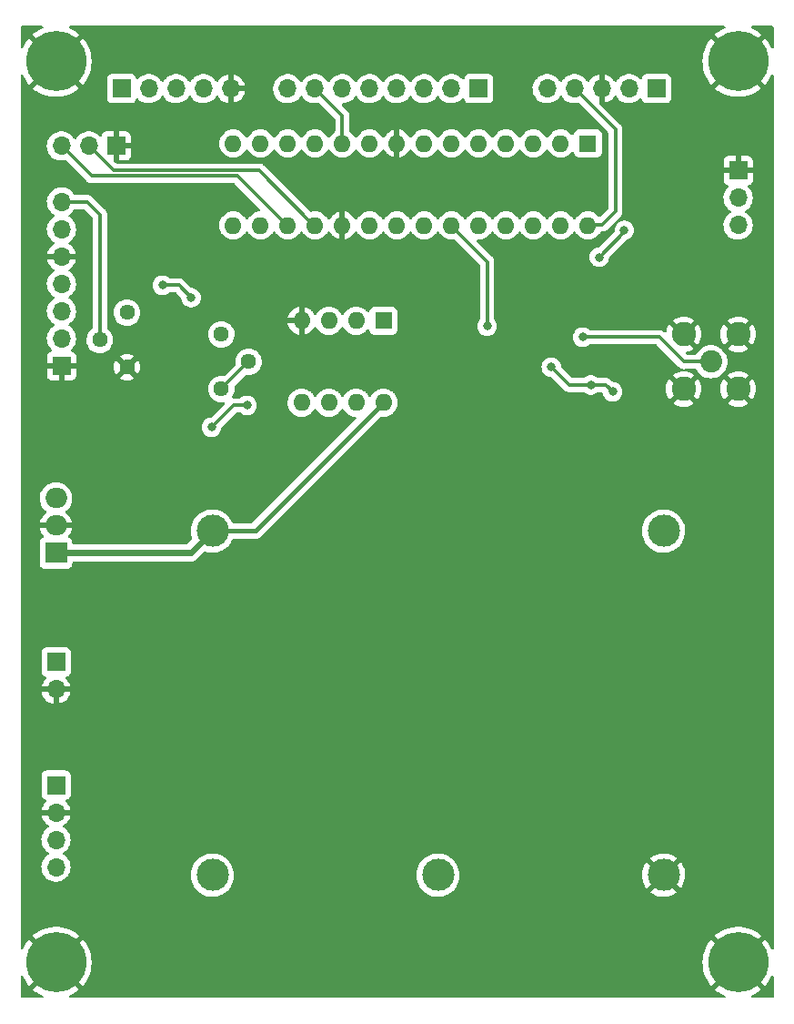
<source format=gbr>
%TF.GenerationSoftware,KiCad,Pcbnew,6.0.4*%
%TF.CreationDate,2022-04-29T13:24:52-05:00*%
%TF.ProjectId,gpsdo-controller,67707364-6f2d-4636-9f6e-74726f6c6c65,rev?*%
%TF.SameCoordinates,Original*%
%TF.FileFunction,Copper,L2,Bot*%
%TF.FilePolarity,Positive*%
%FSLAX46Y46*%
G04 Gerber Fmt 4.6, Leading zero omitted, Abs format (unit mm)*
G04 Created by KiCad (PCBNEW 6.0.4) date 2022-04-29 13:24:52*
%MOMM*%
%LPD*%
G01*
G04 APERTURE LIST*
%TA.AperFunction,ComponentPad*%
%ADD10C,1.440000*%
%TD*%
%TA.AperFunction,ComponentPad*%
%ADD11R,1.700000X1.700000*%
%TD*%
%TA.AperFunction,ComponentPad*%
%ADD12O,1.700000X1.700000*%
%TD*%
%TA.AperFunction,ComponentPad*%
%ADD13R,1.600000X1.600000*%
%TD*%
%TA.AperFunction,ComponentPad*%
%ADD14O,1.600000X1.600000*%
%TD*%
%TA.AperFunction,ComponentPad*%
%ADD15R,2.000000X1.905000*%
%TD*%
%TA.AperFunction,ComponentPad*%
%ADD16O,2.000000X1.905000*%
%TD*%
%TA.AperFunction,ComponentPad*%
%ADD17C,3.000000*%
%TD*%
%TA.AperFunction,ComponentPad*%
%ADD18C,2.050000*%
%TD*%
%TA.AperFunction,ComponentPad*%
%ADD19C,2.250000*%
%TD*%
%TA.AperFunction,ComponentPad*%
%ADD20C,5.600000*%
%TD*%
%TA.AperFunction,ViaPad*%
%ADD21C,0.800000*%
%TD*%
%TA.AperFunction,Conductor*%
%ADD22C,0.304800*%
%TD*%
%TA.AperFunction,Conductor*%
%ADD23C,0.457200*%
%TD*%
%TA.AperFunction,Conductor*%
%ADD24C,0.609600*%
%TD*%
G04 APERTURE END LIST*
D10*
%TO.P,RV2,1,1*%
%TO.N,VREF*%
X99205000Y-68570000D03*
%TO.P,RV2,2,2*%
%TO.N,Net-(R14-Pad2)*%
X101745000Y-71110000D03*
%TO.P,RV2,3,3*%
X99205000Y-73650000D03*
%TD*%
D11*
%TO.P,J5,1,Pin_1*%
%TO.N,+12V*%
X83820000Y-110500000D03*
D12*
%TO.P,J5,2,Pin_2*%
%TO.N,GND*%
X83820000Y-113040000D03*
%TO.P,J5,3,Pin_3*%
%TO.N,EFC*%
X83820000Y-115580000D03*
%TO.P,J5,4,Pin_4*%
%TO.N,VREF*%
X83820000Y-118120000D03*
%TD*%
D11*
%TO.P,J8,1,Pin_1*%
%TO.N,GND*%
X147320000Y-53340000D03*
D12*
%TO.P,J8,2,Pin_2*%
%TO.N,S1*%
X147320000Y-55880000D03*
%TO.P,J8,3,Pin_3*%
%TO.N,S2*%
X147320000Y-58420000D03*
%TD*%
D11*
%TO.P,J9,1,Pin_1*%
%TO.N,D0*%
X123175000Y-45720000D03*
D12*
%TO.P,J9,2,Pin_2*%
%TO.N,D1*%
X120635000Y-45720000D03*
%TO.P,J9,3,Pin_3*%
%TO.N,D2*%
X118095000Y-45720000D03*
%TO.P,J9,4,Pin_4*%
%TO.N,D3*%
X115555000Y-45720000D03*
%TO.P,J9,5,Pin_5*%
%TO.N,D4*%
X113015000Y-45720000D03*
%TO.P,J9,6,Pin_6*%
%TO.N,D5*%
X110475000Y-45720000D03*
%TO.P,J9,7,Pin_7*%
%TO.N,D6*%
X107935000Y-45720000D03*
%TO.P,J9,8,Pin_8*%
%TO.N,D7*%
X105395000Y-45720000D03*
%TD*%
D13*
%TO.P,U5,1*%
%TO.N,Net-(R15-Pad1)*%
X114300000Y-67310000D03*
D14*
%TO.P,U5,2,-*%
X111760000Y-67310000D03*
%TO.P,U5,3,+*%
%TO.N,Net-(C11-Pad2)*%
X109220000Y-67310000D03*
%TO.P,U5,4,V-*%
%TO.N,GND*%
X106680000Y-67310000D03*
%TO.P,U5,5,+*%
%TO.N,Net-(R16-Pad2)*%
X106680000Y-74930000D03*
%TO.P,U5,6,-*%
%TO.N,Net-(C15-Pad1)*%
X109220000Y-74930000D03*
%TO.P,U5,7*%
%TO.N,Net-(R22-Pad1)*%
X111760000Y-74930000D03*
%TO.P,U5,8,V+*%
%TO.N,+12V*%
X114300000Y-74930000D03*
%TD*%
D11*
%TO.P,J3,1,Pin_1*%
%TO.N,GND*%
X84328000Y-71501000D03*
D12*
%TO.P,J3,2,Pin_2*%
%TO.N,+5V*%
X84328000Y-68961000D03*
%TO.P,J3,3,Pin_3*%
%TO.N,Net-(J3-Pad3)*%
X84328000Y-66421000D03*
%TO.P,J3,4,Pin_4*%
%TO.N,RS*%
X84328000Y-63881000D03*
%TO.P,J3,5,Pin_5*%
%TO.N,GND*%
X84328000Y-61341000D03*
%TO.P,J3,6,Pin_6*%
%TO.N,E*%
X84328000Y-58801000D03*
%TO.P,J3,7,Pin_7*%
%TO.N,CON*%
X84328000Y-56261000D03*
%TD*%
D15*
%TO.P,U6,1,VI*%
%TO.N,+12V*%
X83820000Y-88900000D03*
D16*
%TO.P,U6,2,GND*%
%TO.N,GND*%
X83820000Y-86360000D03*
%TO.P,U6,3,VO*%
%TO.N,+5V*%
X83820000Y-83820000D03*
%TD*%
D17*
%TO.P,U4,1,GND*%
%TO.N,GND*%
X140380000Y-118870000D03*
%TO.P,U4,2,EFC*%
%TO.N,EFC*%
X119380000Y-118870000D03*
%TO.P,U4,3,VREF*%
%TO.N,VREF*%
X98380000Y-118870000D03*
%TO.P,U4,4,VCC*%
%TO.N,+12V*%
X98380000Y-86870000D03*
%TO.P,U4,5,OUT*%
%TO.N,RFIN*%
X140380000Y-86870000D03*
%TD*%
D10*
%TO.P,RV1,1,1*%
%TO.N,+5V*%
X90424000Y-66548000D03*
%TO.P,RV1,2,2*%
%TO.N,CON*%
X87884000Y-69088000D03*
%TO.P,RV1,3,3*%
%TO.N,GND*%
X90424000Y-71628000D03*
%TD*%
D18*
%TO.P,J1,1,In*%
%TO.N,RFOUT*%
X144780000Y-71120000D03*
D19*
%TO.P,J1,2,Ext*%
%TO.N,GND*%
X147320000Y-68580000D03*
X142240000Y-68580000D03*
X147320000Y-73660000D03*
X142240000Y-73660000D03*
%TD*%
D11*
%TO.P,J6,1,Pin_1*%
%TO.N,PROG*%
X139700000Y-45720000D03*
D12*
%TO.P,J6,2,Pin_2*%
%TO.N,+5V*%
X137160000Y-45720000D03*
%TO.P,J6,3,Pin_3*%
%TO.N,GND*%
X134620000Y-45720000D03*
%TO.P,J6,4,Pin_4*%
%TO.N,ICSPDAT*%
X132080000Y-45720000D03*
%TO.P,J6,5,Pin_5*%
%TO.N,ICSPCLK*%
X129540000Y-45720000D03*
%TD*%
D20*
%TO.P,H2,1,1*%
%TO.N,GND*%
X147320000Y-127000000D03*
%TD*%
D11*
%TO.P,J2,1,Pin_1*%
%TO.N,GND*%
X89408000Y-51054000D03*
D12*
%TO.P,J2,2,Pin_2*%
%TO.N,RX*%
X86868000Y-51054000D03*
%TO.P,J2,3,Pin_3*%
%TO.N,TX*%
X84328000Y-51054000D03*
%TD*%
D20*
%TO.P,H3,1,1*%
%TO.N,GND*%
X83820000Y-43180000D03*
%TD*%
%TO.P,H1,1,1*%
%TO.N,GND*%
X147320000Y-43180000D03*
%TD*%
D11*
%TO.P,J7,1,Pin_1*%
%TO.N,+12V*%
X83820000Y-99060000D03*
D12*
%TO.P,J7,2,Pin_2*%
%TO.N,GND*%
X83820000Y-101600000D03*
%TD*%
D11*
%TO.P,J4,1,Pin_1*%
%TO.N,+5V*%
X89916000Y-45720000D03*
D12*
%TO.P,J4,2,Pin_2*%
%TO.N,GPSRX*%
X92456000Y-45720000D03*
%TO.P,J4,3,Pin_3*%
%TO.N,GPSTX*%
X94996000Y-45720000D03*
%TO.P,J4,4,Pin_4*%
%TO.N,PPS*%
X97536000Y-45720000D03*
%TO.P,J4,5,Pin_5*%
%TO.N,GND*%
X100076000Y-45720000D03*
%TD*%
D13*
%TO.P,U3,1,RE3/~{MCLR}/Vpp*%
%TO.N,Net-(R10-Pad2)*%
X133340000Y-50810000D03*
D14*
%TO.P,U3,2,ULPWU/C12IN0-/AN0/RA0*%
%TO.N,D0*%
X130800000Y-50810000D03*
%TO.P,U3,3,C12IN1-/AN1/RA1*%
%TO.N,D1*%
X128260000Y-50810000D03*
%TO.P,U3,4,CVref/C2IN1+/Vref-/AN2/RA2*%
%TO.N,D2*%
X125720000Y-50810000D03*
%TO.P,U3,5,C1IN+/Vref+/AN3/RA3*%
%TO.N,D3*%
X123180000Y-50810000D03*
%TO.P,U3,6,T0CKI/C1OUT/RA4*%
%TO.N,D4*%
X120640000Y-50810000D03*
%TO.P,U3,7,~{SS}/C2OUT/AN4/RA5*%
%TO.N,D5*%
X118100000Y-50810000D03*
%TO.P,U3,8,VSS*%
%TO.N,GND*%
X115560000Y-50810000D03*
%TO.P,U3,9,CLKIN/OSC1/RA7*%
%TO.N,D7*%
X113020000Y-50810000D03*
%TO.P,U3,10,CLKOUT/OSC2/RA6*%
%TO.N,D6*%
X110480000Y-50810000D03*
%TO.P,U3,11,RC0/T1OSO/T1CK1*%
%TO.N,PPS*%
X107940000Y-50810000D03*
%TO.P,U3,12,RC1/T1OSI/CCP2*%
%TO.N,E*%
X105400000Y-50810000D03*
%TO.P,U3,13,RC2/P1A/CCP1*%
%TO.N,GPSRX*%
X102860000Y-50810000D03*
%TO.P,U3,14,RC3/SCK/SCL*%
%TO.N,GPSTX*%
X100320000Y-50810000D03*
%TO.P,U3,15,RC4/SDI/SDA*%
%TO.N,Net-(R6-Pad2)*%
X100320000Y-58430000D03*
%TO.P,U3,16,RC5/SDO*%
%TO.N,Net-(R7-Pad1)*%
X102860000Y-58430000D03*
%TO.P,U3,17,RC6/TX/CK*%
%TO.N,TX*%
X105400000Y-58430000D03*
%TO.P,U3,18,RC7/RX/DT*%
%TO.N,RX*%
X107940000Y-58430000D03*
%TO.P,U3,19,VSS*%
%TO.N,GND*%
X110480000Y-58430000D03*
%TO.P,U3,20,VDD*%
%TO.N,+5V*%
X113020000Y-58430000D03*
%TO.P,U3,21,INT/AN12/RB0*%
%TO.N,RS*%
X115560000Y-58430000D03*
%TO.P,U3,22,P1C/AN10/RB1*%
%TO.N,Net-(C18-Pad2)*%
X118100000Y-58430000D03*
%TO.P,U3,23,P1B/AN8/RB2*%
%TO.N,10MHZ*%
X120640000Y-58430000D03*
%TO.P,U3,24,PGM/C12IN2-/AN8/RB3*%
%TO.N,Net-(D1-Pad2)*%
X123180000Y-58430000D03*
%TO.P,U3,25,P1D/AN11/RB4*%
%TO.N,S2*%
X125720000Y-58430000D03*
%TO.P,U3,26,~{T1G}/AN13/RB5*%
%TO.N,S1*%
X128260000Y-58430000D03*
%TO.P,U3,27,ICSPCLK/RB6*%
%TO.N,ICSPCLK*%
X130800000Y-58430000D03*
%TO.P,U3,28,ICSPDAT/RB7*%
%TO.N,ICSPDAT*%
X133340000Y-58430000D03*
%TD*%
D20*
%TO.P,H4,1,1*%
%TO.N,GND*%
X83820000Y-127000000D03*
%TD*%
D21*
%TO.N,Net-(C1-Pad2)*%
X135636000Y-73914000D03*
X133604000Y-73279000D03*
X129921000Y-71628000D03*
%TO.N,GND*%
X109220000Y-55880000D03*
X111760000Y-53340000D03*
X104140000Y-106680000D03*
X122910600Y-73025000D03*
X106680000Y-53340000D03*
X144780000Y-116840000D03*
X144780000Y-91440000D03*
X134620000Y-106680000D03*
X114300000Y-53340000D03*
X93980000Y-101600000D03*
X114122200Y-60375800D03*
X104140000Y-71120000D03*
X94488000Y-55626000D03*
X149860000Y-55880000D03*
X124460000Y-101600000D03*
X81280000Y-121920000D03*
X149860000Y-111760000D03*
X124460000Y-96520000D03*
X127000000Y-53340000D03*
X129540000Y-121920000D03*
X129540000Y-53340000D03*
X109220000Y-101600000D03*
X93980000Y-111760000D03*
X99060000Y-111760000D03*
X104140000Y-81280000D03*
X132308600Y-71399400D03*
X101600000Y-43180000D03*
X149860000Y-91440000D03*
X106680000Y-71120000D03*
X129540000Y-101600000D03*
X109220000Y-96520000D03*
X125298200Y-78765400D03*
X134620000Y-96520000D03*
X119380000Y-111760000D03*
X139700000Y-81280000D03*
X90678000Y-90957400D03*
X109220000Y-106680000D03*
X139700000Y-106680000D03*
X104140000Y-60960000D03*
X129540000Y-91440000D03*
X90932000Y-84759800D03*
X142240000Y-43180000D03*
X109220000Y-86360000D03*
X104140000Y-101600000D03*
X129946400Y-74269600D03*
X139700000Y-127000000D03*
X142240000Y-48260000D03*
X92202000Y-91440000D03*
X121920000Y-76200000D03*
X149860000Y-60960000D03*
X109220000Y-121920000D03*
X114300000Y-71120000D03*
X93980000Y-121920000D03*
X139700000Y-96520000D03*
X117094000Y-60325000D03*
X81280000Y-106680000D03*
X104140000Y-91440000D03*
X121920000Y-55880000D03*
X93980000Y-116840000D03*
X124460000Y-55880000D03*
X124460000Y-121920000D03*
X116840000Y-53340000D03*
X81280000Y-93980000D03*
X134620000Y-116840000D03*
X104140000Y-121920000D03*
X95250000Y-71628000D03*
X97790000Y-58420000D03*
X113944400Y-81305400D03*
X114300000Y-121920000D03*
X105410000Y-62230000D03*
X119380000Y-121920000D03*
X88900000Y-116840000D03*
X106680000Y-43180000D03*
X142240000Y-50800000D03*
X104140000Y-116840000D03*
X104140000Y-68580000D03*
X144780000Y-86360000D03*
X134620000Y-91440000D03*
X133375400Y-53340000D03*
X144780000Y-96520000D03*
X114300000Y-106680000D03*
X91440000Y-55626000D03*
X86360000Y-93980000D03*
X149860000Y-66040000D03*
X99060000Y-127000000D03*
X121920000Y-53340000D03*
X106756200Y-61925200D03*
X99060000Y-81280000D03*
X111760000Y-43180000D03*
X130098800Y-78765400D03*
X93980000Y-96520000D03*
X124460000Y-116840000D03*
X149860000Y-71120000D03*
X132664200Y-64846200D03*
X116840000Y-55880000D03*
X99060000Y-91440000D03*
X126212600Y-73126600D03*
X124714000Y-71628000D03*
X144780000Y-106680000D03*
X149860000Y-96520000D03*
X149860000Y-86360000D03*
X119380000Y-53340000D03*
X129540000Y-111760000D03*
X88900000Y-111760000D03*
X139700000Y-111760000D03*
X144780000Y-121920000D03*
X149860000Y-116840000D03*
X129540000Y-96520000D03*
X149860000Y-50800000D03*
X114300000Y-101600000D03*
X132080000Y-43180000D03*
X124460000Y-127000000D03*
X102870000Y-62230000D03*
X104140000Y-111760000D03*
X90932000Y-78740000D03*
X109220000Y-127000000D03*
X95250000Y-67056000D03*
X88900000Y-127000000D03*
X99060000Y-106680000D03*
X93218000Y-80772000D03*
X109220000Y-71120000D03*
X114300000Y-86360000D03*
X109220000Y-111760000D03*
X109220000Y-91440000D03*
X149860000Y-101600000D03*
X104394000Y-76327000D03*
X124460000Y-76200000D03*
X124460000Y-106680000D03*
X127000000Y-43180000D03*
X93980000Y-127000000D03*
X149860000Y-81280000D03*
X149860000Y-106680000D03*
X114706400Y-63220600D03*
X104140000Y-96520000D03*
X88900000Y-101600000D03*
X124460000Y-53340000D03*
X90906600Y-82473800D03*
X109220000Y-116840000D03*
X149860000Y-76200000D03*
X106680000Y-55880000D03*
X104140000Y-73660000D03*
X91440000Y-43180000D03*
X119380000Y-55880000D03*
X124460000Y-86360000D03*
X144780000Y-76200000D03*
X114300000Y-116840000D03*
X90932000Y-99060000D03*
X88900000Y-121920000D03*
X142240000Y-53340000D03*
X124460000Y-91440000D03*
X134620000Y-121920000D03*
X129540000Y-86360000D03*
X139700000Y-121920000D03*
X144780000Y-81280000D03*
X138557000Y-56540400D03*
X91440000Y-48260000D03*
X99060000Y-96520000D03*
X144780000Y-66040000D03*
X119380000Y-91440000D03*
X149860000Y-121920000D03*
X144780000Y-101600000D03*
X121920000Y-43180000D03*
X129540000Y-116840000D03*
X107696000Y-76581000D03*
X134620000Y-111760000D03*
X129540000Y-127000000D03*
X121920000Y-78740000D03*
X134620000Y-127000000D03*
X133375400Y-55981600D03*
X116103400Y-64135000D03*
X93980000Y-106680000D03*
X99060000Y-101600000D03*
X124460000Y-111760000D03*
X114300000Y-96520000D03*
X119380000Y-86360000D03*
X119380000Y-96520000D03*
X116052600Y-62712600D03*
X97790000Y-55880000D03*
X114300000Y-91440000D03*
X139700000Y-91440000D03*
X99060000Y-121920000D03*
X104140000Y-127000000D03*
X89306400Y-87249000D03*
X109220000Y-53340000D03*
X119380000Y-106680000D03*
X96520000Y-43180000D03*
X114300000Y-111760000D03*
X144780000Y-111760000D03*
X134620000Y-101600000D03*
X129540000Y-106680000D03*
X92456000Y-82169000D03*
X93980000Y-50800000D03*
X137160000Y-43180000D03*
X129540000Y-55880000D03*
X132613400Y-67056000D03*
X116840000Y-43180000D03*
X119380000Y-101600000D03*
X127000000Y-55880000D03*
X88900000Y-106680000D03*
X139700000Y-101600000D03*
%TO.N,+5V*%
X136728200Y-58902600D03*
X134391400Y-61391800D03*
%TO.N,Net-(C11-Pad2)*%
X93726000Y-64008000D03*
X96393000Y-65151000D03*
%TO.N,RFOUT*%
X132842000Y-68834000D03*
%TO.N,10MHZ*%
X123952000Y-67818000D03*
%TO.N,Net-(R16-Pad2)*%
X101600000Y-75184000D03*
X98298000Y-77216000D03*
%TD*%
D22*
%TO.N,Net-(C1-Pad2)*%
X135636000Y-73914000D02*
X135001000Y-73279000D01*
X133604000Y-73279000D02*
X131572000Y-73279000D01*
X135001000Y-73279000D02*
X133604000Y-73279000D01*
X131572000Y-73279000D02*
X129921000Y-71628000D01*
%TO.N,+5V*%
X136728200Y-59055000D02*
X136728200Y-58902600D01*
X134391400Y-61391800D02*
X136728200Y-59055000D01*
D23*
%TO.N,+12V*%
X102362000Y-86868000D02*
X98298000Y-86868000D01*
D24*
X96350000Y-88900000D02*
X83820000Y-88900000D01*
D23*
X114300000Y-74930000D02*
X102362000Y-86868000D01*
D24*
X98380000Y-86870000D02*
X96350000Y-88900000D01*
D22*
%TO.N,Net-(C11-Pad2)*%
X96393000Y-65151000D02*
X95250000Y-64008000D01*
X95250000Y-64008000D02*
X93726000Y-64008000D01*
%TO.N,RFOUT*%
X139954000Y-68834000D02*
X142240000Y-71120000D01*
X132842000Y-68834000D02*
X139954000Y-68834000D01*
X142240000Y-71120000D02*
X144526000Y-71120000D01*
%TO.N,ICSPDAT*%
X135890000Y-57150000D02*
X134696200Y-58343800D01*
X134696200Y-58343800D02*
X133121400Y-58343800D01*
X135890000Y-49530000D02*
X135890000Y-57150000D01*
X132080000Y-45720000D02*
X135890000Y-49530000D01*
%TO.N,D6*%
X110480000Y-48265000D02*
X107935000Y-45720000D01*
X110480000Y-50459800D02*
X110642400Y-50622200D01*
X110480000Y-48265000D02*
X110480000Y-50459800D01*
%TO.N,10MHZ*%
X123952000Y-61823600D02*
X120599200Y-58470800D01*
X123952000Y-67818000D02*
X123952000Y-61823600D01*
%TO.N,TX*%
X100685600Y-53848000D02*
X105156000Y-58318400D01*
X84328000Y-51054000D02*
X87122000Y-53848000D01*
X87122000Y-53848000D02*
X100685600Y-53848000D01*
%TO.N,RX*%
X89154000Y-53340000D02*
X102717600Y-53340000D01*
X86868000Y-51054000D02*
X89154000Y-53340000D01*
X102717600Y-53340000D02*
X107721400Y-58343800D01*
%TO.N,CON*%
X87909400Y-57429400D02*
X87909400Y-69062600D01*
X87909400Y-57429400D02*
X86741000Y-56261000D01*
X86741000Y-56261000D02*
X84328000Y-56261000D01*
X87909400Y-69062600D02*
X87884000Y-69088000D01*
%TO.N,Net-(R14-Pad2)*%
X99205000Y-73650000D02*
X101745000Y-71110000D01*
%TO.N,Net-(R16-Pad2)*%
X100330000Y-75184000D02*
X98298000Y-77216000D01*
X101600000Y-75184000D02*
X100330000Y-75184000D01*
%TD*%
%TA.AperFunction,Conductor*%
%TO.N,GND*%
G36*
X82574203Y-39898502D02*
G01*
X82620696Y-39952158D01*
X82630800Y-40022432D01*
X82601306Y-40087012D01*
X82558733Y-40118972D01*
X82278034Y-40248079D01*
X82271991Y-40251265D01*
X81970401Y-40431763D01*
X81964755Y-40435571D01*
X81684408Y-40647596D01*
X81679211Y-40651987D01*
X81677972Y-40653155D01*
X81669950Y-40666862D01*
X81669986Y-40667704D01*
X81675037Y-40675826D01*
X83807190Y-42807980D01*
X83821131Y-42815592D01*
X83822966Y-42815461D01*
X83829580Y-42811210D01*
X85962798Y-40677991D01*
X85970412Y-40664047D01*
X85970344Y-40663089D01*
X85965836Y-40656272D01*
X85964418Y-40655065D01*
X85684813Y-40442064D01*
X85679187Y-40438240D01*
X85378214Y-40256681D01*
X85372202Y-40253484D01*
X85082024Y-40118788D01*
X85028658Y-40071964D01*
X85009077Y-40003720D01*
X85029501Y-39935725D01*
X85083443Y-39889565D01*
X85135075Y-39878500D01*
X146006082Y-39878500D01*
X146074203Y-39898502D01*
X146120696Y-39952158D01*
X146130800Y-40022432D01*
X146101306Y-40087012D01*
X146058733Y-40118972D01*
X145778034Y-40248079D01*
X145771991Y-40251265D01*
X145470401Y-40431763D01*
X145464755Y-40435571D01*
X145184408Y-40647596D01*
X145179211Y-40651987D01*
X145177972Y-40653155D01*
X145169950Y-40666862D01*
X145169986Y-40667704D01*
X145175037Y-40675826D01*
X147307190Y-42807980D01*
X147321131Y-42815592D01*
X147322966Y-42815461D01*
X147329580Y-42811210D01*
X149462798Y-40677991D01*
X149470412Y-40664047D01*
X149470344Y-40663089D01*
X149465836Y-40656272D01*
X149464418Y-40655065D01*
X149184813Y-40442064D01*
X149179187Y-40438240D01*
X148878214Y-40256681D01*
X148872202Y-40253484D01*
X148582024Y-40118788D01*
X148528658Y-40071964D01*
X148509077Y-40003720D01*
X148529501Y-39935725D01*
X148583443Y-39889565D01*
X148635075Y-39878500D01*
X150495500Y-39878500D01*
X150563621Y-39898502D01*
X150610114Y-39952158D01*
X150621500Y-40004500D01*
X150621500Y-41872210D01*
X150601498Y-41940331D01*
X150547842Y-41986824D01*
X150477568Y-41996928D01*
X150412988Y-41967434D01*
X150378429Y-41918798D01*
X150328598Y-41793578D01*
X150325742Y-41787398D01*
X150161269Y-41476763D01*
X150157769Y-41470937D01*
X149960697Y-41179862D01*
X149956590Y-41174453D01*
X149843565Y-41041179D01*
X149830740Y-41032743D01*
X149820416Y-41038795D01*
X147692020Y-43167190D01*
X147684408Y-43181131D01*
X147684539Y-43182966D01*
X147688790Y-43189580D01*
X149819009Y-45319798D01*
X149832605Y-45327223D01*
X149842218Y-45320522D01*
X149942518Y-45203912D01*
X149946676Y-45198514D01*
X150145762Y-44908840D01*
X150149310Y-44903029D01*
X150315942Y-44593559D01*
X150318849Y-44587381D01*
X150378757Y-44439847D01*
X150422919Y-44384256D01*
X150490124Y-44361366D01*
X150559036Y-44378443D01*
X150607776Y-44430066D01*
X150621500Y-44487251D01*
X150621500Y-125692210D01*
X150601498Y-125760331D01*
X150547842Y-125806824D01*
X150477568Y-125816928D01*
X150412988Y-125787434D01*
X150378429Y-125738798D01*
X150328598Y-125613578D01*
X150325742Y-125607398D01*
X150161269Y-125296763D01*
X150157769Y-125290937D01*
X149960697Y-124999862D01*
X149956590Y-124994453D01*
X149843565Y-124861179D01*
X149830740Y-124852743D01*
X149820416Y-124858795D01*
X147692020Y-126987190D01*
X147684408Y-127001131D01*
X147684539Y-127002966D01*
X147688790Y-127009580D01*
X149819009Y-129139798D01*
X149832605Y-129147223D01*
X149842218Y-129140522D01*
X149942518Y-129023912D01*
X149946676Y-129018514D01*
X150145762Y-128728840D01*
X150149310Y-128723029D01*
X150315942Y-128413559D01*
X150318849Y-128407381D01*
X150378757Y-128259847D01*
X150422919Y-128204256D01*
X150490124Y-128181366D01*
X150559036Y-128198443D01*
X150607776Y-128250066D01*
X150621500Y-128307251D01*
X150621500Y-130175500D01*
X150601498Y-130243621D01*
X150547842Y-130290114D01*
X150495500Y-130301500D01*
X148632848Y-130301500D01*
X148564727Y-130281498D01*
X148518234Y-130227842D01*
X148508130Y-130157568D01*
X148537624Y-130092988D01*
X148580597Y-130060845D01*
X148851718Y-129937288D01*
X148857777Y-129934121D01*
X149159995Y-129754676D01*
X149165659Y-129750884D01*
X149446732Y-129539849D01*
X149451958Y-129535464D01*
X149461613Y-129526428D01*
X149469682Y-129512750D01*
X149469654Y-129512024D01*
X149464512Y-129503723D01*
X147332810Y-127372020D01*
X147318869Y-127364408D01*
X147317034Y-127364539D01*
X147310420Y-127368790D01*
X145176774Y-129502437D01*
X145169160Y-129516381D01*
X145169237Y-129517470D01*
X145171698Y-129521206D01*
X145445632Y-129731404D01*
X145451262Y-129735259D01*
X145751591Y-129917862D01*
X145757593Y-129921080D01*
X146057140Y-130061398D01*
X146110343Y-130108408D01*
X146129685Y-130176719D01*
X146109025Y-130244643D01*
X146054922Y-130290615D01*
X146003691Y-130301500D01*
X85132848Y-130301500D01*
X85064727Y-130281498D01*
X85018234Y-130227842D01*
X85008130Y-130157568D01*
X85037624Y-130092988D01*
X85080597Y-130060845D01*
X85351718Y-129937288D01*
X85357777Y-129934121D01*
X85659995Y-129754676D01*
X85665659Y-129750884D01*
X85946732Y-129539849D01*
X85951958Y-129535464D01*
X85961613Y-129526428D01*
X85969682Y-129512750D01*
X85969654Y-129512024D01*
X85964512Y-129503723D01*
X83832810Y-127372020D01*
X83818869Y-127364408D01*
X83817034Y-127364539D01*
X83810420Y-127368790D01*
X81676774Y-129502437D01*
X81669160Y-129516381D01*
X81669237Y-129517470D01*
X81671698Y-129521206D01*
X81945632Y-129731404D01*
X81951262Y-129735259D01*
X82251591Y-129917862D01*
X82257593Y-129921080D01*
X82557140Y-130061398D01*
X82610343Y-130108408D01*
X82629685Y-130176719D01*
X82609025Y-130244643D01*
X82554922Y-130290615D01*
X82503691Y-130301500D01*
X80644500Y-130301500D01*
X80576379Y-130281498D01*
X80529886Y-130227842D01*
X80518500Y-130175500D01*
X80518500Y-128308237D01*
X80538502Y-128240116D01*
X80592158Y-128193623D01*
X80662432Y-128183519D01*
X80727012Y-128213013D01*
X80761733Y-128262058D01*
X80806581Y-128375912D01*
X80809412Y-128382095D01*
X80972803Y-128693310D01*
X80976286Y-128699152D01*
X81172330Y-128990896D01*
X81176433Y-128996340D01*
X81296425Y-129138836D01*
X81309164Y-129147279D01*
X81319608Y-129141181D01*
X83447980Y-127012810D01*
X83454357Y-127001131D01*
X84184408Y-127001131D01*
X84184539Y-127002966D01*
X84188790Y-127009580D01*
X86319009Y-129139798D01*
X86332605Y-129147223D01*
X86342218Y-129140522D01*
X86442518Y-129023912D01*
X86446676Y-129018514D01*
X86645762Y-128728840D01*
X86649310Y-128723029D01*
X86815942Y-128413559D01*
X86818849Y-128407381D01*
X86951090Y-128081713D01*
X86953304Y-128075283D01*
X87049598Y-127737237D01*
X87051105Y-127730607D01*
X87110332Y-127384118D01*
X87111112Y-127377378D01*
X87132668Y-127024925D01*
X87132784Y-127021323D01*
X87132853Y-127001819D01*
X87132761Y-126998194D01*
X87132416Y-126991832D01*
X144007333Y-126991832D01*
X144025117Y-127342893D01*
X144025827Y-127349649D01*
X144081420Y-127696723D01*
X144082859Y-127703378D01*
X144175608Y-128042410D01*
X144177757Y-128048871D01*
X144306581Y-128375912D01*
X144309412Y-128382095D01*
X144472803Y-128693310D01*
X144476286Y-128699152D01*
X144672330Y-128990896D01*
X144676433Y-128996340D01*
X144796425Y-129138836D01*
X144809164Y-129147279D01*
X144819608Y-129141181D01*
X146947980Y-127012810D01*
X146955592Y-126998869D01*
X146955461Y-126997034D01*
X146951210Y-126990420D01*
X144820992Y-124860203D01*
X144807455Y-124852811D01*
X144797753Y-124859599D01*
X144690430Y-124985257D01*
X144686296Y-124990664D01*
X144488215Y-125281041D01*
X144484697Y-125286851D01*
X144319134Y-125596922D01*
X144316259Y-125603087D01*
X144185155Y-125929218D01*
X144182962Y-125935658D01*
X144087846Y-126274044D01*
X144086363Y-126280679D01*
X144028350Y-126627354D01*
X144027591Y-126634126D01*
X144007357Y-126985037D01*
X144007333Y-126991832D01*
X87132416Y-126991832D01*
X87113666Y-126645615D01*
X87112931Y-126638849D01*
X87056130Y-126291985D01*
X87054663Y-126285313D01*
X86960736Y-125946627D01*
X86958562Y-125940163D01*
X86828598Y-125613578D01*
X86825742Y-125607398D01*
X86661269Y-125296763D01*
X86657769Y-125290937D01*
X86460697Y-124999862D01*
X86456590Y-124994453D01*
X86343565Y-124861179D01*
X86330740Y-124852743D01*
X86320416Y-124858795D01*
X84192020Y-126987190D01*
X84184408Y-127001131D01*
X83454357Y-127001131D01*
X83455592Y-126998869D01*
X83455461Y-126997034D01*
X83451210Y-126990420D01*
X81320992Y-124860203D01*
X81307455Y-124852811D01*
X81297753Y-124859599D01*
X81190430Y-124985257D01*
X81186296Y-124990664D01*
X80988215Y-125281041D01*
X80984697Y-125286851D01*
X80819134Y-125596922D01*
X80816259Y-125603087D01*
X80761407Y-125739535D01*
X80717440Y-125795279D01*
X80650315Y-125818404D01*
X80581344Y-125801567D01*
X80532424Y-125750114D01*
X80518500Y-125692538D01*
X80518500Y-124486862D01*
X81669950Y-124486862D01*
X81669986Y-124487704D01*
X81675037Y-124495826D01*
X83807190Y-126627980D01*
X83821131Y-126635592D01*
X83822966Y-126635461D01*
X83829580Y-126631210D01*
X85962798Y-124497991D01*
X85968875Y-124486862D01*
X145169950Y-124486862D01*
X145169986Y-124487704D01*
X145175037Y-124495826D01*
X147307190Y-126627980D01*
X147321131Y-126635592D01*
X147322966Y-126635461D01*
X147329580Y-126631210D01*
X149462798Y-124497991D01*
X149470412Y-124484047D01*
X149470344Y-124483089D01*
X149465836Y-124476272D01*
X149464418Y-124475065D01*
X149184813Y-124262064D01*
X149179187Y-124258240D01*
X148878214Y-124076681D01*
X148872202Y-124073484D01*
X148553370Y-123925487D01*
X148547070Y-123922967D01*
X148214129Y-123810273D01*
X148207551Y-123808437D01*
X147864417Y-123732367D01*
X147857678Y-123731251D01*
X147508310Y-123692680D01*
X147501529Y-123692301D01*
X147150015Y-123691687D01*
X147143242Y-123692042D01*
X146793720Y-123729395D01*
X146787010Y-123730482D01*
X146443586Y-123805361D01*
X146437011Y-123807172D01*
X146103683Y-123918702D01*
X146097361Y-123921205D01*
X145778034Y-124068079D01*
X145771991Y-124071265D01*
X145470401Y-124251763D01*
X145464755Y-124255571D01*
X145184408Y-124467596D01*
X145179211Y-124471987D01*
X145177972Y-124473155D01*
X145169950Y-124486862D01*
X85968875Y-124486862D01*
X85970412Y-124484047D01*
X85970344Y-124483089D01*
X85965836Y-124476272D01*
X85964418Y-124475065D01*
X85684813Y-124262064D01*
X85679187Y-124258240D01*
X85378214Y-124076681D01*
X85372202Y-124073484D01*
X85053370Y-123925487D01*
X85047070Y-123922967D01*
X84714129Y-123810273D01*
X84707551Y-123808437D01*
X84364417Y-123732367D01*
X84357678Y-123731251D01*
X84008310Y-123692680D01*
X84001529Y-123692301D01*
X83650015Y-123691687D01*
X83643242Y-123692042D01*
X83293720Y-123729395D01*
X83287010Y-123730482D01*
X82943586Y-123805361D01*
X82937011Y-123807172D01*
X82603683Y-123918702D01*
X82597361Y-123921205D01*
X82278034Y-124068079D01*
X82271991Y-124071265D01*
X81970401Y-124251763D01*
X81964755Y-124255571D01*
X81684408Y-124467596D01*
X81679211Y-124471987D01*
X81677972Y-124473155D01*
X81669950Y-124486862D01*
X80518500Y-124486862D01*
X80518500Y-118086695D01*
X82457251Y-118086695D01*
X82457548Y-118091848D01*
X82457548Y-118091851D01*
X82463011Y-118186590D01*
X82470110Y-118309715D01*
X82471247Y-118314761D01*
X82471248Y-118314767D01*
X82475345Y-118332944D01*
X82519222Y-118527639D01*
X82603266Y-118734616D01*
X82605965Y-118739020D01*
X82713577Y-118914627D01*
X82719987Y-118925088D01*
X82866250Y-119093938D01*
X83038126Y-119236632D01*
X83231000Y-119349338D01*
X83439692Y-119429030D01*
X83444760Y-119430061D01*
X83444763Y-119430062D01*
X83531403Y-119447689D01*
X83658597Y-119473567D01*
X83663772Y-119473757D01*
X83663774Y-119473757D01*
X83876673Y-119481564D01*
X83876677Y-119481564D01*
X83881837Y-119481753D01*
X83886957Y-119481097D01*
X83886959Y-119481097D01*
X84098288Y-119454025D01*
X84098289Y-119454025D01*
X84103416Y-119453368D01*
X84122345Y-119447689D01*
X84312429Y-119390661D01*
X84312434Y-119390659D01*
X84317384Y-119389174D01*
X84517994Y-119290896D01*
X84699860Y-119161173D01*
X84734685Y-119126470D01*
X84854435Y-119007137D01*
X84858096Y-119003489D01*
X84917594Y-118920689D01*
X84969166Y-118848918D01*
X96366917Y-118848918D01*
X96382682Y-119122320D01*
X96383507Y-119126525D01*
X96383508Y-119126533D01*
X96404698Y-119234539D01*
X96435405Y-119391053D01*
X96436792Y-119395103D01*
X96436793Y-119395108D01*
X96522657Y-119645894D01*
X96524112Y-119650144D01*
X96647160Y-119894799D01*
X96649586Y-119898328D01*
X96649589Y-119898334D01*
X96778741Y-120086250D01*
X96802274Y-120120490D01*
X96986582Y-120323043D01*
X97196675Y-120498707D01*
X97200316Y-120500991D01*
X97425024Y-120641951D01*
X97425028Y-120641953D01*
X97428664Y-120644234D01*
X97496544Y-120674883D01*
X97674345Y-120755164D01*
X97674349Y-120755166D01*
X97678257Y-120756930D01*
X97682377Y-120758150D01*
X97682376Y-120758150D01*
X97936723Y-120833491D01*
X97936727Y-120833492D01*
X97940836Y-120834709D01*
X97945070Y-120835357D01*
X97945075Y-120835358D01*
X98207298Y-120875483D01*
X98207300Y-120875483D01*
X98211540Y-120876132D01*
X98350912Y-120878322D01*
X98481071Y-120880367D01*
X98481077Y-120880367D01*
X98485362Y-120880434D01*
X98757235Y-120847534D01*
X99022127Y-120778041D01*
X99026087Y-120776401D01*
X99026092Y-120776399D01*
X99148632Y-120725641D01*
X99275136Y-120673241D01*
X99511582Y-120535073D01*
X99727089Y-120366094D01*
X99768809Y-120323043D01*
X99914686Y-120172509D01*
X99917669Y-120169431D01*
X99920202Y-120165983D01*
X99920206Y-120165978D01*
X100077257Y-119952178D01*
X100079795Y-119948723D01*
X100081841Y-119944955D01*
X100208418Y-119711830D01*
X100208419Y-119711828D01*
X100210468Y-119708054D01*
X100299073Y-119473567D01*
X100305751Y-119455895D01*
X100305752Y-119455891D01*
X100307269Y-119451877D01*
X100356072Y-119238790D01*
X100367449Y-119189117D01*
X100367450Y-119189113D01*
X100368407Y-119184933D01*
X100374384Y-119117969D01*
X100392531Y-118914627D01*
X100392532Y-118914616D01*
X100392751Y-118912161D01*
X100393193Y-118870000D01*
X100391756Y-118848918D01*
X117366917Y-118848918D01*
X117382682Y-119122320D01*
X117383507Y-119126525D01*
X117383508Y-119126533D01*
X117404698Y-119234539D01*
X117435405Y-119391053D01*
X117436792Y-119395103D01*
X117436793Y-119395108D01*
X117522657Y-119645894D01*
X117524112Y-119650144D01*
X117647160Y-119894799D01*
X117649586Y-119898328D01*
X117649589Y-119898334D01*
X117778741Y-120086250D01*
X117802274Y-120120490D01*
X117986582Y-120323043D01*
X118196675Y-120498707D01*
X118200316Y-120500991D01*
X118425024Y-120641951D01*
X118425028Y-120641953D01*
X118428664Y-120644234D01*
X118496544Y-120674883D01*
X118674345Y-120755164D01*
X118674349Y-120755166D01*
X118678257Y-120756930D01*
X118682377Y-120758150D01*
X118682376Y-120758150D01*
X118936723Y-120833491D01*
X118936727Y-120833492D01*
X118940836Y-120834709D01*
X118945070Y-120835357D01*
X118945075Y-120835358D01*
X119207298Y-120875483D01*
X119207300Y-120875483D01*
X119211540Y-120876132D01*
X119350912Y-120878322D01*
X119481071Y-120880367D01*
X119481077Y-120880367D01*
X119485362Y-120880434D01*
X119757235Y-120847534D01*
X120022127Y-120778041D01*
X120026087Y-120776401D01*
X120026092Y-120776399D01*
X120148632Y-120725641D01*
X120275136Y-120673241D01*
X120511582Y-120535073D01*
X120607767Y-120459654D01*
X139155618Y-120459654D01*
X139162673Y-120469627D01*
X139193679Y-120495551D01*
X139200598Y-120500579D01*
X139425272Y-120641515D01*
X139432807Y-120645556D01*
X139674520Y-120754694D01*
X139682551Y-120757680D01*
X139936832Y-120833002D01*
X139945184Y-120834869D01*
X140207340Y-120874984D01*
X140215874Y-120875700D01*
X140481045Y-120879867D01*
X140489596Y-120879418D01*
X140752883Y-120847557D01*
X140761284Y-120845955D01*
X141017824Y-120778653D01*
X141025926Y-120775926D01*
X141270949Y-120674434D01*
X141278617Y-120670628D01*
X141507598Y-120536822D01*
X141514679Y-120532009D01*
X141594655Y-120469301D01*
X141603125Y-120457442D01*
X141596608Y-120445818D01*
X140392812Y-119242022D01*
X140378868Y-119234408D01*
X140377035Y-119234539D01*
X140370420Y-119238790D01*
X139162910Y-120446300D01*
X139155618Y-120459654D01*
X120607767Y-120459654D01*
X120727089Y-120366094D01*
X120768809Y-120323043D01*
X120914686Y-120172509D01*
X120917669Y-120169431D01*
X120920202Y-120165983D01*
X120920206Y-120165978D01*
X121077257Y-119952178D01*
X121079795Y-119948723D01*
X121081841Y-119944955D01*
X121208418Y-119711830D01*
X121208419Y-119711828D01*
X121210468Y-119708054D01*
X121299073Y-119473567D01*
X121305751Y-119455895D01*
X121305752Y-119455891D01*
X121307269Y-119451877D01*
X121356072Y-119238790D01*
X121367449Y-119189117D01*
X121367450Y-119189113D01*
X121368407Y-119184933D01*
X121374384Y-119117969D01*
X121392531Y-118914627D01*
X121392532Y-118914616D01*
X121392751Y-118912161D01*
X121393193Y-118870000D01*
X121392048Y-118853204D01*
X138367665Y-118853204D01*
X138382932Y-119117969D01*
X138384005Y-119126470D01*
X138435065Y-119386722D01*
X138437276Y-119394974D01*
X138523184Y-119645894D01*
X138526499Y-119653779D01*
X138645664Y-119890713D01*
X138650020Y-119898079D01*
X138779347Y-120086250D01*
X138789601Y-120094594D01*
X138803342Y-120087448D01*
X140007978Y-118882812D01*
X140014356Y-118871132D01*
X140744408Y-118871132D01*
X140744539Y-118872965D01*
X140748790Y-118879580D01*
X141955730Y-120086520D01*
X141967939Y-120093187D01*
X141979439Y-120084497D01*
X142076831Y-119951913D01*
X142081418Y-119944685D01*
X142207962Y-119711621D01*
X142211530Y-119703827D01*
X142305271Y-119455750D01*
X142307748Y-119447544D01*
X142366954Y-119189038D01*
X142368294Y-119180577D01*
X142392031Y-118914616D01*
X142392277Y-118909677D01*
X142392666Y-118872485D01*
X142392523Y-118867519D01*
X142374362Y-118601123D01*
X142373201Y-118592649D01*
X142319419Y-118332944D01*
X142317120Y-118324709D01*
X142228588Y-118074705D01*
X142225191Y-118066854D01*
X142103550Y-117831178D01*
X142099122Y-117823866D01*
X141980031Y-117654417D01*
X141969509Y-117646037D01*
X141956121Y-117653089D01*
X140752022Y-118857188D01*
X140744408Y-118871132D01*
X140014356Y-118871132D01*
X140015592Y-118868868D01*
X140015461Y-118867035D01*
X140011210Y-118860420D01*
X138803814Y-117653024D01*
X138791804Y-117646466D01*
X138780064Y-117655434D01*
X138671935Y-117805911D01*
X138667418Y-117813196D01*
X138543325Y-118047567D01*
X138539839Y-118055395D01*
X138448700Y-118304446D01*
X138446311Y-118312670D01*
X138389812Y-118571795D01*
X138388563Y-118580250D01*
X138367754Y-118844653D01*
X138367665Y-118853204D01*
X121392048Y-118853204D01*
X121391465Y-118844648D01*
X121374859Y-118601055D01*
X121374858Y-118601049D01*
X121374567Y-118596778D01*
X121319032Y-118328612D01*
X121227617Y-118070465D01*
X121102013Y-117827112D01*
X121092040Y-117812921D01*
X120979662Y-117653024D01*
X120944545Y-117603057D01*
X120826328Y-117475840D01*
X120761046Y-117405588D01*
X120761043Y-117405585D01*
X120758125Y-117402445D01*
X120754810Y-117399731D01*
X120754806Y-117399728D01*
X120611581Y-117282500D01*
X139156584Y-117282500D01*
X139162980Y-117293770D01*
X140367188Y-118497978D01*
X140381132Y-118505592D01*
X140382965Y-118505461D01*
X140389580Y-118501210D01*
X141596604Y-117294186D01*
X141603795Y-117281017D01*
X141596473Y-117270780D01*
X141549233Y-117232115D01*
X141542261Y-117227160D01*
X141316122Y-117088582D01*
X141308552Y-117084624D01*
X141065704Y-116978022D01*
X141057644Y-116975120D01*
X140802592Y-116902467D01*
X140794214Y-116900685D01*
X140531656Y-116863318D01*
X140523111Y-116862691D01*
X140257908Y-116861302D01*
X140249374Y-116861839D01*
X139986433Y-116896456D01*
X139978035Y-116898149D01*
X139722238Y-116968127D01*
X139714143Y-116970946D01*
X139470199Y-117074997D01*
X139462577Y-117078881D01*
X139235013Y-117215075D01*
X139227981Y-117219962D01*
X139165053Y-117270377D01*
X139156584Y-117282500D01*
X120611581Y-117282500D01*
X120549523Y-117231706D01*
X120546205Y-117228990D01*
X120312704Y-117085901D01*
X120308768Y-117084173D01*
X120065873Y-116977549D01*
X120065869Y-116977548D01*
X120061945Y-116975825D01*
X119798566Y-116900800D01*
X119794324Y-116900196D01*
X119794318Y-116900195D01*
X119593834Y-116871662D01*
X119527443Y-116862213D01*
X119383589Y-116861460D01*
X119257877Y-116860802D01*
X119257871Y-116860802D01*
X119253591Y-116860780D01*
X119249347Y-116861339D01*
X119249343Y-116861339D01*
X119133136Y-116876638D01*
X118982078Y-116896525D01*
X118977938Y-116897658D01*
X118977936Y-116897658D01*
X118905008Y-116917609D01*
X118717928Y-116968788D01*
X118713980Y-116970472D01*
X118469982Y-117074546D01*
X118469978Y-117074548D01*
X118466030Y-117076232D01*
X118419010Y-117104373D01*
X118234725Y-117214664D01*
X118234721Y-117214667D01*
X118231043Y-117216868D01*
X118017318Y-117388094D01*
X117828808Y-117586742D01*
X117669002Y-117809136D01*
X117540857Y-118051161D01*
X117539385Y-118055184D01*
X117539383Y-118055188D01*
X117490082Y-118189908D01*
X117446743Y-118308337D01*
X117388404Y-118575907D01*
X117366917Y-118848918D01*
X100391756Y-118848918D01*
X100391465Y-118844648D01*
X100374859Y-118601055D01*
X100374858Y-118601049D01*
X100374567Y-118596778D01*
X100319032Y-118328612D01*
X100227617Y-118070465D01*
X100102013Y-117827112D01*
X100092040Y-117812921D01*
X99979662Y-117653024D01*
X99944545Y-117603057D01*
X99826328Y-117475840D01*
X99761046Y-117405588D01*
X99761043Y-117405585D01*
X99758125Y-117402445D01*
X99754810Y-117399731D01*
X99754806Y-117399728D01*
X99549523Y-117231706D01*
X99546205Y-117228990D01*
X99312704Y-117085901D01*
X99308768Y-117084173D01*
X99065873Y-116977549D01*
X99065869Y-116977548D01*
X99061945Y-116975825D01*
X98798566Y-116900800D01*
X98794324Y-116900196D01*
X98794318Y-116900195D01*
X98593834Y-116871662D01*
X98527443Y-116862213D01*
X98383589Y-116861460D01*
X98257877Y-116860802D01*
X98257871Y-116860802D01*
X98253591Y-116860780D01*
X98249347Y-116861339D01*
X98249343Y-116861339D01*
X98133136Y-116876638D01*
X97982078Y-116896525D01*
X97977938Y-116897658D01*
X97977936Y-116897658D01*
X97905008Y-116917609D01*
X97717928Y-116968788D01*
X97713980Y-116970472D01*
X97469982Y-117074546D01*
X97469978Y-117074548D01*
X97466030Y-117076232D01*
X97419010Y-117104373D01*
X97234725Y-117214664D01*
X97234721Y-117214667D01*
X97231043Y-117216868D01*
X97017318Y-117388094D01*
X96828808Y-117586742D01*
X96669002Y-117809136D01*
X96540857Y-118051161D01*
X96539385Y-118055184D01*
X96539383Y-118055188D01*
X96490082Y-118189908D01*
X96446743Y-118308337D01*
X96388404Y-118575907D01*
X96366917Y-118848918D01*
X84969166Y-118848918D01*
X84985435Y-118826277D01*
X84988453Y-118822077D01*
X85087430Y-118621811D01*
X85152370Y-118408069D01*
X85181529Y-118186590D01*
X85183156Y-118120000D01*
X85164852Y-117897361D01*
X85110431Y-117680702D01*
X85021354Y-117475840D01*
X84900014Y-117288277D01*
X84749670Y-117123051D01*
X84745619Y-117119852D01*
X84745615Y-117119848D01*
X84578414Y-116987800D01*
X84578410Y-116987798D01*
X84574359Y-116984598D01*
X84533053Y-116961796D01*
X84483084Y-116911364D01*
X84468312Y-116841921D01*
X84493428Y-116775516D01*
X84520780Y-116748909D01*
X84564603Y-116717650D01*
X84699860Y-116621173D01*
X84858096Y-116463489D01*
X84917594Y-116380689D01*
X84985435Y-116286277D01*
X84988453Y-116282077D01*
X85087430Y-116081811D01*
X85152370Y-115868069D01*
X85181529Y-115646590D01*
X85183156Y-115580000D01*
X85164852Y-115357361D01*
X85110431Y-115140702D01*
X85021354Y-114935840D01*
X84900014Y-114748277D01*
X84749670Y-114583051D01*
X84745619Y-114579852D01*
X84745615Y-114579848D01*
X84578414Y-114447800D01*
X84578410Y-114447798D01*
X84574359Y-114444598D01*
X84532569Y-114421529D01*
X84482598Y-114371097D01*
X84467826Y-114301654D01*
X84492942Y-114235248D01*
X84520294Y-114208641D01*
X84695328Y-114083792D01*
X84703200Y-114077139D01*
X84854052Y-113926812D01*
X84860730Y-113918965D01*
X84985003Y-113746020D01*
X84990313Y-113737183D01*
X85084670Y-113546267D01*
X85088469Y-113536672D01*
X85150377Y-113332910D01*
X85152555Y-113322837D01*
X85153986Y-113311962D01*
X85151775Y-113297778D01*
X85138617Y-113294000D01*
X82503225Y-113294000D01*
X82489694Y-113297973D01*
X82488257Y-113307966D01*
X82518565Y-113442446D01*
X82521645Y-113452275D01*
X82601770Y-113649603D01*
X82606413Y-113658794D01*
X82717694Y-113840388D01*
X82723777Y-113848699D01*
X82863213Y-114009667D01*
X82870580Y-114016883D01*
X83034434Y-114152916D01*
X83042881Y-114158831D01*
X83111969Y-114199203D01*
X83160693Y-114250842D01*
X83173764Y-114320625D01*
X83147033Y-114386396D01*
X83106584Y-114419752D01*
X83093607Y-114426507D01*
X83089474Y-114429610D01*
X83089471Y-114429612D01*
X83065247Y-114447800D01*
X82914965Y-114560635D01*
X82760629Y-114722138D01*
X82634743Y-114906680D01*
X82540688Y-115109305D01*
X82480989Y-115324570D01*
X82457251Y-115546695D01*
X82457548Y-115551848D01*
X82457548Y-115551851D01*
X82463011Y-115646590D01*
X82470110Y-115769715D01*
X82471247Y-115774761D01*
X82471248Y-115774767D01*
X82491119Y-115862939D01*
X82519222Y-115987639D01*
X82603266Y-116194616D01*
X82719987Y-116385088D01*
X82866250Y-116553938D01*
X83038126Y-116696632D01*
X83108595Y-116737811D01*
X83111445Y-116739476D01*
X83160169Y-116791114D01*
X83173240Y-116860897D01*
X83146509Y-116926669D01*
X83106055Y-116960027D01*
X83093607Y-116966507D01*
X83089474Y-116969610D01*
X83089471Y-116969612D01*
X82931600Y-117088145D01*
X82914965Y-117100635D01*
X82911393Y-117104373D01*
X82789711Y-117231706D01*
X82760629Y-117262138D01*
X82757715Y-117266410D01*
X82757714Y-117266411D01*
X82746739Y-117282500D01*
X82634743Y-117446680D01*
X82619003Y-117480590D01*
X82560529Y-117606562D01*
X82540688Y-117649305D01*
X82480989Y-117864570D01*
X82457251Y-118086695D01*
X80518500Y-118086695D01*
X80518500Y-111398134D01*
X82461500Y-111398134D01*
X82468255Y-111460316D01*
X82519385Y-111596705D01*
X82606739Y-111713261D01*
X82723295Y-111800615D01*
X82731704Y-111803767D01*
X82731705Y-111803768D01*
X82840960Y-111844726D01*
X82897725Y-111887367D01*
X82922425Y-111953929D01*
X82907218Y-112023278D01*
X82887825Y-112049759D01*
X82764590Y-112178717D01*
X82758104Y-112186727D01*
X82638098Y-112362649D01*
X82633000Y-112371623D01*
X82543338Y-112564783D01*
X82539775Y-112574470D01*
X82484389Y-112774183D01*
X82485912Y-112782607D01*
X82498292Y-112786000D01*
X85138344Y-112786000D01*
X85151875Y-112782027D01*
X85153180Y-112772947D01*
X85111214Y-112605875D01*
X85107894Y-112596124D01*
X85022972Y-112400814D01*
X85018105Y-112391739D01*
X84902426Y-112212926D01*
X84896136Y-112204757D01*
X84752293Y-112046677D01*
X84721241Y-111982831D01*
X84729635Y-111912333D01*
X84774812Y-111857564D01*
X84801256Y-111843895D01*
X84908297Y-111803767D01*
X84916705Y-111800615D01*
X85033261Y-111713261D01*
X85120615Y-111596705D01*
X85171745Y-111460316D01*
X85178500Y-111398134D01*
X85178500Y-109601866D01*
X85171745Y-109539684D01*
X85120615Y-109403295D01*
X85033261Y-109286739D01*
X84916705Y-109199385D01*
X84780316Y-109148255D01*
X84718134Y-109141500D01*
X82921866Y-109141500D01*
X82859684Y-109148255D01*
X82723295Y-109199385D01*
X82606739Y-109286739D01*
X82519385Y-109403295D01*
X82468255Y-109539684D01*
X82461500Y-109601866D01*
X82461500Y-111398134D01*
X80518500Y-111398134D01*
X80518500Y-101867966D01*
X82488257Y-101867966D01*
X82518565Y-102002446D01*
X82521645Y-102012275D01*
X82601770Y-102209603D01*
X82606413Y-102218794D01*
X82717694Y-102400388D01*
X82723777Y-102408699D01*
X82863213Y-102569667D01*
X82870580Y-102576883D01*
X83034434Y-102712916D01*
X83042881Y-102718831D01*
X83226756Y-102826279D01*
X83236042Y-102830729D01*
X83435001Y-102906703D01*
X83444899Y-102909579D01*
X83548250Y-102930606D01*
X83562299Y-102929410D01*
X83566000Y-102919065D01*
X83566000Y-102918517D01*
X84074000Y-102918517D01*
X84078064Y-102932359D01*
X84091478Y-102934393D01*
X84098184Y-102933534D01*
X84108262Y-102931392D01*
X84312255Y-102870191D01*
X84321842Y-102866433D01*
X84513095Y-102772739D01*
X84521945Y-102767464D01*
X84695328Y-102643792D01*
X84703200Y-102637139D01*
X84854052Y-102486812D01*
X84860730Y-102478965D01*
X84985003Y-102306020D01*
X84990313Y-102297183D01*
X85084670Y-102106267D01*
X85088469Y-102096672D01*
X85150377Y-101892910D01*
X85152555Y-101882837D01*
X85153986Y-101871962D01*
X85151775Y-101857778D01*
X85138617Y-101854000D01*
X84092115Y-101854000D01*
X84076876Y-101858475D01*
X84075671Y-101859865D01*
X84074000Y-101867548D01*
X84074000Y-102918517D01*
X83566000Y-102918517D01*
X83566000Y-101872115D01*
X83561525Y-101856876D01*
X83560135Y-101855671D01*
X83552452Y-101854000D01*
X82503225Y-101854000D01*
X82489694Y-101857973D01*
X82488257Y-101867966D01*
X80518500Y-101867966D01*
X80518500Y-99958134D01*
X82461500Y-99958134D01*
X82468255Y-100020316D01*
X82519385Y-100156705D01*
X82606739Y-100273261D01*
X82723295Y-100360615D01*
X82731704Y-100363767D01*
X82731705Y-100363768D01*
X82840960Y-100404726D01*
X82897725Y-100447367D01*
X82922425Y-100513929D01*
X82907218Y-100583278D01*
X82887825Y-100609759D01*
X82764590Y-100738717D01*
X82758104Y-100746727D01*
X82638098Y-100922649D01*
X82633000Y-100931623D01*
X82543338Y-101124783D01*
X82539775Y-101134470D01*
X82484389Y-101334183D01*
X82485912Y-101342607D01*
X82498292Y-101346000D01*
X85138344Y-101346000D01*
X85151875Y-101342027D01*
X85153180Y-101332947D01*
X85111214Y-101165875D01*
X85107894Y-101156124D01*
X85022972Y-100960814D01*
X85018105Y-100951739D01*
X84902426Y-100772926D01*
X84896136Y-100764757D01*
X84752293Y-100606677D01*
X84721241Y-100542831D01*
X84729635Y-100472333D01*
X84774812Y-100417564D01*
X84801256Y-100403895D01*
X84908297Y-100363767D01*
X84916705Y-100360615D01*
X85033261Y-100273261D01*
X85120615Y-100156705D01*
X85171745Y-100020316D01*
X85178500Y-99958134D01*
X85178500Y-98161866D01*
X85171745Y-98099684D01*
X85120615Y-97963295D01*
X85033261Y-97846739D01*
X84916705Y-97759385D01*
X84780316Y-97708255D01*
X84718134Y-97701500D01*
X82921866Y-97701500D01*
X82859684Y-97708255D01*
X82723295Y-97759385D01*
X82606739Y-97846739D01*
X82519385Y-97963295D01*
X82468255Y-98099684D01*
X82461500Y-98161866D01*
X82461500Y-99958134D01*
X80518500Y-99958134D01*
X80518500Y-89900634D01*
X82311500Y-89900634D01*
X82318255Y-89962816D01*
X82369385Y-90099205D01*
X82456739Y-90215761D01*
X82573295Y-90303115D01*
X82709684Y-90354245D01*
X82771866Y-90361000D01*
X84868134Y-90361000D01*
X84930316Y-90354245D01*
X85066705Y-90303115D01*
X85183261Y-90215761D01*
X85270615Y-90099205D01*
X85321745Y-89962816D01*
X85328500Y-89900634D01*
X85328500Y-89839300D01*
X85348502Y-89771179D01*
X85402158Y-89724686D01*
X85454500Y-89713300D01*
X96340783Y-89713300D01*
X96342104Y-89713307D01*
X96432709Y-89714256D01*
X96475370Y-89705032D01*
X96487949Y-89702972D01*
X96524329Y-89698892D01*
X96524332Y-89698891D01*
X96531325Y-89698107D01*
X96563226Y-89686998D01*
X96578036Y-89682836D01*
X96611051Y-89675698D01*
X96617440Y-89672719D01*
X96650619Y-89657248D01*
X96662429Y-89652452D01*
X96703639Y-89638101D01*
X96732283Y-89620202D01*
X96745792Y-89612867D01*
X96776419Y-89598585D01*
X96810910Y-89571831D01*
X96821366Y-89564537D01*
X96852400Y-89545145D01*
X96858376Y-89541411D01*
X96887344Y-89512644D01*
X96887982Y-89512047D01*
X96888653Y-89511527D01*
X96914911Y-89485269D01*
X96987846Y-89412841D01*
X96988506Y-89411800D01*
X96989615Y-89410565D01*
X97598244Y-88801936D01*
X97660556Y-88767910D01*
X97723123Y-88770220D01*
X97830196Y-88801936D01*
X97936723Y-88833491D01*
X97936727Y-88833492D01*
X97940836Y-88834709D01*
X97945070Y-88835357D01*
X97945075Y-88835358D01*
X98207298Y-88875483D01*
X98207300Y-88875483D01*
X98211540Y-88876132D01*
X98350912Y-88878322D01*
X98481071Y-88880367D01*
X98481077Y-88880367D01*
X98485362Y-88880434D01*
X98757235Y-88847534D01*
X99022127Y-88778041D01*
X99026087Y-88776401D01*
X99026092Y-88776399D01*
X99148631Y-88725641D01*
X99275136Y-88673241D01*
X99511582Y-88535073D01*
X99727089Y-88366094D01*
X99768809Y-88323043D01*
X99914686Y-88172509D01*
X99917669Y-88169431D01*
X99920202Y-88165983D01*
X99920206Y-88165978D01*
X100077257Y-87952178D01*
X100079795Y-87948723D01*
X100081841Y-87944955D01*
X100208418Y-87711830D01*
X100208419Y-87711828D01*
X100210468Y-87708054D01*
X100218589Y-87686563D01*
X100261378Y-87629910D01*
X100328004Y-87605384D01*
X100336455Y-87605100D01*
X102296555Y-87605100D01*
X102315505Y-87606533D01*
X102328866Y-87608566D01*
X102328870Y-87608566D01*
X102336100Y-87609666D01*
X102343392Y-87609073D01*
X102343396Y-87609073D01*
X102387137Y-87605515D01*
X102397351Y-87605100D01*
X102405041Y-87605100D01*
X102408675Y-87604676D01*
X102408681Y-87604676D01*
X102421268Y-87603208D01*
X102432411Y-87601909D01*
X102436764Y-87601479D01*
X102453616Y-87600108D01*
X102500116Y-87596326D01*
X102500119Y-87596325D01*
X102507415Y-87595732D01*
X102514377Y-87593476D01*
X102519935Y-87592366D01*
X102525452Y-87591062D01*
X102532724Y-87590214D01*
X102539608Y-87587715D01*
X102539613Y-87587714D01*
X102599362Y-87566026D01*
X102603523Y-87564597D01*
X102670929Y-87542761D01*
X102677185Y-87538965D01*
X102682323Y-87536613D01*
X102687408Y-87534066D01*
X102694290Y-87531568D01*
X102753585Y-87492693D01*
X102757267Y-87490370D01*
X102813082Y-87456500D01*
X102813084Y-87456498D01*
X102817872Y-87453593D01*
X102826018Y-87446399D01*
X102826035Y-87446418D01*
X102829312Y-87443511D01*
X102831904Y-87441344D01*
X102838031Y-87437327D01*
X102889755Y-87382726D01*
X102892132Y-87380285D01*
X103423499Y-86848918D01*
X138366917Y-86848918D01*
X138382682Y-87122320D01*
X138383507Y-87126525D01*
X138383508Y-87126533D01*
X138393028Y-87175056D01*
X138435405Y-87391053D01*
X138436792Y-87395103D01*
X138436793Y-87395108D01*
X138510050Y-87609073D01*
X138524112Y-87650144D01*
X138555137Y-87711830D01*
X138614462Y-87829785D01*
X138647160Y-87894799D01*
X138649586Y-87898328D01*
X138649589Y-87898334D01*
X138777072Y-88083821D01*
X138802274Y-88120490D01*
X138986582Y-88323043D01*
X139196675Y-88498707D01*
X139200316Y-88500991D01*
X139425024Y-88641951D01*
X139425028Y-88641953D01*
X139428664Y-88644234D01*
X139496544Y-88674883D01*
X139674345Y-88755164D01*
X139674349Y-88755166D01*
X139678257Y-88756930D01*
X139682377Y-88758150D01*
X139682376Y-88758150D01*
X139936723Y-88833491D01*
X139936727Y-88833492D01*
X139940836Y-88834709D01*
X139945070Y-88835357D01*
X139945075Y-88835358D01*
X140207298Y-88875483D01*
X140207300Y-88875483D01*
X140211540Y-88876132D01*
X140350912Y-88878322D01*
X140481071Y-88880367D01*
X140481077Y-88880367D01*
X140485362Y-88880434D01*
X140757235Y-88847534D01*
X141022127Y-88778041D01*
X141026087Y-88776401D01*
X141026092Y-88776399D01*
X141148631Y-88725641D01*
X141275136Y-88673241D01*
X141511582Y-88535073D01*
X141727089Y-88366094D01*
X141768809Y-88323043D01*
X141914686Y-88172509D01*
X141917669Y-88169431D01*
X141920202Y-88165983D01*
X141920206Y-88165978D01*
X142077257Y-87952178D01*
X142079795Y-87948723D01*
X142081841Y-87944955D01*
X142208418Y-87711830D01*
X142208419Y-87711828D01*
X142210468Y-87708054D01*
X142291838Y-87492715D01*
X142305751Y-87455895D01*
X142305752Y-87455891D01*
X142307269Y-87451877D01*
X142368407Y-87184933D01*
X142369289Y-87175056D01*
X142392531Y-86914627D01*
X142392531Y-86914625D01*
X142392751Y-86912161D01*
X142393193Y-86870000D01*
X142391465Y-86844648D01*
X142374859Y-86601055D01*
X142374858Y-86601049D01*
X142374567Y-86596778D01*
X142319032Y-86328612D01*
X142227617Y-86070465D01*
X142102013Y-85827112D01*
X142092040Y-85812921D01*
X141947008Y-85606562D01*
X141944545Y-85603057D01*
X141758125Y-85402445D01*
X141754810Y-85399731D01*
X141754806Y-85399728D01*
X141591816Y-85266322D01*
X141546205Y-85228990D01*
X141312704Y-85085901D01*
X141308768Y-85084173D01*
X141065873Y-84977549D01*
X141065869Y-84977548D01*
X141061945Y-84975825D01*
X140798566Y-84900800D01*
X140794324Y-84900196D01*
X140794318Y-84900195D01*
X140593834Y-84871662D01*
X140527443Y-84862213D01*
X140383589Y-84861460D01*
X140257877Y-84860802D01*
X140257871Y-84860802D01*
X140253591Y-84860780D01*
X140249347Y-84861339D01*
X140249343Y-84861339D01*
X140130302Y-84877011D01*
X139982078Y-84896525D01*
X139977938Y-84897658D01*
X139977936Y-84897658D01*
X139905008Y-84917609D01*
X139717928Y-84968788D01*
X139713980Y-84970472D01*
X139469982Y-85074546D01*
X139469978Y-85074548D01*
X139466030Y-85076232D01*
X139409148Y-85110275D01*
X139234725Y-85214664D01*
X139234721Y-85214667D01*
X139231043Y-85216868D01*
X139017318Y-85388094D01*
X138828808Y-85586742D01*
X138669002Y-85809136D01*
X138540857Y-86051161D01*
X138539385Y-86055184D01*
X138539383Y-86055188D01*
X138518996Y-86110898D01*
X138446743Y-86308337D01*
X138388404Y-86575907D01*
X138366917Y-86848918D01*
X103423499Y-86848918D01*
X114009180Y-76263236D01*
X114071492Y-76229210D01*
X114109256Y-76226810D01*
X114300000Y-76243498D01*
X114528087Y-76223543D01*
X114533400Y-76222119D01*
X114533402Y-76222119D01*
X114743933Y-76165707D01*
X114743935Y-76165706D01*
X114749243Y-76164284D01*
X114754225Y-76161961D01*
X114951762Y-76069849D01*
X114951767Y-76069846D01*
X114956749Y-76067523D01*
X115094259Y-75971237D01*
X115139789Y-75939357D01*
X115139792Y-75939355D01*
X115144300Y-75936198D01*
X115306198Y-75774300D01*
X115343559Y-75720944D01*
X115434366Y-75591257D01*
X115437523Y-75586749D01*
X115439846Y-75581767D01*
X115439849Y-75581762D01*
X115531961Y-75384225D01*
X115531961Y-75384224D01*
X115534284Y-75379243D01*
X115577213Y-75219033D01*
X115592119Y-75163402D01*
X115592119Y-75163400D01*
X115593543Y-75158087D01*
X115608732Y-74984471D01*
X141280884Y-74984471D01*
X141284570Y-74989740D01*
X141492121Y-75116927D01*
X141500915Y-75121408D01*
X141729242Y-75215984D01*
X141738627Y-75219033D01*
X141978940Y-75276728D01*
X141988687Y-75278271D01*
X142235070Y-75297662D01*
X142244930Y-75297662D01*
X142491313Y-75278271D01*
X142501060Y-75276728D01*
X142741373Y-75219033D01*
X142750758Y-75215984D01*
X142979085Y-75121408D01*
X142987879Y-75116927D01*
X143193928Y-74990660D01*
X143197968Y-74984471D01*
X146360884Y-74984471D01*
X146364570Y-74989740D01*
X146572121Y-75116927D01*
X146580915Y-75121408D01*
X146809242Y-75215984D01*
X146818627Y-75219033D01*
X147058940Y-75276728D01*
X147068687Y-75278271D01*
X147315070Y-75297662D01*
X147324930Y-75297662D01*
X147571313Y-75278271D01*
X147581060Y-75276728D01*
X147821373Y-75219033D01*
X147830758Y-75215984D01*
X148059085Y-75121408D01*
X148067879Y-75116927D01*
X148273928Y-74990660D01*
X148279190Y-74982599D01*
X148273183Y-74972393D01*
X147332812Y-74032022D01*
X147318868Y-74024408D01*
X147317035Y-74024539D01*
X147310420Y-74028790D01*
X146368276Y-74970934D01*
X146360884Y-74984471D01*
X143197968Y-74984471D01*
X143199190Y-74982599D01*
X143193183Y-74972393D01*
X142252812Y-74032022D01*
X142238868Y-74024408D01*
X142237035Y-74024539D01*
X142230420Y-74028790D01*
X141288276Y-74970934D01*
X141280884Y-74984471D01*
X115608732Y-74984471D01*
X115613498Y-74930000D01*
X115593543Y-74701913D01*
X115571377Y-74619190D01*
X115535707Y-74486067D01*
X115535706Y-74486065D01*
X115534284Y-74480757D01*
X115516529Y-74442681D01*
X115439849Y-74278238D01*
X115439846Y-74278233D01*
X115437523Y-74273251D01*
X115359185Y-74161373D01*
X115309357Y-74090211D01*
X115309355Y-74090208D01*
X115306198Y-74085700D01*
X115144300Y-73923802D01*
X115139792Y-73920645D01*
X115139789Y-73920643D01*
X115030008Y-73843774D01*
X114956749Y-73792477D01*
X114951767Y-73790154D01*
X114951762Y-73790151D01*
X114754225Y-73698039D01*
X114754224Y-73698039D01*
X114749243Y-73695716D01*
X114743935Y-73694294D01*
X114743933Y-73694293D01*
X114533402Y-73637881D01*
X114533400Y-73637881D01*
X114528087Y-73636457D01*
X114300000Y-73616502D01*
X114071913Y-73636457D01*
X114066600Y-73637881D01*
X114066598Y-73637881D01*
X113856067Y-73694293D01*
X113856065Y-73694294D01*
X113850757Y-73695716D01*
X113845776Y-73698039D01*
X113845775Y-73698039D01*
X113648238Y-73790151D01*
X113648233Y-73790154D01*
X113643251Y-73792477D01*
X113569992Y-73843774D01*
X113460211Y-73920643D01*
X113460208Y-73920645D01*
X113455700Y-73923802D01*
X113293802Y-74085700D01*
X113290645Y-74090208D01*
X113290643Y-74090211D01*
X113240815Y-74161373D01*
X113162477Y-74273251D01*
X113160154Y-74278233D01*
X113160151Y-74278238D01*
X113144195Y-74312457D01*
X113097278Y-74365742D01*
X113029001Y-74385203D01*
X112961041Y-74364661D01*
X112915805Y-74312457D01*
X112899849Y-74278238D01*
X112899846Y-74278233D01*
X112897523Y-74273251D01*
X112819185Y-74161373D01*
X112769357Y-74090211D01*
X112769355Y-74090208D01*
X112766198Y-74085700D01*
X112604300Y-73923802D01*
X112599792Y-73920645D01*
X112599789Y-73920643D01*
X112490008Y-73843774D01*
X112416749Y-73792477D01*
X112411767Y-73790154D01*
X112411762Y-73790151D01*
X112214225Y-73698039D01*
X112214224Y-73698039D01*
X112209243Y-73695716D01*
X112203935Y-73694294D01*
X112203933Y-73694293D01*
X111993402Y-73637881D01*
X111993400Y-73637881D01*
X111988087Y-73636457D01*
X111760000Y-73616502D01*
X111531913Y-73636457D01*
X111526600Y-73637881D01*
X111526598Y-73637881D01*
X111316067Y-73694293D01*
X111316065Y-73694294D01*
X111310757Y-73695716D01*
X111305776Y-73698039D01*
X111305775Y-73698039D01*
X111108238Y-73790151D01*
X111108233Y-73790154D01*
X111103251Y-73792477D01*
X111029992Y-73843774D01*
X110920211Y-73920643D01*
X110920208Y-73920645D01*
X110915700Y-73923802D01*
X110753802Y-74085700D01*
X110750645Y-74090208D01*
X110750643Y-74090211D01*
X110700815Y-74161373D01*
X110622477Y-74273251D01*
X110620154Y-74278233D01*
X110620151Y-74278238D01*
X110604195Y-74312457D01*
X110557278Y-74365742D01*
X110489001Y-74385203D01*
X110421041Y-74364661D01*
X110375805Y-74312457D01*
X110359849Y-74278238D01*
X110359846Y-74278233D01*
X110357523Y-74273251D01*
X110279185Y-74161373D01*
X110229357Y-74090211D01*
X110229355Y-74090208D01*
X110226198Y-74085700D01*
X110064300Y-73923802D01*
X110059792Y-73920645D01*
X110059789Y-73920643D01*
X109950008Y-73843774D01*
X109876749Y-73792477D01*
X109871767Y-73790154D01*
X109871762Y-73790151D01*
X109674225Y-73698039D01*
X109674224Y-73698039D01*
X109669243Y-73695716D01*
X109663935Y-73694294D01*
X109663933Y-73694293D01*
X109453402Y-73637881D01*
X109453400Y-73637881D01*
X109448087Y-73636457D01*
X109220000Y-73616502D01*
X108991913Y-73636457D01*
X108986600Y-73637881D01*
X108986598Y-73637881D01*
X108776067Y-73694293D01*
X108776065Y-73694294D01*
X108770757Y-73695716D01*
X108765776Y-73698039D01*
X108765775Y-73698039D01*
X108568238Y-73790151D01*
X108568233Y-73790154D01*
X108563251Y-73792477D01*
X108489992Y-73843774D01*
X108380211Y-73920643D01*
X108380208Y-73920645D01*
X108375700Y-73923802D01*
X108213802Y-74085700D01*
X108210645Y-74090208D01*
X108210643Y-74090211D01*
X108160815Y-74161373D01*
X108082477Y-74273251D01*
X108080154Y-74278233D01*
X108080151Y-74278238D01*
X108064195Y-74312457D01*
X108017278Y-74365742D01*
X107949001Y-74385203D01*
X107881041Y-74364661D01*
X107835805Y-74312457D01*
X107819849Y-74278238D01*
X107819846Y-74278233D01*
X107817523Y-74273251D01*
X107739185Y-74161373D01*
X107689357Y-74090211D01*
X107689355Y-74090208D01*
X107686198Y-74085700D01*
X107524300Y-73923802D01*
X107519792Y-73920645D01*
X107519789Y-73920643D01*
X107410008Y-73843774D01*
X107336749Y-73792477D01*
X107331767Y-73790154D01*
X107331762Y-73790151D01*
X107134225Y-73698039D01*
X107134224Y-73698039D01*
X107129243Y-73695716D01*
X107123935Y-73694294D01*
X107123933Y-73694293D01*
X106913402Y-73637881D01*
X106913400Y-73637881D01*
X106908087Y-73636457D01*
X106680000Y-73616502D01*
X106451913Y-73636457D01*
X106446600Y-73637881D01*
X106446598Y-73637881D01*
X106236067Y-73694293D01*
X106236065Y-73694294D01*
X106230757Y-73695716D01*
X106225776Y-73698039D01*
X106225775Y-73698039D01*
X106028238Y-73790151D01*
X106028233Y-73790154D01*
X106023251Y-73792477D01*
X105949992Y-73843774D01*
X105840211Y-73920643D01*
X105840208Y-73920645D01*
X105835700Y-73923802D01*
X105673802Y-74085700D01*
X105670645Y-74090208D01*
X105670643Y-74090211D01*
X105620815Y-74161373D01*
X105542477Y-74273251D01*
X105540154Y-74278233D01*
X105540151Y-74278238D01*
X105463471Y-74442681D01*
X105445716Y-74480757D01*
X105444294Y-74486065D01*
X105444293Y-74486067D01*
X105408623Y-74619190D01*
X105386457Y-74701913D01*
X105366502Y-74930000D01*
X105386457Y-75158087D01*
X105387881Y-75163400D01*
X105387881Y-75163402D01*
X105402788Y-75219033D01*
X105445716Y-75379243D01*
X105448039Y-75384224D01*
X105448039Y-75384225D01*
X105540151Y-75581762D01*
X105540154Y-75581767D01*
X105542477Y-75586749D01*
X105545634Y-75591257D01*
X105636442Y-75720944D01*
X105673802Y-75774300D01*
X105835700Y-75936198D01*
X105840208Y-75939355D01*
X105840211Y-75939357D01*
X105885741Y-75971237D01*
X106023251Y-76067523D01*
X106028233Y-76069846D01*
X106028238Y-76069849D01*
X106225775Y-76161961D01*
X106230757Y-76164284D01*
X106236065Y-76165706D01*
X106236067Y-76165707D01*
X106446598Y-76222119D01*
X106446600Y-76222119D01*
X106451913Y-76223543D01*
X106680000Y-76243498D01*
X106908087Y-76223543D01*
X106913400Y-76222119D01*
X106913402Y-76222119D01*
X107123933Y-76165707D01*
X107123935Y-76165706D01*
X107129243Y-76164284D01*
X107134225Y-76161961D01*
X107331762Y-76069849D01*
X107331767Y-76069846D01*
X107336749Y-76067523D01*
X107474259Y-75971237D01*
X107519789Y-75939357D01*
X107519792Y-75939355D01*
X107524300Y-75936198D01*
X107686198Y-75774300D01*
X107723559Y-75720944D01*
X107814366Y-75591257D01*
X107817523Y-75586749D01*
X107819846Y-75581767D01*
X107819849Y-75581762D01*
X107835805Y-75547543D01*
X107882722Y-75494258D01*
X107950999Y-75474797D01*
X108018959Y-75495339D01*
X108064195Y-75547543D01*
X108080151Y-75581762D01*
X108080154Y-75581767D01*
X108082477Y-75586749D01*
X108085634Y-75591257D01*
X108176442Y-75720944D01*
X108213802Y-75774300D01*
X108375700Y-75936198D01*
X108380208Y-75939355D01*
X108380211Y-75939357D01*
X108425741Y-75971237D01*
X108563251Y-76067523D01*
X108568233Y-76069846D01*
X108568238Y-76069849D01*
X108765775Y-76161961D01*
X108770757Y-76164284D01*
X108776065Y-76165706D01*
X108776067Y-76165707D01*
X108986598Y-76222119D01*
X108986600Y-76222119D01*
X108991913Y-76223543D01*
X109220000Y-76243498D01*
X109448087Y-76223543D01*
X109453400Y-76222119D01*
X109453402Y-76222119D01*
X109663933Y-76165707D01*
X109663935Y-76165706D01*
X109669243Y-76164284D01*
X109674225Y-76161961D01*
X109871762Y-76069849D01*
X109871767Y-76069846D01*
X109876749Y-76067523D01*
X110014259Y-75971237D01*
X110059789Y-75939357D01*
X110059792Y-75939355D01*
X110064300Y-75936198D01*
X110226198Y-75774300D01*
X110263559Y-75720944D01*
X110354366Y-75591257D01*
X110357523Y-75586749D01*
X110359846Y-75581767D01*
X110359849Y-75581762D01*
X110375805Y-75547543D01*
X110422722Y-75494258D01*
X110490999Y-75474797D01*
X110558959Y-75495339D01*
X110604195Y-75547543D01*
X110620151Y-75581762D01*
X110620154Y-75581767D01*
X110622477Y-75586749D01*
X110625634Y-75591257D01*
X110716442Y-75720944D01*
X110753802Y-75774300D01*
X110915700Y-75936198D01*
X110920208Y-75939355D01*
X110920211Y-75939357D01*
X110965741Y-75971237D01*
X111103251Y-76067523D01*
X111108233Y-76069846D01*
X111108238Y-76069849D01*
X111305775Y-76161961D01*
X111310757Y-76164284D01*
X111316065Y-76165706D01*
X111316067Y-76165707D01*
X111526598Y-76222119D01*
X111526600Y-76222119D01*
X111531913Y-76223543D01*
X111537399Y-76224023D01*
X111537405Y-76224024D01*
X111660096Y-76234759D01*
X111726214Y-76260622D01*
X111767854Y-76318126D01*
X111771794Y-76389013D01*
X111738209Y-76449374D01*
X102093588Y-86093995D01*
X102031276Y-86128021D01*
X102004493Y-86130900D01*
X100335570Y-86130900D01*
X100267449Y-86110898D01*
X100223604Y-86062690D01*
X100103978Y-85830919D01*
X100103978Y-85830918D01*
X100102013Y-85827112D01*
X100092040Y-85812921D01*
X99947008Y-85606562D01*
X99944545Y-85603057D01*
X99758125Y-85402445D01*
X99754810Y-85399731D01*
X99754806Y-85399728D01*
X99591816Y-85266322D01*
X99546205Y-85228990D01*
X99312704Y-85085901D01*
X99308768Y-85084173D01*
X99065873Y-84977549D01*
X99065869Y-84977548D01*
X99061945Y-84975825D01*
X98798566Y-84900800D01*
X98794324Y-84900196D01*
X98794318Y-84900195D01*
X98593834Y-84871662D01*
X98527443Y-84862213D01*
X98383589Y-84861460D01*
X98257877Y-84860802D01*
X98257871Y-84860802D01*
X98253591Y-84860780D01*
X98249347Y-84861339D01*
X98249343Y-84861339D01*
X98130302Y-84877011D01*
X97982078Y-84896525D01*
X97977938Y-84897658D01*
X97977936Y-84897658D01*
X97905008Y-84917609D01*
X97717928Y-84968788D01*
X97713980Y-84970472D01*
X97469982Y-85074546D01*
X97469978Y-85074548D01*
X97466030Y-85076232D01*
X97409148Y-85110275D01*
X97234725Y-85214664D01*
X97234721Y-85214667D01*
X97231043Y-85216868D01*
X97017318Y-85388094D01*
X96828808Y-85586742D01*
X96669002Y-85809136D01*
X96540857Y-86051161D01*
X96539385Y-86055184D01*
X96539383Y-86055188D01*
X96518996Y-86110898D01*
X96446743Y-86308337D01*
X96388404Y-86575907D01*
X96366917Y-86848918D01*
X96382682Y-87122320D01*
X96383507Y-87126525D01*
X96383508Y-87126533D01*
X96393028Y-87175056D01*
X96435405Y-87391053D01*
X96436795Y-87395112D01*
X96479673Y-87520351D01*
X96482815Y-87591278D01*
X96449561Y-87650259D01*
X96050025Y-88049795D01*
X95987713Y-88083821D01*
X95960930Y-88086700D01*
X85454500Y-88086700D01*
X85386379Y-88066698D01*
X85339886Y-88013042D01*
X85328500Y-87960700D01*
X85328500Y-87899366D01*
X85321745Y-87837184D01*
X85270615Y-87700795D01*
X85183261Y-87584239D01*
X85066705Y-87496885D01*
X85046317Y-87489242D01*
X84989553Y-87446599D01*
X84964854Y-87380038D01*
X84980062Y-87310689D01*
X84991666Y-87293168D01*
X85084945Y-87175056D01*
X85090650Y-87166469D01*
X85201714Y-86965278D01*
X85205944Y-86955866D01*
X85282659Y-86739232D01*
X85285293Y-86729261D01*
X85302647Y-86631837D01*
X85301187Y-86618540D01*
X85286630Y-86614000D01*
X82351904Y-86614000D01*
X82338560Y-86617918D01*
X82336573Y-86632194D01*
X82346110Y-86694515D01*
X82348499Y-86704543D01*
X82419898Y-86922988D01*
X82423895Y-86932497D01*
X82530011Y-87136344D01*
X82535500Y-87145061D01*
X82648902Y-87296099D01*
X82673807Y-87362584D01*
X82658814Y-87431980D01*
X82608684Y-87482253D01*
X82592375Y-87489732D01*
X82573295Y-87496885D01*
X82456739Y-87584239D01*
X82369385Y-87700795D01*
X82318255Y-87837184D01*
X82311500Y-87899366D01*
X82311500Y-89900634D01*
X80518500Y-89900634D01*
X80518500Y-83922263D01*
X82310064Y-83922263D01*
X82346404Y-84159744D01*
X82383094Y-84271997D01*
X82419434Y-84383183D01*
X82419437Y-84383189D01*
X82421042Y-84388101D01*
X82531975Y-84601200D01*
X82676223Y-84793320D01*
X82849912Y-84959301D01*
X82887351Y-84984840D01*
X82932352Y-85039751D01*
X82940523Y-85110275D01*
X82909269Y-85174022D01*
X82884790Y-85194716D01*
X82882674Y-85196085D01*
X82874502Y-85202378D01*
X82704520Y-85357050D01*
X82697494Y-85364583D01*
X82555055Y-85544944D01*
X82549350Y-85553531D01*
X82438286Y-85754722D01*
X82434056Y-85764134D01*
X82357341Y-85980768D01*
X82354707Y-85990739D01*
X82337353Y-86088163D01*
X82338813Y-86101460D01*
X82353370Y-86106000D01*
X85288096Y-86106000D01*
X85301440Y-86102082D01*
X85303427Y-86087806D01*
X85293890Y-86025485D01*
X85291501Y-86015457D01*
X85220102Y-85797012D01*
X85216105Y-85787503D01*
X85109989Y-85583656D01*
X85104495Y-85574931D01*
X84966507Y-85391148D01*
X84959664Y-85383441D01*
X84793509Y-85224661D01*
X84785502Y-85218177D01*
X84752644Y-85195763D01*
X84707641Y-85140852D01*
X84699468Y-85070328D01*
X84730722Y-85006580D01*
X84755204Y-84985884D01*
X84757635Y-84984311D01*
X84761977Y-84981502D01*
X84939670Y-84819814D01*
X85000347Y-84742983D01*
X85085367Y-84635330D01*
X85085370Y-84635325D01*
X85088568Y-84631276D01*
X85102885Y-84605342D01*
X85202177Y-84425474D01*
X85202179Y-84425470D01*
X85204674Y-84420950D01*
X85284870Y-84194485D01*
X85290183Y-84164659D01*
X85326095Y-83963052D01*
X85326096Y-83963046D01*
X85327001Y-83957963D01*
X85329936Y-83717737D01*
X85293596Y-83480256D01*
X85256906Y-83368003D01*
X85220566Y-83256817D01*
X85220563Y-83256811D01*
X85218958Y-83251899D01*
X85108025Y-83038800D01*
X84963777Y-82846680D01*
X84790088Y-82680699D01*
X84591622Y-82545314D01*
X84586939Y-82543140D01*
X84586935Y-82543138D01*
X84378405Y-82446342D01*
X84378401Y-82446341D01*
X84373710Y-82444163D01*
X84142202Y-82379960D01*
X84137065Y-82379411D01*
X83949407Y-82359356D01*
X83949399Y-82359356D01*
X83946072Y-82359000D01*
X83711598Y-82359000D01*
X83709025Y-82359212D01*
X83709014Y-82359212D01*
X83608054Y-82367513D01*
X83533063Y-82373678D01*
X83300056Y-82432206D01*
X83171229Y-82488221D01*
X83084474Y-82525943D01*
X83084471Y-82525945D01*
X83079737Y-82528003D01*
X82878023Y-82658498D01*
X82700330Y-82820186D01*
X82676141Y-82850815D01*
X82554633Y-83004670D01*
X82554630Y-83004675D01*
X82551432Y-83008724D01*
X82548939Y-83013240D01*
X82548937Y-83013243D01*
X82437823Y-83214526D01*
X82435326Y-83219050D01*
X82355130Y-83445515D01*
X82354223Y-83450608D01*
X82354222Y-83450611D01*
X82348942Y-83480256D01*
X82312999Y-83682037D01*
X82310064Y-83922263D01*
X80518500Y-83922263D01*
X80518500Y-77216000D01*
X97384496Y-77216000D01*
X97404458Y-77405928D01*
X97463473Y-77587556D01*
X97558960Y-77752944D01*
X97686747Y-77894866D01*
X97841248Y-78007118D01*
X97847276Y-78009802D01*
X97847278Y-78009803D01*
X98009681Y-78082109D01*
X98015712Y-78084794D01*
X98109113Y-78104647D01*
X98196056Y-78123128D01*
X98196061Y-78123128D01*
X98202513Y-78124500D01*
X98393487Y-78124500D01*
X98399939Y-78123128D01*
X98399944Y-78123128D01*
X98486887Y-78104647D01*
X98580288Y-78084794D01*
X98586319Y-78082109D01*
X98748722Y-78009803D01*
X98748724Y-78009802D01*
X98754752Y-78007118D01*
X98909253Y-77894866D01*
X99037040Y-77752944D01*
X99132527Y-77587556D01*
X99191542Y-77405928D01*
X99204356Y-77284007D01*
X99231369Y-77218351D01*
X99240571Y-77208083D01*
X100566848Y-75881805D01*
X100629160Y-75847780D01*
X100655943Y-75844900D01*
X100923079Y-75844900D01*
X100991200Y-75864902D01*
X100997140Y-75868964D01*
X101084316Y-75932301D01*
X101143248Y-75975118D01*
X101149276Y-75977802D01*
X101149278Y-75977803D01*
X101311681Y-76050109D01*
X101317712Y-76052794D01*
X101397949Y-76069849D01*
X101498056Y-76091128D01*
X101498061Y-76091128D01*
X101504513Y-76092500D01*
X101695487Y-76092500D01*
X101701939Y-76091128D01*
X101701944Y-76091128D01*
X101802051Y-76069849D01*
X101882288Y-76052794D01*
X101888319Y-76050109D01*
X102050722Y-75977803D01*
X102050724Y-75977802D01*
X102056752Y-75975118D01*
X102211253Y-75862866D01*
X102215675Y-75857955D01*
X102334621Y-75725852D01*
X102334622Y-75725851D01*
X102339040Y-75720944D01*
X102434527Y-75555556D01*
X102493542Y-75373928D01*
X102513504Y-75184000D01*
X102493542Y-74994072D01*
X102434527Y-74812444D01*
X102339040Y-74647056D01*
X102313950Y-74619190D01*
X102215675Y-74510045D01*
X102215674Y-74510044D01*
X102211253Y-74505134D01*
X102056752Y-74392882D01*
X102050724Y-74390198D01*
X102050722Y-74390197D01*
X101888319Y-74317891D01*
X101888318Y-74317891D01*
X101882288Y-74315206D01*
X101769721Y-74291279D01*
X101701944Y-74276872D01*
X101701939Y-74276872D01*
X101695487Y-74275500D01*
X101504513Y-74275500D01*
X101498061Y-74276872D01*
X101498056Y-74276872D01*
X101430279Y-74291279D01*
X101317712Y-74315206D01*
X101311682Y-74317891D01*
X101311681Y-74317891D01*
X101149278Y-74390197D01*
X101149276Y-74390198D01*
X101143248Y-74392882D01*
X101137907Y-74396762D01*
X101137906Y-74396763D01*
X100997140Y-74499036D01*
X100930272Y-74522894D01*
X100923079Y-74523100D01*
X100357263Y-74523100D01*
X100348693Y-74522808D01*
X100339609Y-74522189D01*
X100327837Y-74521386D01*
X100261235Y-74496796D01*
X100218500Y-74440102D01*
X100213200Y-74369303D01*
X100233196Y-74323408D01*
X100259700Y-74285556D01*
X100272976Y-74266596D01*
X100363822Y-74071777D01*
X100365307Y-74066237D01*
X100418034Y-73869457D01*
X100418034Y-73869455D01*
X100419458Y-73864142D01*
X100438193Y-73650000D01*
X100419458Y-73435858D01*
X100421631Y-73435668D01*
X100428476Y-73374452D01*
X100455583Y-73334071D01*
X101429071Y-72360583D01*
X101491383Y-72326557D01*
X101530743Y-72325771D01*
X101530858Y-72324458D01*
X101745000Y-72343193D01*
X101959142Y-72324458D01*
X101964455Y-72323034D01*
X101964457Y-72323034D01*
X102161467Y-72270245D01*
X102161469Y-72270244D01*
X102166777Y-72268822D01*
X102171759Y-72266499D01*
X102356616Y-72180299D01*
X102356619Y-72180297D01*
X102361597Y-72177976D01*
X102537681Y-72054681D01*
X102689681Y-71902681D01*
X102812976Y-71726596D01*
X102820953Y-71709491D01*
X102858953Y-71628000D01*
X129007496Y-71628000D01*
X129008186Y-71634565D01*
X129025669Y-71800902D01*
X129027458Y-71817928D01*
X129086473Y-71999556D01*
X129181960Y-72164944D01*
X129186378Y-72169851D01*
X129186379Y-72169852D01*
X129289984Y-72284917D01*
X129309747Y-72306866D01*
X129359747Y-72343193D01*
X129451982Y-72410206D01*
X129464248Y-72419118D01*
X129470276Y-72421802D01*
X129470278Y-72421803D01*
X129632681Y-72494109D01*
X129638712Y-72496794D01*
X129732112Y-72516647D01*
X129819056Y-72535128D01*
X129819061Y-72535128D01*
X129825513Y-72536500D01*
X129842656Y-72536500D01*
X129910777Y-72556502D01*
X129931751Y-72573405D01*
X131085393Y-73727047D01*
X131091246Y-73733312D01*
X131126524Y-73773752D01*
X131153167Y-73792477D01*
X131175093Y-73807887D01*
X131180386Y-73811818D01*
X131227122Y-73848463D01*
X131234050Y-73851591D01*
X131240206Y-73855319D01*
X131244825Y-73857954D01*
X131251181Y-73861362D01*
X131257397Y-73865731D01*
X131264476Y-73868491D01*
X131312698Y-73887292D01*
X131318779Y-73889848D01*
X131372912Y-73914290D01*
X131380375Y-73915673D01*
X131387193Y-73917810D01*
X131392378Y-73919287D01*
X131399355Y-73921078D01*
X131406434Y-73923838D01*
X131413967Y-73924830D01*
X131413968Y-73924830D01*
X131435761Y-73927699D01*
X131465308Y-73931589D01*
X131471805Y-73932618D01*
X131530198Y-73943440D01*
X131537779Y-73943003D01*
X131537780Y-73943003D01*
X131587968Y-73940109D01*
X131595221Y-73939900D01*
X132927079Y-73939900D01*
X132995200Y-73959902D01*
X133001140Y-73963964D01*
X133123316Y-74052730D01*
X133147248Y-74070118D01*
X133153276Y-74072802D01*
X133153278Y-74072803D01*
X133315681Y-74145109D01*
X133321712Y-74147794D01*
X133415113Y-74167647D01*
X133502056Y-74186128D01*
X133502061Y-74186128D01*
X133508513Y-74187500D01*
X133699487Y-74187500D01*
X133705939Y-74186128D01*
X133705944Y-74186128D01*
X133792887Y-74167647D01*
X133886288Y-74147794D01*
X133892319Y-74145109D01*
X134054722Y-74072803D01*
X134054724Y-74072802D01*
X134060752Y-74070118D01*
X134084685Y-74052730D01*
X134206860Y-73963964D01*
X134273728Y-73940106D01*
X134280921Y-73939900D01*
X134611767Y-73939900D01*
X134679888Y-73959902D01*
X134726381Y-74013558D01*
X134737077Y-74052729D01*
X134742458Y-74103928D01*
X134744498Y-74110205D01*
X134744498Y-74110207D01*
X134769167Y-74186128D01*
X134801473Y-74285556D01*
X134896960Y-74450944D01*
X134901378Y-74455851D01*
X134901379Y-74455852D01*
X134983144Y-74546661D01*
X135024747Y-74592866D01*
X135055804Y-74615430D01*
X135151023Y-74684611D01*
X135179248Y-74705118D01*
X135185276Y-74707802D01*
X135185278Y-74707803D01*
X135213345Y-74720299D01*
X135353712Y-74782794D01*
X135447113Y-74802647D01*
X135534056Y-74821128D01*
X135534061Y-74821128D01*
X135540513Y-74822500D01*
X135731487Y-74822500D01*
X135737939Y-74821128D01*
X135737944Y-74821128D01*
X135824887Y-74802647D01*
X135918288Y-74782794D01*
X136058655Y-74720299D01*
X136086722Y-74707803D01*
X136086724Y-74707802D01*
X136092752Y-74705118D01*
X136120978Y-74684611D01*
X136216196Y-74615430D01*
X136247253Y-74592866D01*
X136288856Y-74546661D01*
X136370621Y-74455852D01*
X136370622Y-74455851D01*
X136375040Y-74450944D01*
X136470527Y-74285556D01*
X136529542Y-74103928D01*
X136531868Y-74081803D01*
X136548814Y-73920565D01*
X136549504Y-73914000D01*
X136543373Y-73855667D01*
X136530232Y-73730635D01*
X136530232Y-73730633D01*
X136529542Y-73724072D01*
X136510325Y-73664930D01*
X140602338Y-73664930D01*
X140621729Y-73911313D01*
X140623272Y-73921060D01*
X140680967Y-74161373D01*
X140684016Y-74170758D01*
X140778592Y-74399085D01*
X140783073Y-74407879D01*
X140909340Y-74613928D01*
X140917401Y-74619190D01*
X140927607Y-74613183D01*
X141867978Y-73672812D01*
X141874356Y-73661132D01*
X142604408Y-73661132D01*
X142604539Y-73662965D01*
X142608790Y-73669580D01*
X143550934Y-74611724D01*
X143564471Y-74619116D01*
X143569740Y-74615430D01*
X143696927Y-74407879D01*
X143701408Y-74399085D01*
X143795984Y-74170758D01*
X143799033Y-74161373D01*
X143856728Y-73921060D01*
X143858271Y-73911313D01*
X143877662Y-73664930D01*
X145682338Y-73664930D01*
X145701729Y-73911313D01*
X145703272Y-73921060D01*
X145760967Y-74161373D01*
X145764016Y-74170758D01*
X145858592Y-74399085D01*
X145863073Y-74407879D01*
X145989340Y-74613928D01*
X145997401Y-74619190D01*
X146007607Y-74613183D01*
X146947978Y-73672812D01*
X146954356Y-73661132D01*
X147684408Y-73661132D01*
X147684539Y-73662965D01*
X147688790Y-73669580D01*
X148630934Y-74611724D01*
X148644471Y-74619116D01*
X148649740Y-74615430D01*
X148776927Y-74407879D01*
X148781408Y-74399085D01*
X148875984Y-74170758D01*
X148879033Y-74161373D01*
X148936728Y-73921060D01*
X148938271Y-73911313D01*
X148957662Y-73664930D01*
X148957662Y-73655070D01*
X148938271Y-73408687D01*
X148936728Y-73398940D01*
X148879033Y-73158627D01*
X148875984Y-73149242D01*
X148781408Y-72920915D01*
X148776927Y-72912121D01*
X148650660Y-72706072D01*
X148642599Y-72700810D01*
X148632393Y-72706817D01*
X147692022Y-73647188D01*
X147684408Y-73661132D01*
X146954356Y-73661132D01*
X146955592Y-73658868D01*
X146955461Y-73657035D01*
X146951210Y-73650420D01*
X146009066Y-72708276D01*
X145995529Y-72700884D01*
X145990260Y-72704570D01*
X145863073Y-72912121D01*
X145858592Y-72920915D01*
X145764016Y-73149242D01*
X145760967Y-73158627D01*
X145703272Y-73398940D01*
X145701729Y-73408687D01*
X145682338Y-73655070D01*
X145682338Y-73664930D01*
X143877662Y-73664930D01*
X143877662Y-73655070D01*
X143858271Y-73408687D01*
X143856728Y-73398940D01*
X143799033Y-73158627D01*
X143795984Y-73149242D01*
X143701408Y-72920915D01*
X143696927Y-72912121D01*
X143570660Y-72706072D01*
X143562599Y-72700810D01*
X143552393Y-72706817D01*
X142612022Y-73647188D01*
X142604408Y-73661132D01*
X141874356Y-73661132D01*
X141875592Y-73658868D01*
X141875461Y-73657035D01*
X141871210Y-73650420D01*
X140929066Y-72708276D01*
X140915529Y-72700884D01*
X140910260Y-72704570D01*
X140783073Y-72912121D01*
X140778592Y-72920915D01*
X140684016Y-73149242D01*
X140680967Y-73158627D01*
X140623272Y-73398940D01*
X140621729Y-73408687D01*
X140602338Y-73655070D01*
X140602338Y-73664930D01*
X136510325Y-73664930D01*
X136470527Y-73542444D01*
X136375040Y-73377056D01*
X136247253Y-73235134D01*
X136092752Y-73122882D01*
X136086724Y-73120198D01*
X136086722Y-73120197D01*
X135924319Y-73047891D01*
X135924318Y-73047891D01*
X135918288Y-73045206D01*
X135824888Y-73025353D01*
X135737944Y-73006872D01*
X135737939Y-73006872D01*
X135731487Y-73005500D01*
X135714343Y-73005500D01*
X135646222Y-72985498D01*
X135625248Y-72968595D01*
X135487614Y-72830961D01*
X135481760Y-72824695D01*
X135451470Y-72789973D01*
X135446476Y-72784248D01*
X135397898Y-72750107D01*
X135392604Y-72746175D01*
X135351855Y-72714223D01*
X135351856Y-72714223D01*
X135345879Y-72709537D01*
X135338955Y-72706411D01*
X135332824Y-72702698D01*
X135328204Y-72700062D01*
X135321822Y-72696640D01*
X135315603Y-72692269D01*
X135260286Y-72670701D01*
X135254207Y-72668146D01*
X135253997Y-72668051D01*
X135200088Y-72643711D01*
X135192612Y-72642325D01*
X135185734Y-72640170D01*
X135180609Y-72638710D01*
X135173645Y-72636922D01*
X135166566Y-72634162D01*
X135159034Y-72633170D01*
X135159032Y-72633170D01*
X135133804Y-72629849D01*
X135107700Y-72626413D01*
X135101202Y-72625384D01*
X135042803Y-72614560D01*
X135035223Y-72614997D01*
X135035222Y-72614997D01*
X134985033Y-72617891D01*
X134977780Y-72618100D01*
X134280921Y-72618100D01*
X134212800Y-72598098D01*
X134206860Y-72594036D01*
X134066094Y-72491763D01*
X134066093Y-72491762D01*
X134060752Y-72487882D01*
X134054724Y-72485198D01*
X134054722Y-72485197D01*
X133892319Y-72412891D01*
X133892318Y-72412891D01*
X133886288Y-72410206D01*
X133792888Y-72390353D01*
X133705944Y-72371872D01*
X133705939Y-72371872D01*
X133699487Y-72370500D01*
X133508513Y-72370500D01*
X133502061Y-72371872D01*
X133502056Y-72371872D01*
X133415113Y-72390353D01*
X133321712Y-72410206D01*
X133315682Y-72412891D01*
X133315681Y-72412891D01*
X133153278Y-72485197D01*
X133153276Y-72485198D01*
X133147248Y-72487882D01*
X133141907Y-72491762D01*
X133141906Y-72491763D01*
X133001140Y-72594036D01*
X132934272Y-72617894D01*
X132927079Y-72618100D01*
X131897943Y-72618100D01*
X131829822Y-72598098D01*
X131808848Y-72581195D01*
X131565054Y-72337401D01*
X141280810Y-72337401D01*
X141286817Y-72347607D01*
X142227188Y-73287978D01*
X142241132Y-73295592D01*
X142242965Y-73295461D01*
X142249580Y-73291210D01*
X143191724Y-72349066D01*
X143199116Y-72335529D01*
X143195430Y-72330260D01*
X142987879Y-72203073D01*
X142979085Y-72198592D01*
X142750758Y-72104016D01*
X142741373Y-72100967D01*
X142501060Y-72043272D01*
X142491313Y-72041729D01*
X142374203Y-72032512D01*
X142307862Y-72007227D01*
X142265722Y-71950089D01*
X142265307Y-71943633D01*
X142224766Y-72001430D01*
X142156061Y-72028556D01*
X141988687Y-72041729D01*
X141978940Y-72043272D01*
X141738627Y-72100967D01*
X141729242Y-72104016D01*
X141500915Y-72198592D01*
X141492121Y-72203073D01*
X141286072Y-72329340D01*
X141280810Y-72337401D01*
X131565054Y-72337401D01*
X130863571Y-71635918D01*
X130829545Y-71573606D01*
X130827356Y-71559993D01*
X130823833Y-71526467D01*
X130814542Y-71438072D01*
X130755527Y-71256444D01*
X130750075Y-71247000D01*
X130674138Y-71115475D01*
X130660040Y-71091056D01*
X130553196Y-70972393D01*
X130536675Y-70954045D01*
X130536674Y-70954044D01*
X130532253Y-70949134D01*
X130377752Y-70836882D01*
X130371724Y-70834198D01*
X130371722Y-70834197D01*
X130209319Y-70761891D01*
X130209318Y-70761891D01*
X130203288Y-70759206D01*
X130109887Y-70739353D01*
X130022944Y-70720872D01*
X130022939Y-70720872D01*
X130016487Y-70719500D01*
X129825513Y-70719500D01*
X129819061Y-70720872D01*
X129819056Y-70720872D01*
X129732112Y-70739353D01*
X129638712Y-70759206D01*
X129632682Y-70761891D01*
X129632681Y-70761891D01*
X129470278Y-70834197D01*
X129470276Y-70834198D01*
X129464248Y-70836882D01*
X129309747Y-70949134D01*
X129305326Y-70954044D01*
X129305325Y-70954045D01*
X129288805Y-70972393D01*
X129181960Y-71091056D01*
X129167862Y-71115475D01*
X129091926Y-71247000D01*
X129086473Y-71256444D01*
X129027458Y-71438072D01*
X129007496Y-71628000D01*
X102858953Y-71628000D01*
X102901499Y-71536759D01*
X102901500Y-71536757D01*
X102903822Y-71531777D01*
X102928931Y-71438072D01*
X102958034Y-71329457D01*
X102958034Y-71329455D01*
X102959458Y-71324142D01*
X102978193Y-71110000D01*
X102959458Y-70895858D01*
X102942936Y-70834197D01*
X102905245Y-70693533D01*
X102905244Y-70693531D01*
X102903822Y-70688223D01*
X102883507Y-70644657D01*
X102815299Y-70498385D01*
X102815297Y-70498382D01*
X102812976Y-70493404D01*
X102689681Y-70317319D01*
X102537681Y-70165319D01*
X102361597Y-70042024D01*
X102356619Y-70039703D01*
X102356616Y-70039701D01*
X102171759Y-69953501D01*
X102171758Y-69953500D01*
X102166777Y-69951178D01*
X102161469Y-69949756D01*
X102161467Y-69949755D01*
X101964457Y-69896966D01*
X101964455Y-69896966D01*
X101959142Y-69895542D01*
X101745000Y-69876807D01*
X101530858Y-69895542D01*
X101525545Y-69896966D01*
X101525543Y-69896966D01*
X101328533Y-69949755D01*
X101328531Y-69949756D01*
X101323223Y-69951178D01*
X101318243Y-69953500D01*
X101318241Y-69953501D01*
X101133385Y-70039701D01*
X101133382Y-70039703D01*
X101128404Y-70042024D01*
X100952319Y-70165319D01*
X100800319Y-70317319D01*
X100677024Y-70493404D01*
X100674703Y-70498382D01*
X100674701Y-70498385D01*
X100606493Y-70644657D01*
X100586178Y-70688223D01*
X100584756Y-70693531D01*
X100584755Y-70693533D01*
X100547064Y-70834197D01*
X100530542Y-70895858D01*
X100511807Y-71110000D01*
X100512286Y-71115475D01*
X100530542Y-71324142D01*
X100528369Y-71324332D01*
X100521524Y-71385548D01*
X100494417Y-71425929D01*
X99520929Y-72399417D01*
X99458617Y-72433443D01*
X99419257Y-72434229D01*
X99419142Y-72435542D01*
X99210475Y-72417286D01*
X99205000Y-72416807D01*
X98990858Y-72435542D01*
X98985545Y-72436966D01*
X98985543Y-72436966D01*
X98788533Y-72489755D01*
X98788531Y-72489756D01*
X98783223Y-72491178D01*
X98778243Y-72493500D01*
X98778241Y-72493501D01*
X98593385Y-72579701D01*
X98593382Y-72579703D01*
X98588404Y-72582024D01*
X98412319Y-72705319D01*
X98260319Y-72857319D01*
X98137024Y-73033404D01*
X98134703Y-73038382D01*
X98134701Y-73038385D01*
X98078631Y-73158627D01*
X98046178Y-73228223D01*
X98044756Y-73233531D01*
X98044755Y-73233533D01*
X98028126Y-73295592D01*
X97990542Y-73435858D01*
X97971807Y-73650000D01*
X97990542Y-73864142D01*
X97991966Y-73869455D01*
X97991966Y-73869457D01*
X98044694Y-74066237D01*
X98046178Y-74071777D01*
X98137024Y-74266596D01*
X98260319Y-74442681D01*
X98412319Y-74594681D01*
X98588403Y-74717976D01*
X98593381Y-74720297D01*
X98593384Y-74720299D01*
X98730348Y-74784166D01*
X98783223Y-74808822D01*
X98788531Y-74810244D01*
X98788533Y-74810245D01*
X98985543Y-74863034D01*
X98985545Y-74863034D01*
X98990858Y-74864458D01*
X99205000Y-74883193D01*
X99210475Y-74882714D01*
X99210476Y-74882714D01*
X99398380Y-74866275D01*
X99467984Y-74880264D01*
X99518977Y-74929664D01*
X99535167Y-74998790D01*
X99511414Y-75065695D01*
X99498461Y-75080886D01*
X98308752Y-76270595D01*
X98246440Y-76304621D01*
X98219657Y-76307500D01*
X98202513Y-76307500D01*
X98196061Y-76308872D01*
X98196056Y-76308872D01*
X98109112Y-76327353D01*
X98015712Y-76347206D01*
X98009682Y-76349891D01*
X98009681Y-76349891D01*
X97847278Y-76422197D01*
X97847276Y-76422198D01*
X97841248Y-76424882D01*
X97686747Y-76537134D01*
X97558960Y-76679056D01*
X97463473Y-76844444D01*
X97404458Y-77026072D01*
X97384496Y-77216000D01*
X80518500Y-77216000D01*
X80518500Y-72395669D01*
X82970001Y-72395669D01*
X82970371Y-72402490D01*
X82975895Y-72453352D01*
X82979521Y-72468604D01*
X83024676Y-72589054D01*
X83033214Y-72604649D01*
X83109715Y-72706724D01*
X83122276Y-72719285D01*
X83224351Y-72795786D01*
X83239946Y-72804324D01*
X83360394Y-72849478D01*
X83375649Y-72853105D01*
X83426514Y-72858631D01*
X83433328Y-72859000D01*
X84055885Y-72859000D01*
X84071124Y-72854525D01*
X84072329Y-72853135D01*
X84074000Y-72845452D01*
X84074000Y-72840884D01*
X84582000Y-72840884D01*
X84586475Y-72856123D01*
X84587865Y-72857328D01*
X84595548Y-72858999D01*
X85222669Y-72858999D01*
X85229490Y-72858629D01*
X85280352Y-72853105D01*
X85295604Y-72849479D01*
X85416054Y-72804324D01*
X85431649Y-72795786D01*
X85533724Y-72719285D01*
X85546285Y-72706724D01*
X85583835Y-72656621D01*
X89759933Y-72656621D01*
X89769227Y-72668635D01*
X89803146Y-72692385D01*
X89812641Y-72697868D01*
X89997413Y-72784028D01*
X90007705Y-72787774D01*
X90204632Y-72840540D01*
X90215425Y-72842443D01*
X90418525Y-72860212D01*
X90429475Y-72860212D01*
X90632575Y-72842443D01*
X90643368Y-72840540D01*
X90840295Y-72787774D01*
X90850587Y-72784028D01*
X91035359Y-72697868D01*
X91044854Y-72692385D01*
X91079607Y-72668051D01*
X91087983Y-72657572D01*
X91080916Y-72644127D01*
X90436811Y-72000021D01*
X90422868Y-71992408D01*
X90421034Y-71992539D01*
X90414420Y-71996790D01*
X89766360Y-72644851D01*
X89759933Y-72656621D01*
X85583835Y-72656621D01*
X85622786Y-72604649D01*
X85631324Y-72589054D01*
X85676478Y-72468606D01*
X85680105Y-72453351D01*
X85685631Y-72402486D01*
X85686000Y-72395672D01*
X85686000Y-71773115D01*
X85681525Y-71757876D01*
X85680135Y-71756671D01*
X85672452Y-71755000D01*
X84600115Y-71755000D01*
X84584876Y-71759475D01*
X84583671Y-71760865D01*
X84582000Y-71768548D01*
X84582000Y-72840884D01*
X84074000Y-72840884D01*
X84074000Y-71773115D01*
X84069525Y-71757876D01*
X84068135Y-71756671D01*
X84060452Y-71755000D01*
X82988116Y-71755000D01*
X82972877Y-71759475D01*
X82971672Y-71760865D01*
X82970001Y-71768548D01*
X82970001Y-72395669D01*
X80518500Y-72395669D01*
X80518500Y-71633475D01*
X89191788Y-71633475D01*
X89209557Y-71836575D01*
X89211460Y-71847368D01*
X89264226Y-72044295D01*
X89267972Y-72054587D01*
X89354135Y-72239364D01*
X89359613Y-72248850D01*
X89383949Y-72283607D01*
X89394428Y-72291983D01*
X89407872Y-72284917D01*
X90051979Y-71640811D01*
X90058356Y-71629132D01*
X90788408Y-71629132D01*
X90788539Y-71630966D01*
X90792790Y-71637580D01*
X91440851Y-72285640D01*
X91452621Y-72292067D01*
X91464635Y-72282772D01*
X91488387Y-72248850D01*
X91493865Y-72239364D01*
X91580028Y-72054587D01*
X91583774Y-72044295D01*
X91636540Y-71847368D01*
X91638443Y-71836575D01*
X91656212Y-71633475D01*
X91656212Y-71622525D01*
X91638443Y-71419425D01*
X91636540Y-71408632D01*
X91583774Y-71211705D01*
X91580028Y-71201413D01*
X91493865Y-71016636D01*
X91488387Y-71007150D01*
X91464051Y-70972393D01*
X91453572Y-70964017D01*
X91440128Y-70971083D01*
X90796021Y-71615189D01*
X90788408Y-71629132D01*
X90058356Y-71629132D01*
X90059592Y-71626868D01*
X90059461Y-71625034D01*
X90055210Y-71618420D01*
X89407149Y-70970360D01*
X89395379Y-70963933D01*
X89383365Y-70973228D01*
X89359613Y-71007150D01*
X89354135Y-71016636D01*
X89267972Y-71201413D01*
X89264226Y-71211705D01*
X89211460Y-71408632D01*
X89209557Y-71419425D01*
X89191788Y-71622525D01*
X89191788Y-71633475D01*
X80518500Y-71633475D01*
X80518500Y-68927695D01*
X82965251Y-68927695D01*
X82965548Y-68932848D01*
X82965548Y-68932851D01*
X82971202Y-69030908D01*
X82978110Y-69150715D01*
X82979247Y-69155761D01*
X82979248Y-69155767D01*
X82990469Y-69205556D01*
X83027222Y-69368639D01*
X83111266Y-69575616D01*
X83141601Y-69625118D01*
X83212692Y-69741128D01*
X83227987Y-69766088D01*
X83374250Y-69934938D01*
X83378225Y-69938238D01*
X83378231Y-69938244D01*
X83383425Y-69942556D01*
X83423059Y-70001460D01*
X83424555Y-70072441D01*
X83387439Y-70132962D01*
X83347168Y-70157480D01*
X83239946Y-70197676D01*
X83224351Y-70206214D01*
X83122276Y-70282715D01*
X83109715Y-70295276D01*
X83033214Y-70397351D01*
X83024676Y-70412946D01*
X82979522Y-70533394D01*
X82975895Y-70548649D01*
X82970369Y-70599514D01*
X82970000Y-70606328D01*
X82970000Y-71228885D01*
X82974475Y-71244124D01*
X82975865Y-71245329D01*
X82983548Y-71247000D01*
X85667884Y-71247000D01*
X85683123Y-71242525D01*
X85684328Y-71241135D01*
X85685999Y-71233452D01*
X85685999Y-70606331D01*
X85685629Y-70599510D01*
X85685511Y-70598428D01*
X89760017Y-70598428D01*
X89767083Y-70611872D01*
X90411189Y-71255979D01*
X90425132Y-71263592D01*
X90426966Y-71263461D01*
X90433580Y-71259210D01*
X91081640Y-70611149D01*
X91088067Y-70599379D01*
X91078773Y-70587365D01*
X91044854Y-70563615D01*
X91035359Y-70558132D01*
X90850587Y-70471972D01*
X90840295Y-70468226D01*
X90643368Y-70415460D01*
X90632575Y-70413557D01*
X90429475Y-70395788D01*
X90418525Y-70395788D01*
X90215425Y-70413557D01*
X90204632Y-70415460D01*
X90007705Y-70468226D01*
X89997413Y-70471972D01*
X89812636Y-70558135D01*
X89803150Y-70563613D01*
X89768393Y-70587949D01*
X89760017Y-70598428D01*
X85685511Y-70598428D01*
X85680105Y-70548648D01*
X85676479Y-70533396D01*
X85631324Y-70412946D01*
X85622786Y-70397351D01*
X85546285Y-70295276D01*
X85533724Y-70282715D01*
X85431649Y-70206214D01*
X85416054Y-70197676D01*
X85305813Y-70156348D01*
X85249049Y-70113706D01*
X85224349Y-70047145D01*
X85239557Y-69977796D01*
X85261104Y-69949115D01*
X85362430Y-69848144D01*
X85362440Y-69848132D01*
X85366096Y-69844489D01*
X85409233Y-69784458D01*
X85493435Y-69667277D01*
X85496453Y-69663077D01*
X85513887Y-69627803D01*
X85593136Y-69467453D01*
X85593137Y-69467451D01*
X85595430Y-69462811D01*
X85660370Y-69249069D01*
X85689529Y-69027590D01*
X85689611Y-69024240D01*
X85691074Y-68964365D01*
X85691074Y-68964361D01*
X85691156Y-68961000D01*
X85672852Y-68738361D01*
X85618431Y-68521702D01*
X85529354Y-68316840D01*
X85489388Y-68255062D01*
X85410822Y-68133617D01*
X85410820Y-68133614D01*
X85408014Y-68129277D01*
X85257670Y-67964051D01*
X85253619Y-67960852D01*
X85253615Y-67960848D01*
X85086414Y-67828800D01*
X85086410Y-67828798D01*
X85082359Y-67825598D01*
X85041053Y-67802796D01*
X84991084Y-67752364D01*
X84976312Y-67682921D01*
X85001428Y-67616516D01*
X85028780Y-67589909D01*
X85072603Y-67558650D01*
X85207860Y-67462173D01*
X85260462Y-67409755D01*
X85334305Y-67336169D01*
X85366096Y-67304489D01*
X85425594Y-67221689D01*
X85493435Y-67127277D01*
X85496453Y-67123077D01*
X85516798Y-67081913D01*
X85593136Y-66927453D01*
X85593137Y-66927451D01*
X85595430Y-66922811D01*
X85649228Y-66745742D01*
X85658865Y-66714023D01*
X85658865Y-66714021D01*
X85660370Y-66709069D01*
X85689529Y-66487590D01*
X85691156Y-66421000D01*
X85672852Y-66198361D01*
X85618431Y-65981702D01*
X85529354Y-65776840D01*
X85471845Y-65687944D01*
X85410822Y-65593617D01*
X85410820Y-65593614D01*
X85408014Y-65589277D01*
X85257670Y-65424051D01*
X85253619Y-65420852D01*
X85253615Y-65420848D01*
X85086414Y-65288800D01*
X85086410Y-65288798D01*
X85082359Y-65285598D01*
X85041053Y-65262796D01*
X84991084Y-65212364D01*
X84976312Y-65142921D01*
X85001428Y-65076516D01*
X85028780Y-65049909D01*
X85072603Y-65018650D01*
X85207860Y-64922173D01*
X85366096Y-64764489D01*
X85420411Y-64688902D01*
X85493435Y-64587277D01*
X85496453Y-64583077D01*
X85515300Y-64544944D01*
X85593136Y-64387453D01*
X85593137Y-64387451D01*
X85595430Y-64382811D01*
X85660370Y-64169069D01*
X85689529Y-63947590D01*
X85691156Y-63881000D01*
X85672852Y-63658361D01*
X85618431Y-63441702D01*
X85529354Y-63236840D01*
X85465304Y-63137834D01*
X85410822Y-63053617D01*
X85410820Y-63053614D01*
X85408014Y-63049277D01*
X85257670Y-62884051D01*
X85253619Y-62880852D01*
X85253615Y-62880848D01*
X85086414Y-62748800D01*
X85086410Y-62748798D01*
X85082359Y-62745598D01*
X85040569Y-62722529D01*
X84990598Y-62672097D01*
X84975826Y-62602654D01*
X85000942Y-62536248D01*
X85028294Y-62509641D01*
X85203328Y-62384792D01*
X85211200Y-62378139D01*
X85362052Y-62227812D01*
X85368730Y-62219965D01*
X85493003Y-62047020D01*
X85498313Y-62038183D01*
X85592670Y-61847267D01*
X85596469Y-61837672D01*
X85658377Y-61633910D01*
X85660555Y-61623837D01*
X85661986Y-61612962D01*
X85659775Y-61598778D01*
X85646617Y-61595000D01*
X83011225Y-61595000D01*
X82997694Y-61598973D01*
X82996257Y-61608966D01*
X83026565Y-61743446D01*
X83029645Y-61753275D01*
X83109770Y-61950603D01*
X83114413Y-61959794D01*
X83225694Y-62141388D01*
X83231777Y-62149699D01*
X83371213Y-62310667D01*
X83378580Y-62317883D01*
X83542434Y-62453916D01*
X83550881Y-62459831D01*
X83619969Y-62500203D01*
X83668693Y-62551842D01*
X83681764Y-62621625D01*
X83655033Y-62687396D01*
X83614584Y-62720752D01*
X83601607Y-62727507D01*
X83597474Y-62730610D01*
X83597471Y-62730612D01*
X83573247Y-62748800D01*
X83422965Y-62861635D01*
X83268629Y-63023138D01*
X83142743Y-63207680D01*
X83127003Y-63241590D01*
X83053610Y-63399702D01*
X83048688Y-63410305D01*
X82988989Y-63625570D01*
X82965251Y-63847695D01*
X82965548Y-63852848D01*
X82965548Y-63852851D01*
X82971011Y-63947590D01*
X82978110Y-64070715D01*
X82979247Y-64075761D01*
X82979248Y-64075767D01*
X82999119Y-64163939D01*
X83027222Y-64288639D01*
X83111266Y-64495616D01*
X83227987Y-64686088D01*
X83374250Y-64854938D01*
X83546126Y-64997632D01*
X83616595Y-65038811D01*
X83619445Y-65040476D01*
X83668169Y-65092114D01*
X83681240Y-65161897D01*
X83654509Y-65227669D01*
X83614055Y-65261027D01*
X83601607Y-65267507D01*
X83597474Y-65270610D01*
X83597471Y-65270612D01*
X83441451Y-65387755D01*
X83422965Y-65401635D01*
X83268629Y-65563138D01*
X83142743Y-65747680D01*
X83127003Y-65781590D01*
X83054290Y-65938237D01*
X83048688Y-65950305D01*
X82988989Y-66165570D01*
X82965251Y-66387695D01*
X82965548Y-66392848D01*
X82965548Y-66392851D01*
X82972817Y-66518922D01*
X82978110Y-66610715D01*
X82979247Y-66615761D01*
X82979248Y-66615767D01*
X82996665Y-66693049D01*
X83027222Y-66828639D01*
X83111266Y-67035616D01*
X83113965Y-67040020D01*
X83178852Y-67145906D01*
X83227987Y-67226088D01*
X83374250Y-67394938D01*
X83546126Y-67537632D01*
X83591250Y-67564000D01*
X83619445Y-67580476D01*
X83668169Y-67632114D01*
X83681240Y-67701897D01*
X83654509Y-67767669D01*
X83614055Y-67801027D01*
X83601607Y-67807507D01*
X83597474Y-67810610D01*
X83597471Y-67810612D01*
X83427100Y-67938530D01*
X83422965Y-67941635D01*
X83394658Y-67971257D01*
X83301415Y-68068830D01*
X83268629Y-68103138D01*
X83265715Y-68107410D01*
X83265714Y-68107411D01*
X83192007Y-68215461D01*
X83142743Y-68287680D01*
X83113563Y-68350543D01*
X83054102Y-68478642D01*
X83048688Y-68490305D01*
X82988989Y-68705570D01*
X82965251Y-68927695D01*
X80518500Y-68927695D01*
X80518500Y-58767695D01*
X82965251Y-58767695D01*
X82965548Y-58772848D01*
X82965548Y-58772851D01*
X82973851Y-58916857D01*
X82978110Y-58990715D01*
X82979247Y-58995761D01*
X82979248Y-58995767D01*
X83000275Y-59089069D01*
X83027222Y-59208639D01*
X83067218Y-59307137D01*
X83102464Y-59393938D01*
X83111266Y-59415616D01*
X83162019Y-59498438D01*
X83220073Y-59593173D01*
X83227987Y-59606088D01*
X83374250Y-59774938D01*
X83546126Y-59917632D01*
X83605763Y-59952481D01*
X83619955Y-59960774D01*
X83668679Y-60012412D01*
X83681750Y-60082195D01*
X83655019Y-60147967D01*
X83614562Y-60181327D01*
X83606457Y-60185546D01*
X83597738Y-60191036D01*
X83427433Y-60318905D01*
X83419726Y-60325748D01*
X83272590Y-60479717D01*
X83266104Y-60487727D01*
X83146098Y-60663649D01*
X83141000Y-60672623D01*
X83051338Y-60865783D01*
X83047775Y-60875470D01*
X82992389Y-61075183D01*
X82993912Y-61083607D01*
X83006292Y-61087000D01*
X85646344Y-61087000D01*
X85659875Y-61083027D01*
X85661180Y-61073947D01*
X85619214Y-60906875D01*
X85615894Y-60897124D01*
X85530972Y-60701814D01*
X85526105Y-60692739D01*
X85410426Y-60513926D01*
X85404136Y-60505757D01*
X85260806Y-60348240D01*
X85253273Y-60341215D01*
X85086139Y-60209222D01*
X85077556Y-60203520D01*
X85040602Y-60183120D01*
X84990631Y-60132687D01*
X84975859Y-60063245D01*
X85000975Y-59996839D01*
X85028327Y-59970232D01*
X85053213Y-59952481D01*
X85207860Y-59842173D01*
X85366096Y-59684489D01*
X85382623Y-59661490D01*
X85493435Y-59507277D01*
X85496453Y-59503077D01*
X85515682Y-59464171D01*
X85593136Y-59307453D01*
X85593137Y-59307451D01*
X85595430Y-59302811D01*
X85660370Y-59089069D01*
X85689529Y-58867590D01*
X85690555Y-58825604D01*
X85691074Y-58804365D01*
X85691074Y-58804361D01*
X85691156Y-58801000D01*
X85672852Y-58578361D01*
X85618431Y-58361702D01*
X85529354Y-58156840D01*
X85448872Y-58032434D01*
X85410822Y-57973617D01*
X85410820Y-57973614D01*
X85408014Y-57969277D01*
X85257670Y-57804051D01*
X85253619Y-57800852D01*
X85253615Y-57800848D01*
X85086414Y-57668800D01*
X85086410Y-57668798D01*
X85082359Y-57665598D01*
X85041053Y-57642796D01*
X84991084Y-57592364D01*
X84976312Y-57522921D01*
X85001428Y-57456516D01*
X85028780Y-57429909D01*
X85088825Y-57387079D01*
X85207860Y-57302173D01*
X85213986Y-57296069D01*
X85311886Y-57198510D01*
X85366096Y-57144489D01*
X85373610Y-57134033D01*
X85419629Y-57069990D01*
X85488336Y-56974373D01*
X85544330Y-56930726D01*
X85590658Y-56921900D01*
X86415055Y-56921900D01*
X86483176Y-56941902D01*
X86504150Y-56958804D01*
X87211595Y-57666248D01*
X87245620Y-57728561D01*
X87248500Y-57755344D01*
X87248500Y-67967669D01*
X87228498Y-68035790D01*
X87194771Y-68070882D01*
X87091319Y-68143319D01*
X86939319Y-68295319D01*
X86816024Y-68471404D01*
X86813703Y-68476382D01*
X86813701Y-68476385D01*
X86750184Y-68612598D01*
X86725178Y-68666223D01*
X86723756Y-68671531D01*
X86723755Y-68671533D01*
X86695050Y-68778662D01*
X86669542Y-68873858D01*
X86650807Y-69088000D01*
X86669542Y-69302142D01*
X86670966Y-69307455D01*
X86670966Y-69307457D01*
X86689293Y-69375852D01*
X86725178Y-69509777D01*
X86727500Y-69514757D01*
X86727501Y-69514759D01*
X86794734Y-69658939D01*
X86816024Y-69704596D01*
X86939319Y-69880681D01*
X87091319Y-70032681D01*
X87267403Y-70155976D01*
X87272381Y-70158297D01*
X87272384Y-70158299D01*
X87387729Y-70212085D01*
X87462223Y-70246822D01*
X87467531Y-70248244D01*
X87467533Y-70248245D01*
X87664543Y-70301034D01*
X87664545Y-70301034D01*
X87669858Y-70302458D01*
X87884000Y-70321193D01*
X88098142Y-70302458D01*
X88103455Y-70301034D01*
X88103457Y-70301034D01*
X88300467Y-70248245D01*
X88300469Y-70248244D01*
X88305777Y-70246822D01*
X88380271Y-70212085D01*
X88495616Y-70158299D01*
X88495619Y-70158297D01*
X88500597Y-70155976D01*
X88676681Y-70032681D01*
X88828681Y-69880681D01*
X88951976Y-69704596D01*
X88973267Y-69658939D01*
X89040499Y-69514759D01*
X89040500Y-69514757D01*
X89042822Y-69509777D01*
X89078708Y-69375852D01*
X89097034Y-69307457D01*
X89097034Y-69307455D01*
X89098458Y-69302142D01*
X89117193Y-69088000D01*
X89098458Y-68873858D01*
X89072950Y-68778662D01*
X89044245Y-68671533D01*
X89044244Y-68671531D01*
X89042822Y-68666223D01*
X89017816Y-68612598D01*
X88997952Y-68570000D01*
X97971807Y-68570000D01*
X97990542Y-68784142D01*
X97991966Y-68789455D01*
X97991966Y-68789457D01*
X98037033Y-68957646D01*
X98046178Y-68991777D01*
X98048500Y-68996757D01*
X98048501Y-68996759D01*
X98091048Y-69088000D01*
X98137024Y-69186596D01*
X98260319Y-69362681D01*
X98412319Y-69514681D01*
X98588403Y-69637976D01*
X98593381Y-69640297D01*
X98593384Y-69640299D01*
X98730348Y-69704166D01*
X98783223Y-69728822D01*
X98788531Y-69730244D01*
X98788533Y-69730245D01*
X98985543Y-69783034D01*
X98985545Y-69783034D01*
X98990858Y-69784458D01*
X99205000Y-69803193D01*
X99419142Y-69784458D01*
X99424455Y-69783034D01*
X99424457Y-69783034D01*
X99621467Y-69730245D01*
X99621469Y-69730244D01*
X99626777Y-69728822D01*
X99679652Y-69704166D01*
X99816616Y-69640299D01*
X99816619Y-69640297D01*
X99821597Y-69637976D01*
X99997681Y-69514681D01*
X100149681Y-69362681D01*
X100272976Y-69186596D01*
X100318953Y-69088000D01*
X100361499Y-68996759D01*
X100361500Y-68996757D01*
X100363822Y-68991777D01*
X100372968Y-68957646D01*
X100406099Y-68834000D01*
X131928496Y-68834000D01*
X131929186Y-68840565D01*
X131941492Y-68957646D01*
X131948458Y-69023928D01*
X132007473Y-69205556D01*
X132102960Y-69370944D01*
X132107378Y-69375851D01*
X132107379Y-69375852D01*
X132226325Y-69507955D01*
X132230747Y-69512866D01*
X132385248Y-69625118D01*
X132391276Y-69627802D01*
X132391278Y-69627803D01*
X132553681Y-69700109D01*
X132559712Y-69702794D01*
X132653112Y-69722647D01*
X132740056Y-69741128D01*
X132740061Y-69741128D01*
X132746513Y-69742500D01*
X132937487Y-69742500D01*
X132943939Y-69741128D01*
X132943944Y-69741128D01*
X133030887Y-69722647D01*
X133124288Y-69702794D01*
X133130319Y-69700109D01*
X133292722Y-69627803D01*
X133292724Y-69627802D01*
X133298752Y-69625118D01*
X133366886Y-69575616D01*
X133444860Y-69518964D01*
X133511728Y-69495106D01*
X133518921Y-69494900D01*
X139628056Y-69494900D01*
X139696177Y-69514902D01*
X139717151Y-69531805D01*
X141753393Y-71568047D01*
X141759246Y-71574312D01*
X141794524Y-71614752D01*
X141822716Y-71634565D01*
X141843084Y-71648880D01*
X141848380Y-71652813D01*
X141895121Y-71689463D01*
X141902045Y-71692589D01*
X141908176Y-71696302D01*
X141912796Y-71698938D01*
X141919178Y-71702360D01*
X141925397Y-71706731D01*
X141932476Y-71709491D01*
X141980713Y-71728298D01*
X141986792Y-71730854D01*
X142040912Y-71755289D01*
X142048388Y-71756675D01*
X142055266Y-71758830D01*
X142060391Y-71760290D01*
X142067355Y-71762078D01*
X142074434Y-71764838D01*
X142081966Y-71765830D01*
X142081968Y-71765830D01*
X142102616Y-71768548D01*
X142133300Y-71772587D01*
X142139793Y-71773615D01*
X142169140Y-71779054D01*
X142232473Y-71811137D01*
X142266647Y-71869364D01*
X142295632Y-71817171D01*
X142358185Y-71783591D01*
X142384089Y-71780900D01*
X143315905Y-71780900D01*
X143384026Y-71800902D01*
X143423337Y-71841064D01*
X143535536Y-72024156D01*
X143692299Y-72207701D01*
X143875844Y-72364464D01*
X144081653Y-72490584D01*
X144086223Y-72492477D01*
X144086227Y-72492479D01*
X144281601Y-72573405D01*
X144304657Y-72582955D01*
X144367732Y-72598098D01*
X144534553Y-72638149D01*
X144534559Y-72638150D01*
X144539366Y-72639304D01*
X144780000Y-72658242D01*
X145020634Y-72639304D01*
X145025441Y-72638150D01*
X145025447Y-72638149D01*
X145192268Y-72598098D01*
X145255343Y-72582955D01*
X145278399Y-72573405D01*
X145473773Y-72492479D01*
X145473777Y-72492477D01*
X145478347Y-72490584D01*
X145684156Y-72364464D01*
X145715843Y-72337401D01*
X146360810Y-72337401D01*
X146366817Y-72347607D01*
X147307188Y-73287978D01*
X147321132Y-73295592D01*
X147322965Y-73295461D01*
X147329580Y-73291210D01*
X148271724Y-72349066D01*
X148279116Y-72335529D01*
X148275430Y-72330260D01*
X148067879Y-72203073D01*
X148059085Y-72198592D01*
X147830758Y-72104016D01*
X147821373Y-72100967D01*
X147581060Y-72043272D01*
X147571313Y-72041729D01*
X147324930Y-72022338D01*
X147315070Y-72022338D01*
X147068687Y-72041729D01*
X147058940Y-72043272D01*
X146818627Y-72100967D01*
X146809242Y-72104016D01*
X146580915Y-72198592D01*
X146572121Y-72203073D01*
X146366072Y-72329340D01*
X146360810Y-72337401D01*
X145715843Y-72337401D01*
X145867701Y-72207701D01*
X146024464Y-72024156D01*
X146150584Y-71818347D01*
X146153571Y-71811137D01*
X146241061Y-71599916D01*
X146241062Y-71599914D01*
X146242955Y-71595343D01*
X146283628Y-71425929D01*
X146298149Y-71365447D01*
X146298150Y-71365441D01*
X146299304Y-71360634D01*
X146318242Y-71120000D01*
X146299304Y-70879366D01*
X146298150Y-70874559D01*
X146298149Y-70874553D01*
X146244110Y-70649469D01*
X146242955Y-70644657D01*
X146224255Y-70599510D01*
X146152479Y-70426227D01*
X146152477Y-70426223D01*
X146150584Y-70421653D01*
X146024464Y-70215844D01*
X145867701Y-70032299D01*
X145718034Y-69904471D01*
X146360884Y-69904471D01*
X146364570Y-69909740D01*
X146572121Y-70036927D01*
X146580915Y-70041408D01*
X146809242Y-70135984D01*
X146818627Y-70139033D01*
X147058940Y-70196728D01*
X147068687Y-70198271D01*
X147315070Y-70217662D01*
X147324930Y-70217662D01*
X147571313Y-70198271D01*
X147581060Y-70196728D01*
X147821373Y-70139033D01*
X147830758Y-70135984D01*
X148059085Y-70041408D01*
X148067879Y-70036927D01*
X148273928Y-69910660D01*
X148279190Y-69902599D01*
X148273183Y-69892393D01*
X147332812Y-68952022D01*
X147318868Y-68944408D01*
X147317035Y-68944539D01*
X147310420Y-68948790D01*
X146368276Y-69890934D01*
X146360884Y-69904471D01*
X145718034Y-69904471D01*
X145684156Y-69875536D01*
X145478347Y-69749416D01*
X145473777Y-69747523D01*
X145473773Y-69747521D01*
X145259916Y-69658939D01*
X145259914Y-69658938D01*
X145255343Y-69657045D01*
X145162774Y-69634821D01*
X145025447Y-69601851D01*
X145025441Y-69601850D01*
X145020634Y-69600696D01*
X144780000Y-69581758D01*
X144539366Y-69600696D01*
X144534559Y-69601850D01*
X144534553Y-69601851D01*
X144397226Y-69634821D01*
X144304657Y-69657045D01*
X144300086Y-69658938D01*
X144300084Y-69658939D01*
X144086227Y-69747521D01*
X144086223Y-69747523D01*
X144081653Y-69749416D01*
X143875844Y-69875536D01*
X143692299Y-70032299D01*
X143535536Y-70215844D01*
X143424309Y-70397351D01*
X143423338Y-70398935D01*
X143370690Y-70446566D01*
X143315905Y-70459100D01*
X142565944Y-70459100D01*
X142497823Y-70439098D01*
X142476849Y-70422195D01*
X142458811Y-70404157D01*
X142424785Y-70341845D01*
X142429850Y-70271030D01*
X142472397Y-70214194D01*
X142518492Y-70192543D01*
X142741373Y-70139033D01*
X142750758Y-70135984D01*
X142979085Y-70041408D01*
X142987879Y-70036927D01*
X143193928Y-69910660D01*
X143199190Y-69902599D01*
X143193183Y-69892393D01*
X141881922Y-68581132D01*
X142604408Y-68581132D01*
X142604539Y-68582965D01*
X142608790Y-68589580D01*
X143550934Y-69531724D01*
X143564471Y-69539116D01*
X143569740Y-69535430D01*
X143696927Y-69327879D01*
X143701408Y-69319085D01*
X143795984Y-69090758D01*
X143799033Y-69081373D01*
X143856728Y-68841060D01*
X143858271Y-68831313D01*
X143877662Y-68584930D01*
X145682338Y-68584930D01*
X145701729Y-68831313D01*
X145703272Y-68841060D01*
X145760967Y-69081373D01*
X145764016Y-69090758D01*
X145858592Y-69319085D01*
X145863073Y-69327879D01*
X145989340Y-69533928D01*
X145997401Y-69539190D01*
X146007607Y-69533183D01*
X146947978Y-68592812D01*
X146954356Y-68581132D01*
X147684408Y-68581132D01*
X147684539Y-68582965D01*
X147688790Y-68589580D01*
X148630934Y-69531724D01*
X148644471Y-69539116D01*
X148649740Y-69535430D01*
X148776927Y-69327879D01*
X148781408Y-69319085D01*
X148875984Y-69090758D01*
X148879033Y-69081373D01*
X148936728Y-68841060D01*
X148938271Y-68831313D01*
X148957662Y-68584930D01*
X148957662Y-68575070D01*
X148938271Y-68328687D01*
X148936728Y-68318940D01*
X148879033Y-68078627D01*
X148875984Y-68069242D01*
X148781408Y-67840915D01*
X148776927Y-67832121D01*
X148650660Y-67626072D01*
X148642599Y-67620810D01*
X148632393Y-67626817D01*
X147692022Y-68567188D01*
X147684408Y-68581132D01*
X146954356Y-68581132D01*
X146955592Y-68578868D01*
X146955461Y-68577035D01*
X146951210Y-68570420D01*
X146009066Y-67628276D01*
X145995529Y-67620884D01*
X145990260Y-67624570D01*
X145863073Y-67832121D01*
X145858592Y-67840915D01*
X145764016Y-68069242D01*
X145760967Y-68078627D01*
X145703272Y-68318940D01*
X145701729Y-68328687D01*
X145682338Y-68575070D01*
X145682338Y-68584930D01*
X143877662Y-68584930D01*
X143877662Y-68575070D01*
X143858271Y-68328687D01*
X143856728Y-68318940D01*
X143799033Y-68078627D01*
X143795984Y-68069242D01*
X143701408Y-67840915D01*
X143696927Y-67832121D01*
X143570660Y-67626072D01*
X143562599Y-67620810D01*
X143552393Y-67626817D01*
X142612022Y-68567188D01*
X142604408Y-68581132D01*
X141881922Y-68581132D01*
X140929066Y-67628276D01*
X140915529Y-67620884D01*
X140910260Y-67624570D01*
X140783073Y-67832121D01*
X140778592Y-67840915D01*
X140684016Y-68069242D01*
X140680967Y-68078627D01*
X140628140Y-68298667D01*
X140592788Y-68360236D01*
X140529761Y-68392919D01*
X140459070Y-68386339D01*
X140410673Y-68352083D01*
X140404471Y-68344974D01*
X140399476Y-68339248D01*
X140350898Y-68305107D01*
X140345604Y-68301175D01*
X140342406Y-68298667D01*
X140298879Y-68264537D01*
X140291955Y-68261411D01*
X140285824Y-68257698D01*
X140281204Y-68255062D01*
X140274822Y-68251640D01*
X140268603Y-68247269D01*
X140213286Y-68225701D01*
X140207207Y-68223146D01*
X140190186Y-68215461D01*
X140153088Y-68198711D01*
X140145612Y-68197325D01*
X140138734Y-68195170D01*
X140133609Y-68193710D01*
X140126645Y-68191922D01*
X140119566Y-68189162D01*
X140112034Y-68188170D01*
X140112032Y-68188170D01*
X140086804Y-68184849D01*
X140060700Y-68181413D01*
X140054202Y-68180384D01*
X139995803Y-68169560D01*
X139988223Y-68169997D01*
X139988222Y-68169997D01*
X139938033Y-68172891D01*
X139930780Y-68173100D01*
X133518921Y-68173100D01*
X133450800Y-68153098D01*
X133444860Y-68149036D01*
X133304094Y-68046763D01*
X133304093Y-68046762D01*
X133298752Y-68042882D01*
X133292724Y-68040198D01*
X133292722Y-68040197D01*
X133130319Y-67967891D01*
X133130318Y-67967891D01*
X133124288Y-67965206D01*
X133013396Y-67941635D01*
X132943944Y-67926872D01*
X132943939Y-67926872D01*
X132937487Y-67925500D01*
X132746513Y-67925500D01*
X132740061Y-67926872D01*
X132740056Y-67926872D01*
X132670604Y-67941635D01*
X132559712Y-67965206D01*
X132553682Y-67967891D01*
X132553681Y-67967891D01*
X132391278Y-68040197D01*
X132391276Y-68040198D01*
X132385248Y-68042882D01*
X132230747Y-68155134D01*
X132226326Y-68160044D01*
X132226325Y-68160045D01*
X132138728Y-68257332D01*
X132102960Y-68297056D01*
X132073376Y-68348297D01*
X132018162Y-68443931D01*
X132007473Y-68462444D01*
X131948458Y-68644072D01*
X131947768Y-68650633D01*
X131947768Y-68650635D01*
X131934312Y-68778662D01*
X131928496Y-68834000D01*
X100406099Y-68834000D01*
X100418034Y-68789457D01*
X100418034Y-68789455D01*
X100419458Y-68784142D01*
X100438193Y-68570000D01*
X100419458Y-68355858D01*
X100409678Y-68319357D01*
X100365245Y-68153533D01*
X100365244Y-68153531D01*
X100363822Y-68148223D01*
X100344344Y-68106452D01*
X100275299Y-67958385D01*
X100275297Y-67958382D01*
X100272976Y-67953404D01*
X100149681Y-67777319D01*
X99997681Y-67625319D01*
X99927991Y-67576522D01*
X105397273Y-67576522D01*
X105444764Y-67753761D01*
X105448510Y-67764053D01*
X105540586Y-67961511D01*
X105546069Y-67971007D01*
X105671028Y-68149467D01*
X105678084Y-68157875D01*
X105832125Y-68311916D01*
X105840533Y-68318972D01*
X106018993Y-68443931D01*
X106028489Y-68449414D01*
X106225947Y-68541490D01*
X106236239Y-68545236D01*
X106408503Y-68591394D01*
X106422599Y-68591058D01*
X106426000Y-68583116D01*
X106426000Y-68577967D01*
X106934000Y-68577967D01*
X106937973Y-68591498D01*
X106946522Y-68592727D01*
X107123761Y-68545236D01*
X107134053Y-68541490D01*
X107331511Y-68449414D01*
X107341007Y-68443931D01*
X107519467Y-68318972D01*
X107527875Y-68311916D01*
X107681916Y-68157875D01*
X107688972Y-68149467D01*
X107813931Y-67971007D01*
X107819414Y-67961511D01*
X107835529Y-67926951D01*
X107882446Y-67873666D01*
X107950723Y-67854205D01*
X108018683Y-67874747D01*
X108063919Y-67926951D01*
X108080151Y-67961762D01*
X108080154Y-67961767D01*
X108082477Y-67966749D01*
X108130820Y-68035790D01*
X108209547Y-68148223D01*
X108213802Y-68154300D01*
X108375700Y-68316198D01*
X108380208Y-68319355D01*
X108380211Y-68319357D01*
X108440166Y-68361338D01*
X108563251Y-68447523D01*
X108568233Y-68449846D01*
X108568238Y-68449849D01*
X108764765Y-68541490D01*
X108770757Y-68544284D01*
X108776065Y-68545706D01*
X108776067Y-68545707D01*
X108986598Y-68602119D01*
X108986600Y-68602119D01*
X108991913Y-68603543D01*
X109220000Y-68623498D01*
X109448087Y-68603543D01*
X109453400Y-68602119D01*
X109453402Y-68602119D01*
X109663933Y-68545707D01*
X109663935Y-68545706D01*
X109669243Y-68544284D01*
X109675235Y-68541490D01*
X109871762Y-68449849D01*
X109871767Y-68449846D01*
X109876749Y-68447523D01*
X109999834Y-68361338D01*
X110059789Y-68319357D01*
X110059792Y-68319355D01*
X110064300Y-68316198D01*
X110226198Y-68154300D01*
X110230454Y-68148223D01*
X110309180Y-68035790D01*
X110357523Y-67966749D01*
X110359846Y-67961767D01*
X110359849Y-67961762D01*
X110375805Y-67927543D01*
X110422722Y-67874258D01*
X110490999Y-67854797D01*
X110558959Y-67875339D01*
X110604195Y-67927543D01*
X110620151Y-67961762D01*
X110620154Y-67961767D01*
X110622477Y-67966749D01*
X110670820Y-68035790D01*
X110749547Y-68148223D01*
X110753802Y-68154300D01*
X110915700Y-68316198D01*
X110920208Y-68319355D01*
X110920211Y-68319357D01*
X110980166Y-68361338D01*
X111103251Y-68447523D01*
X111108233Y-68449846D01*
X111108238Y-68449849D01*
X111304765Y-68541490D01*
X111310757Y-68544284D01*
X111316065Y-68545706D01*
X111316067Y-68545707D01*
X111526598Y-68602119D01*
X111526600Y-68602119D01*
X111531913Y-68603543D01*
X111760000Y-68623498D01*
X111988087Y-68603543D01*
X111993400Y-68602119D01*
X111993402Y-68602119D01*
X112203933Y-68545707D01*
X112203935Y-68545706D01*
X112209243Y-68544284D01*
X112215235Y-68541490D01*
X112411762Y-68449849D01*
X112411767Y-68449846D01*
X112416749Y-68447523D01*
X112539834Y-68361338D01*
X112599789Y-68319357D01*
X112599792Y-68319355D01*
X112604300Y-68316198D01*
X112766198Y-68154300D01*
X112769357Y-68149789D01*
X112772892Y-68145576D01*
X112774026Y-68146527D01*
X112824071Y-68106529D01*
X112894690Y-68099224D01*
X112958049Y-68131258D01*
X112994030Y-68192462D01*
X112997082Y-68209517D01*
X112998255Y-68220316D01*
X113049385Y-68356705D01*
X113136739Y-68473261D01*
X113253295Y-68560615D01*
X113389684Y-68611745D01*
X113451866Y-68618500D01*
X115148134Y-68618500D01*
X115210316Y-68611745D01*
X115346705Y-68560615D01*
X115463261Y-68473261D01*
X115550615Y-68356705D01*
X115601745Y-68220316D01*
X115608500Y-68158134D01*
X115608500Y-66461866D01*
X115601745Y-66399684D01*
X115550615Y-66263295D01*
X115463261Y-66146739D01*
X115346705Y-66059385D01*
X115210316Y-66008255D01*
X115148134Y-66001500D01*
X113451866Y-66001500D01*
X113389684Y-66008255D01*
X113253295Y-66059385D01*
X113136739Y-66146739D01*
X113049385Y-66263295D01*
X112998255Y-66399684D01*
X112997083Y-66410474D01*
X112996197Y-66412606D01*
X112995575Y-66415222D01*
X112995152Y-66415121D01*
X112969845Y-66476035D01*
X112911483Y-66516463D01*
X112840529Y-66518922D01*
X112779510Y-66482629D01*
X112772511Y-66473969D01*
X112769354Y-66470207D01*
X112766198Y-66465700D01*
X112604300Y-66303802D01*
X112599792Y-66300645D01*
X112599789Y-66300643D01*
X112521611Y-66245902D01*
X112416749Y-66172477D01*
X112411767Y-66170154D01*
X112411762Y-66170151D01*
X112214225Y-66078039D01*
X112214224Y-66078039D01*
X112209243Y-66075716D01*
X112203935Y-66074294D01*
X112203933Y-66074293D01*
X111993402Y-66017881D01*
X111993400Y-66017881D01*
X111988087Y-66016457D01*
X111760000Y-65996502D01*
X111531913Y-66016457D01*
X111526600Y-66017881D01*
X111526598Y-66017881D01*
X111316067Y-66074293D01*
X111316065Y-66074294D01*
X111310757Y-66075716D01*
X111305776Y-66078039D01*
X111305775Y-66078039D01*
X111108238Y-66170151D01*
X111108233Y-66170154D01*
X111103251Y-66172477D01*
X110998389Y-66245902D01*
X110920211Y-66300643D01*
X110920208Y-66300645D01*
X110915700Y-66303802D01*
X110753802Y-66465700D01*
X110622477Y-66653251D01*
X110620154Y-66658233D01*
X110620151Y-66658238D01*
X110604195Y-66692457D01*
X110557278Y-66745742D01*
X110489001Y-66765203D01*
X110421041Y-66744661D01*
X110375805Y-66692457D01*
X110359849Y-66658238D01*
X110359846Y-66658233D01*
X110357523Y-66653251D01*
X110226198Y-66465700D01*
X110064300Y-66303802D01*
X110059792Y-66300645D01*
X110059789Y-66300643D01*
X109981611Y-66245902D01*
X109876749Y-66172477D01*
X109871767Y-66170154D01*
X109871762Y-66170151D01*
X109674225Y-66078039D01*
X109674224Y-66078039D01*
X109669243Y-66075716D01*
X109663935Y-66074294D01*
X109663933Y-66074293D01*
X109453402Y-66017881D01*
X109453400Y-66017881D01*
X109448087Y-66016457D01*
X109220000Y-65996502D01*
X108991913Y-66016457D01*
X108986600Y-66017881D01*
X108986598Y-66017881D01*
X108776067Y-66074293D01*
X108776065Y-66074294D01*
X108770757Y-66075716D01*
X108765776Y-66078039D01*
X108765775Y-66078039D01*
X108568238Y-66170151D01*
X108568233Y-66170154D01*
X108563251Y-66172477D01*
X108458389Y-66245902D01*
X108380211Y-66300643D01*
X108380208Y-66300645D01*
X108375700Y-66303802D01*
X108213802Y-66465700D01*
X108082477Y-66653251D01*
X108080154Y-66658233D01*
X108080151Y-66658238D01*
X108063919Y-66693049D01*
X108017002Y-66746334D01*
X107948725Y-66765795D01*
X107880765Y-66745253D01*
X107835529Y-66693049D01*
X107819414Y-66658489D01*
X107813931Y-66648993D01*
X107688972Y-66470533D01*
X107681916Y-66462125D01*
X107527875Y-66308084D01*
X107519467Y-66301028D01*
X107341007Y-66176069D01*
X107331511Y-66170586D01*
X107134053Y-66078510D01*
X107123761Y-66074764D01*
X106951497Y-66028606D01*
X106937401Y-66028942D01*
X106934000Y-66036884D01*
X106934000Y-68577967D01*
X106426000Y-68577967D01*
X106426000Y-67582115D01*
X106421525Y-67566876D01*
X106420135Y-67565671D01*
X106412452Y-67564000D01*
X105412033Y-67564000D01*
X105398502Y-67567973D01*
X105397273Y-67576522D01*
X99927991Y-67576522D01*
X99821597Y-67502024D01*
X99816619Y-67499703D01*
X99816616Y-67499701D01*
X99631759Y-67413501D01*
X99631758Y-67413500D01*
X99626777Y-67411178D01*
X99621469Y-67409756D01*
X99621467Y-67409755D01*
X99424457Y-67356966D01*
X99424455Y-67356966D01*
X99419142Y-67355542D01*
X99205000Y-67336807D01*
X98990858Y-67355542D01*
X98985545Y-67356966D01*
X98985543Y-67356966D01*
X98788533Y-67409755D01*
X98788531Y-67409756D01*
X98783223Y-67411178D01*
X98778243Y-67413500D01*
X98778241Y-67413501D01*
X98593385Y-67499701D01*
X98593382Y-67499703D01*
X98588404Y-67502024D01*
X98412319Y-67625319D01*
X98260319Y-67777319D01*
X98137024Y-67953404D01*
X98134703Y-67958382D01*
X98134701Y-67958385D01*
X98065656Y-68106452D01*
X98046178Y-68148223D01*
X98044756Y-68153531D01*
X98044755Y-68153533D01*
X98000322Y-68319357D01*
X97990542Y-68355858D01*
X97971807Y-68570000D01*
X88997952Y-68570000D01*
X88954299Y-68476385D01*
X88954297Y-68476382D01*
X88951976Y-68471404D01*
X88828681Y-68295319D01*
X88676681Y-68143319D01*
X88672171Y-68140161D01*
X88672165Y-68140156D01*
X88624030Y-68106452D01*
X88579701Y-68050995D01*
X88570300Y-68003239D01*
X88570300Y-66548000D01*
X89190807Y-66548000D01*
X89209542Y-66762142D01*
X89210966Y-66767455D01*
X89210966Y-66767457D01*
X89263022Y-66961729D01*
X89265178Y-66969777D01*
X89267500Y-66974757D01*
X89267501Y-66974759D01*
X89347309Y-67145906D01*
X89356024Y-67164596D01*
X89479319Y-67340681D01*
X89631319Y-67492681D01*
X89807403Y-67615976D01*
X89812381Y-67618297D01*
X89812384Y-67618299D01*
X89997241Y-67704499D01*
X90002223Y-67706822D01*
X90007531Y-67708244D01*
X90007533Y-67708245D01*
X90204543Y-67761034D01*
X90204545Y-67761034D01*
X90209858Y-67762458D01*
X90424000Y-67781193D01*
X90638142Y-67762458D01*
X90643455Y-67761034D01*
X90643457Y-67761034D01*
X90840467Y-67708245D01*
X90840469Y-67708244D01*
X90845777Y-67706822D01*
X90850759Y-67704499D01*
X91035616Y-67618299D01*
X91035619Y-67618297D01*
X91040597Y-67615976D01*
X91216681Y-67492681D01*
X91368681Y-67340681D01*
X91491976Y-67164596D01*
X91500692Y-67145906D01*
X91550775Y-67038503D01*
X105398606Y-67038503D01*
X105398942Y-67052599D01*
X105406884Y-67056000D01*
X106407885Y-67056000D01*
X106423124Y-67051525D01*
X106424329Y-67050135D01*
X106426000Y-67042452D01*
X106426000Y-66042033D01*
X106422027Y-66028502D01*
X106413478Y-66027273D01*
X106236239Y-66074764D01*
X106225947Y-66078510D01*
X106028489Y-66170586D01*
X106018993Y-66176069D01*
X105840533Y-66301028D01*
X105832125Y-66308084D01*
X105678084Y-66462125D01*
X105671028Y-66470533D01*
X105546069Y-66648993D01*
X105540586Y-66658489D01*
X105448510Y-66855947D01*
X105444764Y-66866239D01*
X105398606Y-67038503D01*
X91550775Y-67038503D01*
X91580499Y-66974759D01*
X91580500Y-66974757D01*
X91582822Y-66969777D01*
X91584979Y-66961729D01*
X91637034Y-66767457D01*
X91637034Y-66767455D01*
X91638458Y-66762142D01*
X91657193Y-66548000D01*
X91638458Y-66333858D01*
X91631449Y-66307699D01*
X91584245Y-66131533D01*
X91584244Y-66131531D01*
X91582822Y-66126223D01*
X91560573Y-66078510D01*
X91494299Y-65936385D01*
X91494297Y-65936382D01*
X91491976Y-65931404D01*
X91368681Y-65755319D01*
X91216681Y-65603319D01*
X91040597Y-65480024D01*
X91035619Y-65477703D01*
X91035616Y-65477701D01*
X90850759Y-65391501D01*
X90850758Y-65391500D01*
X90845777Y-65389178D01*
X90840469Y-65387756D01*
X90840467Y-65387755D01*
X90643457Y-65334966D01*
X90643455Y-65334966D01*
X90638142Y-65333542D01*
X90424000Y-65314807D01*
X90209858Y-65333542D01*
X90204545Y-65334966D01*
X90204543Y-65334966D01*
X90007533Y-65387755D01*
X90007531Y-65387756D01*
X90002223Y-65389178D01*
X89997243Y-65391500D01*
X89997241Y-65391501D01*
X89812385Y-65477701D01*
X89812382Y-65477703D01*
X89807404Y-65480024D01*
X89631319Y-65603319D01*
X89479319Y-65755319D01*
X89356024Y-65931404D01*
X89353703Y-65936382D01*
X89353701Y-65936385D01*
X89287427Y-66078510D01*
X89265178Y-66126223D01*
X89263756Y-66131531D01*
X89263755Y-66131533D01*
X89216551Y-66307699D01*
X89209542Y-66333858D01*
X89190807Y-66548000D01*
X88570300Y-66548000D01*
X88570300Y-64008000D01*
X92812496Y-64008000D01*
X92813186Y-64014565D01*
X92829946Y-64174023D01*
X92832458Y-64197928D01*
X92891473Y-64379556D01*
X92986960Y-64544944D01*
X92991378Y-64549851D01*
X92991379Y-64549852D01*
X93110325Y-64681955D01*
X93114747Y-64686866D01*
X93140813Y-64705804D01*
X93250820Y-64785729D01*
X93269248Y-64799118D01*
X93275276Y-64801802D01*
X93275278Y-64801803D01*
X93437681Y-64874109D01*
X93443712Y-64876794D01*
X93537113Y-64896647D01*
X93624056Y-64915128D01*
X93624061Y-64915128D01*
X93630513Y-64916500D01*
X93821487Y-64916500D01*
X93827939Y-64915128D01*
X93827944Y-64915128D01*
X93914887Y-64896647D01*
X94008288Y-64876794D01*
X94014319Y-64874109D01*
X94176722Y-64801803D01*
X94176724Y-64801802D01*
X94182752Y-64799118D01*
X94201181Y-64785729D01*
X94328860Y-64692964D01*
X94395728Y-64669106D01*
X94402921Y-64668900D01*
X94924055Y-64668900D01*
X94992176Y-64688902D01*
X95013150Y-64705804D01*
X95450429Y-65143082D01*
X95484454Y-65205395D01*
X95486644Y-65219008D01*
X95496713Y-65314807D01*
X95499458Y-65340928D01*
X95558473Y-65522556D01*
X95561776Y-65528278D01*
X95561777Y-65528279D01*
X95581903Y-65563138D01*
X95653960Y-65687944D01*
X95658378Y-65692851D01*
X95658379Y-65692852D01*
X95711974Y-65752375D01*
X95781747Y-65829866D01*
X95880843Y-65901864D01*
X95921502Y-65931404D01*
X95936248Y-65942118D01*
X95942276Y-65944802D01*
X95942278Y-65944803D01*
X96091025Y-66011029D01*
X96110712Y-66019794D01*
X96191114Y-66036884D01*
X96291056Y-66058128D01*
X96291061Y-66058128D01*
X96297513Y-66059500D01*
X96488487Y-66059500D01*
X96494939Y-66058128D01*
X96494944Y-66058128D01*
X96594886Y-66036884D01*
X96675288Y-66019794D01*
X96694975Y-66011029D01*
X96843722Y-65944803D01*
X96843724Y-65944802D01*
X96849752Y-65942118D01*
X96864499Y-65931404D01*
X96905157Y-65901864D01*
X97004253Y-65829866D01*
X97074026Y-65752375D01*
X97127621Y-65692852D01*
X97127622Y-65692851D01*
X97132040Y-65687944D01*
X97204097Y-65563138D01*
X97224223Y-65528279D01*
X97224224Y-65528278D01*
X97227527Y-65522556D01*
X97286542Y-65340928D01*
X97289288Y-65314807D01*
X97305814Y-65157565D01*
X97306504Y-65151000D01*
X97286542Y-64961072D01*
X97227527Y-64779444D01*
X97132040Y-64614056D01*
X97104147Y-64583077D01*
X97008675Y-64477045D01*
X97008674Y-64477044D01*
X97004253Y-64472134D01*
X96876831Y-64379556D01*
X96855094Y-64363763D01*
X96855093Y-64363762D01*
X96849752Y-64359882D01*
X96843724Y-64357198D01*
X96843722Y-64357197D01*
X96681319Y-64284891D01*
X96681318Y-64284891D01*
X96675288Y-64282206D01*
X96581887Y-64262353D01*
X96494944Y-64243872D01*
X96494939Y-64243872D01*
X96488487Y-64242500D01*
X96471345Y-64242500D01*
X96403224Y-64222498D01*
X96382250Y-64205596D01*
X95736607Y-63559954D01*
X95730753Y-63553687D01*
X95700470Y-63518973D01*
X95695476Y-63513248D01*
X95646898Y-63479107D01*
X95641604Y-63475175D01*
X95600855Y-63443223D01*
X95600856Y-63443223D01*
X95594879Y-63438537D01*
X95587955Y-63435411D01*
X95581824Y-63431698D01*
X95577204Y-63429062D01*
X95570822Y-63425640D01*
X95564603Y-63421269D01*
X95509286Y-63399701D01*
X95503207Y-63397146D01*
X95449088Y-63372711D01*
X95441612Y-63371325D01*
X95434734Y-63369170D01*
X95429609Y-63367710D01*
X95422645Y-63365922D01*
X95415566Y-63363162D01*
X95408034Y-63362170D01*
X95408032Y-63362170D01*
X95382804Y-63358849D01*
X95356700Y-63355413D01*
X95350202Y-63354384D01*
X95291803Y-63343560D01*
X95284223Y-63343997D01*
X95284222Y-63343997D01*
X95234033Y-63346891D01*
X95226780Y-63347100D01*
X94402921Y-63347100D01*
X94334800Y-63327098D01*
X94328860Y-63323036D01*
X94188094Y-63220763D01*
X94188093Y-63220762D01*
X94182752Y-63216882D01*
X94176724Y-63214198D01*
X94176722Y-63214197D01*
X94014319Y-63141891D01*
X94014318Y-63141891D01*
X94008288Y-63139206D01*
X93914888Y-63119353D01*
X93827944Y-63100872D01*
X93827939Y-63100872D01*
X93821487Y-63099500D01*
X93630513Y-63099500D01*
X93624061Y-63100872D01*
X93624056Y-63100872D01*
X93537113Y-63119353D01*
X93443712Y-63139206D01*
X93437682Y-63141891D01*
X93437681Y-63141891D01*
X93275278Y-63214197D01*
X93275276Y-63214198D01*
X93269248Y-63216882D01*
X93114747Y-63329134D01*
X93110326Y-63334044D01*
X93110325Y-63334045D01*
X93017666Y-63436954D01*
X92986960Y-63471056D01*
X92891473Y-63636444D01*
X92832458Y-63818072D01*
X92831768Y-63824633D01*
X92831768Y-63824635D01*
X92813186Y-64001435D01*
X92812496Y-64008000D01*
X88570300Y-64008000D01*
X88570300Y-57456663D01*
X88570592Y-57448092D01*
X88572475Y-57420476D01*
X88574242Y-57394557D01*
X88564031Y-57336053D01*
X88563069Y-57329531D01*
X88556850Y-57278138D01*
X88556850Y-57278136D01*
X88555937Y-57270595D01*
X88553251Y-57263487D01*
X88551540Y-57256521D01*
X88550121Y-57251332D01*
X88548044Y-57244453D01*
X88546739Y-57236976D01*
X88542215Y-57226669D01*
X88522878Y-57182620D01*
X88520385Y-57176511D01*
X88502079Y-57128064D01*
X88502078Y-57128062D01*
X88499394Y-57120959D01*
X88495094Y-57114702D01*
X88491760Y-57108325D01*
X88489160Y-57103655D01*
X88485495Y-57097458D01*
X88482442Y-57090503D01*
X88466702Y-57069990D01*
X88446294Y-57043395D01*
X88442416Y-57038057D01*
X88413091Y-56995388D01*
X88413089Y-56995386D01*
X88408789Y-56989129D01*
X88392229Y-56974374D01*
X88365581Y-56950632D01*
X88360305Y-56945651D01*
X87227614Y-55812961D01*
X87221760Y-55806695D01*
X87191470Y-55771973D01*
X87186476Y-55766248D01*
X87137898Y-55732107D01*
X87132604Y-55728175D01*
X87091855Y-55696223D01*
X87091856Y-55696223D01*
X87085879Y-55691537D01*
X87078955Y-55688411D01*
X87072824Y-55684698D01*
X87068204Y-55682062D01*
X87061822Y-55678640D01*
X87055603Y-55674269D01*
X87000286Y-55652701D01*
X86994207Y-55650146D01*
X86940088Y-55625711D01*
X86932612Y-55624325D01*
X86925734Y-55622170D01*
X86920609Y-55620710D01*
X86913645Y-55618922D01*
X86906566Y-55616162D01*
X86899034Y-55615170D01*
X86899032Y-55615170D01*
X86873804Y-55611849D01*
X86847700Y-55608413D01*
X86841202Y-55607384D01*
X86782803Y-55596560D01*
X86775223Y-55596997D01*
X86775222Y-55596997D01*
X86725033Y-55599891D01*
X86717780Y-55600100D01*
X85587079Y-55600100D01*
X85518958Y-55580098D01*
X85481287Y-55542540D01*
X85410822Y-55433617D01*
X85410820Y-55433614D01*
X85408014Y-55429277D01*
X85257670Y-55264051D01*
X85253619Y-55260852D01*
X85253615Y-55260848D01*
X85086414Y-55128800D01*
X85086410Y-55128798D01*
X85082359Y-55125598D01*
X84886789Y-55017638D01*
X84881920Y-55015914D01*
X84881916Y-55015912D01*
X84681087Y-54944795D01*
X84681083Y-54944794D01*
X84676212Y-54943069D01*
X84671119Y-54942162D01*
X84671116Y-54942161D01*
X84461373Y-54904800D01*
X84461367Y-54904799D01*
X84456284Y-54903894D01*
X84382452Y-54902992D01*
X84238081Y-54901228D01*
X84238079Y-54901228D01*
X84232911Y-54901165D01*
X84012091Y-54934955D01*
X83799756Y-55004357D01*
X83601607Y-55107507D01*
X83597474Y-55110610D01*
X83597471Y-55110612D01*
X83436474Y-55231492D01*
X83422965Y-55241635D01*
X83268629Y-55403138D01*
X83265715Y-55407410D01*
X83265714Y-55407411D01*
X83180556Y-55532249D01*
X83142743Y-55587680D01*
X83113117Y-55651505D01*
X83075702Y-55732109D01*
X83048688Y-55790305D01*
X82988989Y-56005570D01*
X82965251Y-56227695D01*
X82965548Y-56232848D01*
X82965548Y-56232851D01*
X82968707Y-56287639D01*
X82978110Y-56450715D01*
X82979247Y-56455761D01*
X82979248Y-56455767D01*
X82988996Y-56499020D01*
X83027222Y-56668639D01*
X83067218Y-56767137D01*
X83102464Y-56853938D01*
X83111266Y-56875616D01*
X83145037Y-56930726D01*
X83217460Y-57048909D01*
X83227987Y-57066088D01*
X83374250Y-57234938D01*
X83546126Y-57377632D01*
X83585491Y-57400635D01*
X83619445Y-57420476D01*
X83668169Y-57472114D01*
X83681240Y-57541897D01*
X83654509Y-57607669D01*
X83614055Y-57641027D01*
X83601607Y-57647507D01*
X83597474Y-57650610D01*
X83597471Y-57650612D01*
X83436474Y-57771492D01*
X83422965Y-57781635D01*
X83268629Y-57943138D01*
X83265715Y-57947410D01*
X83265714Y-57947411D01*
X83239345Y-57986067D01*
X83142743Y-58127680D01*
X83048688Y-58330305D01*
X82988989Y-58545570D01*
X82965251Y-58767695D01*
X80518500Y-58767695D01*
X80518500Y-51020695D01*
X82965251Y-51020695D01*
X82978110Y-51243715D01*
X83027222Y-51461639D01*
X83083089Y-51599224D01*
X83106905Y-51657875D01*
X83111266Y-51668616D01*
X83227987Y-51859088D01*
X83231367Y-51862990D01*
X83242352Y-51875671D01*
X83374250Y-52027938D01*
X83546126Y-52170632D01*
X83739000Y-52283338D01*
X83947692Y-52363030D01*
X83952760Y-52364061D01*
X83952763Y-52364062D01*
X84042834Y-52382387D01*
X84166597Y-52407567D01*
X84171772Y-52407757D01*
X84171774Y-52407757D01*
X84384673Y-52415564D01*
X84384677Y-52415564D01*
X84389837Y-52415753D01*
X84394957Y-52415097D01*
X84394959Y-52415097D01*
X84465151Y-52406105D01*
X84611416Y-52387368D01*
X84616369Y-52385882D01*
X84616374Y-52385881D01*
X84628019Y-52382387D01*
X84699014Y-52381969D01*
X84753323Y-52413977D01*
X86635393Y-54296047D01*
X86641246Y-54302312D01*
X86676524Y-54342752D01*
X86725093Y-54376887D01*
X86730386Y-54380818D01*
X86777122Y-54417463D01*
X86784050Y-54420591D01*
X86790206Y-54424319D01*
X86794825Y-54426954D01*
X86801181Y-54430362D01*
X86807397Y-54434731D01*
X86814476Y-54437491D01*
X86862698Y-54456292D01*
X86868779Y-54458848D01*
X86922912Y-54483290D01*
X86930386Y-54484675D01*
X86937220Y-54486817D01*
X86942368Y-54488284D01*
X86949353Y-54490077D01*
X86956434Y-54492838D01*
X86963971Y-54493830D01*
X86963970Y-54493830D01*
X87015289Y-54500586D01*
X87021805Y-54501618D01*
X87072728Y-54511056D01*
X87072730Y-54511056D01*
X87080197Y-54512440D01*
X87087777Y-54512003D01*
X87087778Y-54512003D01*
X87137968Y-54509109D01*
X87145221Y-54508900D01*
X100359656Y-54508900D01*
X100427777Y-54528902D01*
X100448751Y-54545805D01*
X102815554Y-56912608D01*
X102849580Y-56974920D01*
X102844515Y-57045735D01*
X102801968Y-57102571D01*
X102737441Y-57127223D01*
X102637405Y-57135976D01*
X102637399Y-57135977D01*
X102631913Y-57136457D01*
X102626600Y-57137881D01*
X102626598Y-57137881D01*
X102416067Y-57194293D01*
X102416065Y-57194294D01*
X102410757Y-57195716D01*
X102405776Y-57198039D01*
X102405775Y-57198039D01*
X102208238Y-57290151D01*
X102208233Y-57290154D01*
X102203251Y-57292477D01*
X102112510Y-57356015D01*
X102020211Y-57420643D01*
X102020208Y-57420645D01*
X102015700Y-57423802D01*
X101853802Y-57585700D01*
X101850645Y-57590208D01*
X101850643Y-57590211D01*
X101813822Y-57642797D01*
X101722477Y-57773251D01*
X101720154Y-57778233D01*
X101720151Y-57778238D01*
X101704195Y-57812457D01*
X101657278Y-57865742D01*
X101589001Y-57885203D01*
X101521041Y-57864661D01*
X101475805Y-57812457D01*
X101459849Y-57778238D01*
X101459846Y-57778233D01*
X101457523Y-57773251D01*
X101366178Y-57642797D01*
X101329357Y-57590211D01*
X101329355Y-57590208D01*
X101326198Y-57585700D01*
X101164300Y-57423802D01*
X101159792Y-57420645D01*
X101159789Y-57420643D01*
X101067490Y-57356015D01*
X100976749Y-57292477D01*
X100971767Y-57290154D01*
X100971762Y-57290151D01*
X100774225Y-57198039D01*
X100774224Y-57198039D01*
X100769243Y-57195716D01*
X100763935Y-57194294D01*
X100763933Y-57194293D01*
X100553402Y-57137881D01*
X100553400Y-57137881D01*
X100548087Y-57136457D01*
X100320000Y-57116502D01*
X100091913Y-57136457D01*
X100086600Y-57137881D01*
X100086598Y-57137881D01*
X99876067Y-57194293D01*
X99876065Y-57194294D01*
X99870757Y-57195716D01*
X99865776Y-57198039D01*
X99865775Y-57198039D01*
X99668238Y-57290151D01*
X99668233Y-57290154D01*
X99663251Y-57292477D01*
X99572510Y-57356015D01*
X99480211Y-57420643D01*
X99480208Y-57420645D01*
X99475700Y-57423802D01*
X99313802Y-57585700D01*
X99310645Y-57590208D01*
X99310643Y-57590211D01*
X99273822Y-57642797D01*
X99182477Y-57773251D01*
X99180154Y-57778233D01*
X99180151Y-57778238D01*
X99101265Y-57947411D01*
X99085716Y-57980757D01*
X99084294Y-57986065D01*
X99084293Y-57986067D01*
X99027881Y-58196598D01*
X99026457Y-58201913D01*
X99006502Y-58430000D01*
X99026457Y-58658087D01*
X99027881Y-58663400D01*
X99027881Y-58663402D01*
X99083483Y-58870908D01*
X99085716Y-58879243D01*
X99088039Y-58884224D01*
X99088039Y-58884225D01*
X99180151Y-59081762D01*
X99180152Y-59081763D01*
X99182477Y-59086749D01*
X99203966Y-59117438D01*
X99282076Y-59228990D01*
X99313802Y-59274300D01*
X99475700Y-59436198D01*
X99480208Y-59439355D01*
X99480211Y-59439357D01*
X99511368Y-59461173D01*
X99663251Y-59567523D01*
X99668233Y-59569846D01*
X99668238Y-59569849D01*
X99745954Y-59606088D01*
X99870757Y-59664284D01*
X99876065Y-59665706D01*
X99876067Y-59665707D01*
X100086598Y-59722119D01*
X100086600Y-59722119D01*
X100091913Y-59723543D01*
X100320000Y-59743498D01*
X100548087Y-59723543D01*
X100553400Y-59722119D01*
X100553402Y-59722119D01*
X100763933Y-59665707D01*
X100763935Y-59665706D01*
X100769243Y-59664284D01*
X100894046Y-59606088D01*
X100971762Y-59569849D01*
X100971767Y-59569846D01*
X100976749Y-59567523D01*
X101128632Y-59461173D01*
X101159789Y-59439357D01*
X101159792Y-59439355D01*
X101164300Y-59436198D01*
X101326198Y-59274300D01*
X101357925Y-59228990D01*
X101436034Y-59117438D01*
X101457523Y-59086749D01*
X101459848Y-59081763D01*
X101459849Y-59081762D01*
X101475805Y-59047543D01*
X101522722Y-58994258D01*
X101590999Y-58974797D01*
X101658959Y-58995339D01*
X101704195Y-59047543D01*
X101720151Y-59081762D01*
X101720152Y-59081763D01*
X101722477Y-59086749D01*
X101743966Y-59117438D01*
X101822076Y-59228990D01*
X101853802Y-59274300D01*
X102015700Y-59436198D01*
X102020208Y-59439355D01*
X102020211Y-59439357D01*
X102051368Y-59461173D01*
X102203251Y-59567523D01*
X102208233Y-59569846D01*
X102208238Y-59569849D01*
X102285954Y-59606088D01*
X102410757Y-59664284D01*
X102416065Y-59665706D01*
X102416067Y-59665707D01*
X102626598Y-59722119D01*
X102626600Y-59722119D01*
X102631913Y-59723543D01*
X102860000Y-59743498D01*
X103088087Y-59723543D01*
X103093400Y-59722119D01*
X103093402Y-59722119D01*
X103303933Y-59665707D01*
X103303935Y-59665706D01*
X103309243Y-59664284D01*
X103434046Y-59606088D01*
X103511762Y-59569849D01*
X103511767Y-59569846D01*
X103516749Y-59567523D01*
X103668632Y-59461173D01*
X103699789Y-59439357D01*
X103699792Y-59439355D01*
X103704300Y-59436198D01*
X103866198Y-59274300D01*
X103897925Y-59228990D01*
X103976034Y-59117438D01*
X103997523Y-59086749D01*
X103999848Y-59081763D01*
X103999849Y-59081762D01*
X104015805Y-59047543D01*
X104062722Y-58994258D01*
X104130999Y-58974797D01*
X104198959Y-58995339D01*
X104244195Y-59047543D01*
X104260151Y-59081762D01*
X104260152Y-59081763D01*
X104262477Y-59086749D01*
X104283966Y-59117438D01*
X104362076Y-59228990D01*
X104393802Y-59274300D01*
X104555700Y-59436198D01*
X104560208Y-59439355D01*
X104560211Y-59439357D01*
X104591368Y-59461173D01*
X104743251Y-59567523D01*
X104748233Y-59569846D01*
X104748238Y-59569849D01*
X104825954Y-59606088D01*
X104950757Y-59664284D01*
X104956065Y-59665706D01*
X104956067Y-59665707D01*
X105166598Y-59722119D01*
X105166600Y-59722119D01*
X105171913Y-59723543D01*
X105400000Y-59743498D01*
X105628087Y-59723543D01*
X105633400Y-59722119D01*
X105633402Y-59722119D01*
X105843933Y-59665707D01*
X105843935Y-59665706D01*
X105849243Y-59664284D01*
X105974046Y-59606088D01*
X106051762Y-59569849D01*
X106051767Y-59569846D01*
X106056749Y-59567523D01*
X106208632Y-59461173D01*
X106239789Y-59439357D01*
X106239792Y-59439355D01*
X106244300Y-59436198D01*
X106406198Y-59274300D01*
X106437925Y-59228990D01*
X106516034Y-59117438D01*
X106537523Y-59086749D01*
X106539848Y-59081763D01*
X106539849Y-59081762D01*
X106555805Y-59047543D01*
X106602722Y-58994258D01*
X106670999Y-58974797D01*
X106738959Y-58995339D01*
X106784195Y-59047543D01*
X106800151Y-59081762D01*
X106800152Y-59081763D01*
X106802477Y-59086749D01*
X106823966Y-59117438D01*
X106902076Y-59228990D01*
X106933802Y-59274300D01*
X107095700Y-59436198D01*
X107100208Y-59439355D01*
X107100211Y-59439357D01*
X107131368Y-59461173D01*
X107283251Y-59567523D01*
X107288233Y-59569846D01*
X107288238Y-59569849D01*
X107365954Y-59606088D01*
X107490757Y-59664284D01*
X107496065Y-59665706D01*
X107496067Y-59665707D01*
X107706598Y-59722119D01*
X107706600Y-59722119D01*
X107711913Y-59723543D01*
X107940000Y-59743498D01*
X108168087Y-59723543D01*
X108173400Y-59722119D01*
X108173402Y-59722119D01*
X108383933Y-59665707D01*
X108383935Y-59665706D01*
X108389243Y-59664284D01*
X108514046Y-59606088D01*
X108591762Y-59569849D01*
X108591767Y-59569846D01*
X108596749Y-59567523D01*
X108748632Y-59461173D01*
X108779789Y-59439357D01*
X108779792Y-59439355D01*
X108784300Y-59436198D01*
X108946198Y-59274300D01*
X108977925Y-59228990D01*
X109056034Y-59117438D01*
X109077523Y-59086749D01*
X109079848Y-59081763D01*
X109079849Y-59081762D01*
X109096081Y-59046951D01*
X109142998Y-58993666D01*
X109211275Y-58974205D01*
X109279235Y-58994747D01*
X109324471Y-59046951D01*
X109340586Y-59081511D01*
X109346069Y-59091007D01*
X109471028Y-59269467D01*
X109478084Y-59277875D01*
X109632125Y-59431916D01*
X109640533Y-59438972D01*
X109818993Y-59563931D01*
X109828489Y-59569414D01*
X110025947Y-59661490D01*
X110036239Y-59665236D01*
X110208503Y-59711394D01*
X110222599Y-59711058D01*
X110226000Y-59703116D01*
X110226000Y-59697967D01*
X110734000Y-59697967D01*
X110737973Y-59711498D01*
X110746522Y-59712727D01*
X110923761Y-59665236D01*
X110934053Y-59661490D01*
X111131511Y-59569414D01*
X111141007Y-59563931D01*
X111319467Y-59438972D01*
X111327875Y-59431916D01*
X111481916Y-59277875D01*
X111488972Y-59269467D01*
X111613931Y-59091007D01*
X111619414Y-59081511D01*
X111635529Y-59046951D01*
X111682446Y-58993666D01*
X111750723Y-58974205D01*
X111818683Y-58994747D01*
X111863919Y-59046951D01*
X111880151Y-59081762D01*
X111880152Y-59081763D01*
X111882477Y-59086749D01*
X111903966Y-59117438D01*
X111982076Y-59228990D01*
X112013802Y-59274300D01*
X112175700Y-59436198D01*
X112180208Y-59439355D01*
X112180211Y-59439357D01*
X112211368Y-59461173D01*
X112363251Y-59567523D01*
X112368233Y-59569846D01*
X112368238Y-59569849D01*
X112445954Y-59606088D01*
X112570757Y-59664284D01*
X112576065Y-59665706D01*
X112576067Y-59665707D01*
X112786598Y-59722119D01*
X112786600Y-59722119D01*
X112791913Y-59723543D01*
X113020000Y-59743498D01*
X113248087Y-59723543D01*
X113253400Y-59722119D01*
X113253402Y-59722119D01*
X113463933Y-59665707D01*
X113463935Y-59665706D01*
X113469243Y-59664284D01*
X113594046Y-59606088D01*
X113671762Y-59569849D01*
X113671767Y-59569846D01*
X113676749Y-59567523D01*
X113828632Y-59461173D01*
X113859789Y-59439357D01*
X113859792Y-59439355D01*
X113864300Y-59436198D01*
X114026198Y-59274300D01*
X114057925Y-59228990D01*
X114136034Y-59117438D01*
X114157523Y-59086749D01*
X114159848Y-59081763D01*
X114159849Y-59081762D01*
X114175805Y-59047543D01*
X114222722Y-58994258D01*
X114290999Y-58974797D01*
X114358959Y-58995339D01*
X114404195Y-59047543D01*
X114420151Y-59081762D01*
X114420152Y-59081763D01*
X114422477Y-59086749D01*
X114443966Y-59117438D01*
X114522076Y-59228990D01*
X114553802Y-59274300D01*
X114715700Y-59436198D01*
X114720208Y-59439355D01*
X114720211Y-59439357D01*
X114751368Y-59461173D01*
X114903251Y-59567523D01*
X114908233Y-59569846D01*
X114908238Y-59569849D01*
X114985954Y-59606088D01*
X115110757Y-59664284D01*
X115116065Y-59665706D01*
X115116067Y-59665707D01*
X115326598Y-59722119D01*
X115326600Y-59722119D01*
X115331913Y-59723543D01*
X115560000Y-59743498D01*
X115788087Y-59723543D01*
X115793400Y-59722119D01*
X115793402Y-59722119D01*
X116003933Y-59665707D01*
X116003935Y-59665706D01*
X116009243Y-59664284D01*
X116134046Y-59606088D01*
X116211762Y-59569849D01*
X116211767Y-59569846D01*
X116216749Y-59567523D01*
X116368632Y-59461173D01*
X116399789Y-59439357D01*
X116399792Y-59439355D01*
X116404300Y-59436198D01*
X116566198Y-59274300D01*
X116597925Y-59228990D01*
X116676034Y-59117438D01*
X116697523Y-59086749D01*
X116699848Y-59081763D01*
X116699849Y-59081762D01*
X116715805Y-59047543D01*
X116762722Y-58994258D01*
X116830999Y-58974797D01*
X116898959Y-58995339D01*
X116944195Y-59047543D01*
X116960151Y-59081762D01*
X116960152Y-59081763D01*
X116962477Y-59086749D01*
X116983966Y-59117438D01*
X117062076Y-59228990D01*
X117093802Y-59274300D01*
X117255700Y-59436198D01*
X117260208Y-59439355D01*
X117260211Y-59439357D01*
X117291368Y-59461173D01*
X117443251Y-59567523D01*
X117448233Y-59569846D01*
X117448238Y-59569849D01*
X117525954Y-59606088D01*
X117650757Y-59664284D01*
X117656065Y-59665706D01*
X117656067Y-59665707D01*
X117866598Y-59722119D01*
X117866600Y-59722119D01*
X117871913Y-59723543D01*
X118100000Y-59743498D01*
X118328087Y-59723543D01*
X118333400Y-59722119D01*
X118333402Y-59722119D01*
X118543933Y-59665707D01*
X118543935Y-59665706D01*
X118549243Y-59664284D01*
X118674046Y-59606088D01*
X118751762Y-59569849D01*
X118751767Y-59569846D01*
X118756749Y-59567523D01*
X118908632Y-59461173D01*
X118939789Y-59439357D01*
X118939792Y-59439355D01*
X118944300Y-59436198D01*
X119106198Y-59274300D01*
X119137925Y-59228990D01*
X119216034Y-59117438D01*
X119237523Y-59086749D01*
X119239848Y-59081763D01*
X119239849Y-59081762D01*
X119255805Y-59047543D01*
X119302722Y-58994258D01*
X119370999Y-58974797D01*
X119438959Y-58995339D01*
X119484195Y-59047543D01*
X119500151Y-59081762D01*
X119500152Y-59081763D01*
X119502477Y-59086749D01*
X119523966Y-59117438D01*
X119602076Y-59228990D01*
X119633802Y-59274300D01*
X119795700Y-59436198D01*
X119800208Y-59439355D01*
X119800211Y-59439357D01*
X119831368Y-59461173D01*
X119983251Y-59567523D01*
X119988233Y-59569846D01*
X119988238Y-59569849D01*
X120065954Y-59606088D01*
X120190757Y-59664284D01*
X120196065Y-59665706D01*
X120196067Y-59665707D01*
X120406598Y-59722119D01*
X120406600Y-59722119D01*
X120411913Y-59723543D01*
X120640000Y-59743498D01*
X120854802Y-59724705D01*
X120924405Y-59738694D01*
X120954877Y-59761131D01*
X123254195Y-62060449D01*
X123288221Y-62122761D01*
X123291100Y-62149544D01*
X123291100Y-67145906D01*
X123271098Y-67214027D01*
X123258736Y-67230217D01*
X123225070Y-67267607D01*
X123212960Y-67281056D01*
X123209657Y-67286777D01*
X123180496Y-67337286D01*
X123117473Y-67446444D01*
X123058458Y-67628072D01*
X123057768Y-67634633D01*
X123057768Y-67634635D01*
X123039186Y-67811435D01*
X123038496Y-67818000D01*
X123039186Y-67824565D01*
X123054227Y-67967669D01*
X123058458Y-68007928D01*
X123117473Y-68189556D01*
X123120776Y-68195278D01*
X123120777Y-68195279D01*
X123128109Y-68207978D01*
X123212960Y-68354944D01*
X123217378Y-68359851D01*
X123217379Y-68359852D01*
X123315412Y-68468729D01*
X123340747Y-68496866D01*
X123428490Y-68560615D01*
X123487575Y-68603543D01*
X123495248Y-68609118D01*
X123501276Y-68611802D01*
X123501278Y-68611803D01*
X123635435Y-68671533D01*
X123669712Y-68686794D01*
X123758046Y-68705570D01*
X123850056Y-68725128D01*
X123850061Y-68725128D01*
X123856513Y-68726500D01*
X124047487Y-68726500D01*
X124053939Y-68725128D01*
X124053944Y-68725128D01*
X124145954Y-68705570D01*
X124234288Y-68686794D01*
X124268565Y-68671533D01*
X124402722Y-68611803D01*
X124402724Y-68611802D01*
X124408752Y-68609118D01*
X124416426Y-68603543D01*
X124475510Y-68560615D01*
X124563253Y-68496866D01*
X124588588Y-68468729D01*
X124686621Y-68359852D01*
X124686622Y-68359851D01*
X124691040Y-68354944D01*
X124775891Y-68207978D01*
X124783223Y-68195279D01*
X124783224Y-68195278D01*
X124786527Y-68189556D01*
X124845542Y-68007928D01*
X124849774Y-67967669D01*
X124864814Y-67824565D01*
X124865504Y-67818000D01*
X124864814Y-67811435D01*
X124846232Y-67634635D01*
X124846232Y-67634633D01*
X124845542Y-67628072D01*
X124786527Y-67446444D01*
X124723505Y-67337286D01*
X124694343Y-67286777D01*
X124691040Y-67281056D01*
X124678931Y-67267607D01*
X124669741Y-67257401D01*
X141280810Y-67257401D01*
X141286817Y-67267607D01*
X142227188Y-68207978D01*
X142241132Y-68215592D01*
X142242965Y-68215461D01*
X142249580Y-68211210D01*
X143191724Y-67269066D01*
X143198094Y-67257401D01*
X146360810Y-67257401D01*
X146366817Y-67267607D01*
X147307188Y-68207978D01*
X147321132Y-68215592D01*
X147322965Y-68215461D01*
X147329580Y-68211210D01*
X148271724Y-67269066D01*
X148279116Y-67255529D01*
X148275430Y-67250260D01*
X148067879Y-67123073D01*
X148059085Y-67118592D01*
X147830758Y-67024016D01*
X147821373Y-67020967D01*
X147581060Y-66963272D01*
X147571313Y-66961729D01*
X147324930Y-66942338D01*
X147315070Y-66942338D01*
X147068687Y-66961729D01*
X147058940Y-66963272D01*
X146818627Y-67020967D01*
X146809242Y-67024016D01*
X146580915Y-67118592D01*
X146572121Y-67123073D01*
X146366072Y-67249340D01*
X146360810Y-67257401D01*
X143198094Y-67257401D01*
X143199116Y-67255529D01*
X143195430Y-67250260D01*
X142987879Y-67123073D01*
X142979085Y-67118592D01*
X142750758Y-67024016D01*
X142741373Y-67020967D01*
X142501060Y-66963272D01*
X142491313Y-66961729D01*
X142244930Y-66942338D01*
X142235070Y-66942338D01*
X141988687Y-66961729D01*
X141978940Y-66963272D01*
X141738627Y-67020967D01*
X141729242Y-67024016D01*
X141500915Y-67118592D01*
X141492121Y-67123073D01*
X141286072Y-67249340D01*
X141280810Y-67257401D01*
X124669741Y-67257401D01*
X124645264Y-67230217D01*
X124614547Y-67166209D01*
X124612900Y-67145906D01*
X124612900Y-61850852D01*
X124613192Y-61842282D01*
X124616325Y-61796332D01*
X124616325Y-61796328D01*
X124616841Y-61788756D01*
X124606632Y-61730262D01*
X124605670Y-61723740D01*
X124599450Y-61672337D01*
X124599449Y-61672334D01*
X124598537Y-61664795D01*
X124595851Y-61657687D01*
X124594140Y-61650721D01*
X124592721Y-61645532D01*
X124590644Y-61638653D01*
X124589339Y-61631176D01*
X124586118Y-61623837D01*
X124573459Y-61595000D01*
X124565476Y-61576815D01*
X124562985Y-61570711D01*
X124544679Y-61522264D01*
X124544678Y-61522262D01*
X124541994Y-61515159D01*
X124537694Y-61508902D01*
X124534360Y-61502525D01*
X124531760Y-61497855D01*
X124528095Y-61491658D01*
X124525042Y-61484703D01*
X124488894Y-61437595D01*
X124485016Y-61432257D01*
X124457211Y-61391800D01*
X133477896Y-61391800D01*
X133478586Y-61398365D01*
X133497025Y-61573799D01*
X133497858Y-61581728D01*
X133556873Y-61763356D01*
X133652360Y-61928744D01*
X133656778Y-61933651D01*
X133656779Y-61933652D01*
X133775725Y-62065755D01*
X133780147Y-62070666D01*
X133934648Y-62182918D01*
X133940676Y-62185602D01*
X133940678Y-62185603D01*
X134017857Y-62219965D01*
X134109112Y-62260594D01*
X134202513Y-62280447D01*
X134289456Y-62298928D01*
X134289461Y-62298928D01*
X134295913Y-62300300D01*
X134486887Y-62300300D01*
X134493339Y-62298928D01*
X134493344Y-62298928D01*
X134580287Y-62280447D01*
X134673688Y-62260594D01*
X134764943Y-62219965D01*
X134842122Y-62185603D01*
X134842124Y-62185602D01*
X134848152Y-62182918D01*
X135002653Y-62070666D01*
X135007075Y-62065755D01*
X135126021Y-61933652D01*
X135126022Y-61933651D01*
X135130440Y-61928744D01*
X135225927Y-61763356D01*
X135284942Y-61581728D01*
X135285776Y-61573799D01*
X135297756Y-61459808D01*
X135324769Y-61394151D01*
X135333971Y-61383883D01*
X136902784Y-59815070D01*
X136965682Y-59780919D01*
X137004022Y-59772769D01*
X137004028Y-59772767D01*
X137010488Y-59771394D01*
X137030424Y-59762518D01*
X137178922Y-59696403D01*
X137178924Y-59696402D01*
X137184952Y-59693718D01*
X137191207Y-59689174D01*
X137300193Y-59609990D01*
X137339453Y-59581466D01*
X137467240Y-59439544D01*
X137562727Y-59274156D01*
X137621742Y-59092528D01*
X137622874Y-59081763D01*
X137641014Y-58909165D01*
X137641704Y-58902600D01*
X137633825Y-58827639D01*
X137622432Y-58719235D01*
X137622432Y-58719233D01*
X137621742Y-58712672D01*
X137562727Y-58531044D01*
X137479387Y-58386695D01*
X145957251Y-58386695D01*
X145957548Y-58391848D01*
X145957548Y-58391851D01*
X145963011Y-58486590D01*
X145970110Y-58609715D01*
X145971247Y-58614761D01*
X145971248Y-58614767D01*
X145979776Y-58652607D01*
X146019222Y-58827639D01*
X146103266Y-59034616D01*
X146105965Y-59039020D01*
X146206817Y-59203596D01*
X146219987Y-59225088D01*
X146366250Y-59393938D01*
X146538126Y-59536632D01*
X146731000Y-59649338D01*
X146735825Y-59651180D01*
X146735826Y-59651181D01*
X146773866Y-59665707D01*
X146939692Y-59729030D01*
X146944760Y-59730061D01*
X146944763Y-59730062D01*
X147010804Y-59743498D01*
X147158597Y-59773567D01*
X147163772Y-59773757D01*
X147163774Y-59773757D01*
X147376673Y-59781564D01*
X147376677Y-59781564D01*
X147381837Y-59781753D01*
X147386957Y-59781097D01*
X147386959Y-59781097D01*
X147598288Y-59754025D01*
X147598289Y-59754025D01*
X147603416Y-59753368D01*
X147608366Y-59751883D01*
X147812429Y-59690661D01*
X147812434Y-59690659D01*
X147817384Y-59689174D01*
X148017994Y-59590896D01*
X148199860Y-59461173D01*
X148221753Y-59439357D01*
X148354435Y-59307137D01*
X148358096Y-59303489D01*
X148375062Y-59279879D01*
X148485435Y-59126277D01*
X148488453Y-59122077D01*
X148504767Y-59089069D01*
X148585136Y-58926453D01*
X148585137Y-58926451D01*
X148587430Y-58921811D01*
X148640861Y-58745950D01*
X148650865Y-58713023D01*
X148650865Y-58713021D01*
X148652370Y-58708069D01*
X148681529Y-58486590D01*
X148682912Y-58430000D01*
X148683074Y-58423365D01*
X148683074Y-58423361D01*
X148683156Y-58420000D01*
X148664852Y-58197361D01*
X148610431Y-57980702D01*
X148521354Y-57775840D01*
X148448422Y-57663104D01*
X148402822Y-57592617D01*
X148402820Y-57592614D01*
X148400014Y-57588277D01*
X148249670Y-57423051D01*
X148245619Y-57419852D01*
X148245615Y-57419848D01*
X148078414Y-57287800D01*
X148078410Y-57287798D01*
X148074359Y-57284598D01*
X148033053Y-57261796D01*
X147983084Y-57211364D01*
X147968312Y-57141921D01*
X147993428Y-57075516D01*
X148020780Y-57048909D01*
X148064603Y-57017650D01*
X148199860Y-56921173D01*
X148245577Y-56875616D01*
X148354435Y-56767137D01*
X148358096Y-56763489D01*
X148417594Y-56680689D01*
X148485435Y-56586277D01*
X148488453Y-56582077D01*
X148587430Y-56381811D01*
X148652370Y-56168069D01*
X148681529Y-55946590D01*
X148683156Y-55880000D01*
X148664852Y-55657361D01*
X148610431Y-55440702D01*
X148521354Y-55235840D01*
X148448420Y-55123101D01*
X148402822Y-55052617D01*
X148402820Y-55052614D01*
X148400014Y-55048277D01*
X148396540Y-55044459D01*
X148396533Y-55044450D01*
X148252435Y-54886088D01*
X148221383Y-54822242D01*
X148229779Y-54751744D01*
X148274956Y-54696976D01*
X148301400Y-54683307D01*
X148408052Y-54643325D01*
X148423649Y-54634786D01*
X148525724Y-54558285D01*
X148538285Y-54545724D01*
X148614786Y-54443649D01*
X148623324Y-54428054D01*
X148668478Y-54307606D01*
X148672105Y-54292351D01*
X148677631Y-54241486D01*
X148678000Y-54234672D01*
X148678000Y-53612115D01*
X148673525Y-53596876D01*
X148672135Y-53595671D01*
X148664452Y-53594000D01*
X145980116Y-53594000D01*
X145964877Y-53598475D01*
X145963672Y-53599865D01*
X145962001Y-53607548D01*
X145962001Y-54234669D01*
X145962371Y-54241490D01*
X145967895Y-54292352D01*
X145971521Y-54307604D01*
X146016676Y-54428054D01*
X146025214Y-54443649D01*
X146101715Y-54545724D01*
X146114276Y-54558285D01*
X146216351Y-54634786D01*
X146231946Y-54643324D01*
X146340827Y-54684142D01*
X146397591Y-54726784D01*
X146422291Y-54793345D01*
X146407083Y-54862694D01*
X146387691Y-54889175D01*
X146277621Y-55004357D01*
X146260629Y-55022138D01*
X146134743Y-55206680D01*
X146106340Y-55267870D01*
X146043551Y-55403138D01*
X146040688Y-55409305D01*
X145980989Y-55624570D01*
X145957251Y-55846695D01*
X145957548Y-55851848D01*
X145957548Y-55851851D01*
X145963011Y-55946590D01*
X145970110Y-56069715D01*
X145971247Y-56074761D01*
X145971248Y-56074767D01*
X145991119Y-56162939D01*
X146019222Y-56287639D01*
X146103266Y-56494616D01*
X146105965Y-56499020D01*
X146206817Y-56663596D01*
X146219987Y-56685088D01*
X146366250Y-56853938D01*
X146538126Y-56996632D01*
X146608595Y-57037811D01*
X146611445Y-57039476D01*
X146660169Y-57091114D01*
X146673240Y-57160897D01*
X146646509Y-57226669D01*
X146606055Y-57260027D01*
X146593607Y-57266507D01*
X146589474Y-57269610D01*
X146589471Y-57269612D01*
X146423060Y-57394557D01*
X146414965Y-57400635D01*
X146395845Y-57420643D01*
X146291175Y-57530174D01*
X146260629Y-57562138D01*
X146134743Y-57746680D01*
X146103936Y-57813049D01*
X146043551Y-57943138D01*
X146040688Y-57949305D01*
X145980989Y-58164570D01*
X145957251Y-58386695D01*
X137479387Y-58386695D01*
X137467240Y-58365656D01*
X137431183Y-58325610D01*
X137343875Y-58228645D01*
X137343874Y-58228644D01*
X137339453Y-58223734D01*
X137184952Y-58111482D01*
X137178924Y-58108798D01*
X137178922Y-58108797D01*
X137016519Y-58036491D01*
X137016518Y-58036491D01*
X137010488Y-58033806D01*
X136917087Y-58013953D01*
X136830144Y-57995472D01*
X136830139Y-57995472D01*
X136823687Y-57994100D01*
X136632713Y-57994100D01*
X136626261Y-57995472D01*
X136626256Y-57995472D01*
X136539313Y-58013953D01*
X136445912Y-58033806D01*
X136439882Y-58036491D01*
X136439881Y-58036491D01*
X136277478Y-58108797D01*
X136277476Y-58108798D01*
X136271448Y-58111482D01*
X136116947Y-58223734D01*
X136112526Y-58228644D01*
X136112525Y-58228645D01*
X136025218Y-58325610D01*
X135989160Y-58365656D01*
X135893673Y-58531044D01*
X135834658Y-58712672D01*
X135833968Y-58719233D01*
X135833968Y-58719235D01*
X135822575Y-58827639D01*
X135814696Y-58902600D01*
X135815386Y-58909165D01*
X135820897Y-58961598D01*
X135808125Y-59031437D01*
X135784682Y-59063864D01*
X134402152Y-60446395D01*
X134339840Y-60480420D01*
X134313057Y-60483300D01*
X134295913Y-60483300D01*
X134289461Y-60484672D01*
X134289456Y-60484672D01*
X134202512Y-60503153D01*
X134109112Y-60523006D01*
X134103082Y-60525691D01*
X134103081Y-60525691D01*
X133940678Y-60597997D01*
X133940676Y-60597998D01*
X133934648Y-60600682D01*
X133780147Y-60712934D01*
X133652360Y-60854856D01*
X133556873Y-61020244D01*
X133497858Y-61201872D01*
X133477896Y-61391800D01*
X124457211Y-61391800D01*
X124455691Y-61389588D01*
X124455689Y-61389586D01*
X124451389Y-61383329D01*
X124408180Y-61344831D01*
X124402905Y-61339851D01*
X123015535Y-59952481D01*
X122981509Y-59890169D01*
X122986574Y-59819354D01*
X123029121Y-59762518D01*
X123095641Y-59737707D01*
X123115611Y-59737865D01*
X123174524Y-59743019D01*
X123174525Y-59743019D01*
X123180000Y-59743498D01*
X123408087Y-59723543D01*
X123413400Y-59722119D01*
X123413402Y-59722119D01*
X123623933Y-59665707D01*
X123623935Y-59665706D01*
X123629243Y-59664284D01*
X123754046Y-59606088D01*
X123831762Y-59569849D01*
X123831767Y-59569846D01*
X123836749Y-59567523D01*
X123988632Y-59461173D01*
X124019789Y-59439357D01*
X124019792Y-59439355D01*
X124024300Y-59436198D01*
X124186198Y-59274300D01*
X124217925Y-59228990D01*
X124296034Y-59117438D01*
X124317523Y-59086749D01*
X124319848Y-59081763D01*
X124319849Y-59081762D01*
X124335805Y-59047543D01*
X124382722Y-58994258D01*
X124450999Y-58974797D01*
X124518959Y-58995339D01*
X124564195Y-59047543D01*
X124580151Y-59081762D01*
X124580152Y-59081763D01*
X124582477Y-59086749D01*
X124603966Y-59117438D01*
X124682076Y-59228990D01*
X124713802Y-59274300D01*
X124875700Y-59436198D01*
X124880208Y-59439355D01*
X124880211Y-59439357D01*
X124911368Y-59461173D01*
X125063251Y-59567523D01*
X125068233Y-59569846D01*
X125068238Y-59569849D01*
X125145954Y-59606088D01*
X125270757Y-59664284D01*
X125276065Y-59665706D01*
X125276067Y-59665707D01*
X125486598Y-59722119D01*
X125486600Y-59722119D01*
X125491913Y-59723543D01*
X125720000Y-59743498D01*
X125948087Y-59723543D01*
X125953400Y-59722119D01*
X125953402Y-59722119D01*
X126163933Y-59665707D01*
X126163935Y-59665706D01*
X126169243Y-59664284D01*
X126294046Y-59606088D01*
X126371762Y-59569849D01*
X126371767Y-59569846D01*
X126376749Y-59567523D01*
X126528632Y-59461173D01*
X126559789Y-59439357D01*
X126559792Y-59439355D01*
X126564300Y-59436198D01*
X126726198Y-59274300D01*
X126757925Y-59228990D01*
X126836034Y-59117438D01*
X126857523Y-59086749D01*
X126859848Y-59081763D01*
X126859849Y-59081762D01*
X126875805Y-59047543D01*
X126922722Y-58994258D01*
X126990999Y-58974797D01*
X127058959Y-58995339D01*
X127104195Y-59047543D01*
X127120151Y-59081762D01*
X127120152Y-59081763D01*
X127122477Y-59086749D01*
X127143966Y-59117438D01*
X127222076Y-59228990D01*
X127253802Y-59274300D01*
X127415700Y-59436198D01*
X127420208Y-59439355D01*
X127420211Y-59439357D01*
X127451368Y-59461173D01*
X127603251Y-59567523D01*
X127608233Y-59569846D01*
X127608238Y-59569849D01*
X127685954Y-59606088D01*
X127810757Y-59664284D01*
X127816065Y-59665706D01*
X127816067Y-59665707D01*
X128026598Y-59722119D01*
X128026600Y-59722119D01*
X128031913Y-59723543D01*
X128260000Y-59743498D01*
X128488087Y-59723543D01*
X128493400Y-59722119D01*
X128493402Y-59722119D01*
X128703933Y-59665707D01*
X128703935Y-59665706D01*
X128709243Y-59664284D01*
X128834046Y-59606088D01*
X128911762Y-59569849D01*
X128911767Y-59569846D01*
X128916749Y-59567523D01*
X129068632Y-59461173D01*
X129099789Y-59439357D01*
X129099792Y-59439355D01*
X129104300Y-59436198D01*
X129266198Y-59274300D01*
X129297925Y-59228990D01*
X129376034Y-59117438D01*
X129397523Y-59086749D01*
X129399848Y-59081763D01*
X129399849Y-59081762D01*
X129415805Y-59047543D01*
X129462722Y-58994258D01*
X129530999Y-58974797D01*
X129598959Y-58995339D01*
X129644195Y-59047543D01*
X129660151Y-59081762D01*
X129660152Y-59081763D01*
X129662477Y-59086749D01*
X129683966Y-59117438D01*
X129762076Y-59228990D01*
X129793802Y-59274300D01*
X129955700Y-59436198D01*
X129960208Y-59439355D01*
X129960211Y-59439357D01*
X129991368Y-59461173D01*
X130143251Y-59567523D01*
X130148233Y-59569846D01*
X130148238Y-59569849D01*
X130225954Y-59606088D01*
X130350757Y-59664284D01*
X130356065Y-59665706D01*
X130356067Y-59665707D01*
X130566598Y-59722119D01*
X130566600Y-59722119D01*
X130571913Y-59723543D01*
X130800000Y-59743498D01*
X131028087Y-59723543D01*
X131033400Y-59722119D01*
X131033402Y-59722119D01*
X131243933Y-59665707D01*
X131243935Y-59665706D01*
X131249243Y-59664284D01*
X131374046Y-59606088D01*
X131451762Y-59569849D01*
X131451767Y-59569846D01*
X131456749Y-59567523D01*
X131608632Y-59461173D01*
X131639789Y-59439357D01*
X131639792Y-59439355D01*
X131644300Y-59436198D01*
X131806198Y-59274300D01*
X131837925Y-59228990D01*
X131916034Y-59117438D01*
X131937523Y-59086749D01*
X131939848Y-59081763D01*
X131939849Y-59081762D01*
X131955805Y-59047543D01*
X132002722Y-58994258D01*
X132070999Y-58974797D01*
X132138959Y-58995339D01*
X132184195Y-59047543D01*
X132200151Y-59081762D01*
X132200152Y-59081763D01*
X132202477Y-59086749D01*
X132223966Y-59117438D01*
X132302076Y-59228990D01*
X132333802Y-59274300D01*
X132495700Y-59436198D01*
X132500208Y-59439355D01*
X132500211Y-59439357D01*
X132531368Y-59461173D01*
X132683251Y-59567523D01*
X132688233Y-59569846D01*
X132688238Y-59569849D01*
X132765954Y-59606088D01*
X132890757Y-59664284D01*
X132896065Y-59665706D01*
X132896067Y-59665707D01*
X133106598Y-59722119D01*
X133106600Y-59722119D01*
X133111913Y-59723543D01*
X133340000Y-59743498D01*
X133568087Y-59723543D01*
X133573400Y-59722119D01*
X133573402Y-59722119D01*
X133783933Y-59665707D01*
X133783935Y-59665706D01*
X133789243Y-59664284D01*
X133914046Y-59606088D01*
X133991762Y-59569849D01*
X133991767Y-59569846D01*
X133996749Y-59567523D01*
X134148632Y-59461173D01*
X134179789Y-59439357D01*
X134179792Y-59439355D01*
X134184300Y-59436198D01*
X134346198Y-59274300D01*
X134377925Y-59228990D01*
X134456034Y-59117438D01*
X134477523Y-59086749D01*
X134481859Y-59077451D01*
X134528774Y-59024166D01*
X134596054Y-59004700D01*
X134668937Y-59004700D01*
X134677508Y-59004992D01*
X134731043Y-59008642D01*
X134738520Y-59007337D01*
X134738521Y-59007337D01*
X134763826Y-59002921D01*
X134789547Y-58998431D01*
X134796065Y-58997470D01*
X134827496Y-58993666D01*
X134847462Y-58991250D01*
X134847464Y-58991250D01*
X134855005Y-58990337D01*
X134862113Y-58987651D01*
X134869079Y-58985940D01*
X134874268Y-58984521D01*
X134881147Y-58982444D01*
X134888624Y-58981139D01*
X134942995Y-58957271D01*
X134949086Y-58954786D01*
X134997536Y-58936479D01*
X134997538Y-58936478D01*
X135004641Y-58933794D01*
X135010902Y-58929491D01*
X135017226Y-58926185D01*
X135021998Y-58923529D01*
X135028144Y-58919894D01*
X135035096Y-58916842D01*
X135082201Y-58880698D01*
X135087534Y-58876823D01*
X135091739Y-58873933D01*
X135136471Y-58843189D01*
X135174969Y-58799980D01*
X135179949Y-58794705D01*
X136338047Y-57636607D01*
X136344313Y-57630753D01*
X136379025Y-57600472D01*
X136384752Y-57595476D01*
X136418882Y-57546913D01*
X136422814Y-57541618D01*
X136429731Y-57532797D01*
X136459463Y-57494879D01*
X136462589Y-57487955D01*
X136466302Y-57481824D01*
X136468938Y-57477204D01*
X136472360Y-57470822D01*
X136476731Y-57464603D01*
X136498299Y-57409286D01*
X136500854Y-57403207D01*
X136503417Y-57397530D01*
X136525289Y-57349088D01*
X136526675Y-57341612D01*
X136528830Y-57334734D01*
X136530290Y-57329609D01*
X136532078Y-57322645D01*
X136534838Y-57315566D01*
X136536207Y-57305171D01*
X136542586Y-57256708D01*
X136543618Y-57250189D01*
X136547356Y-57230023D01*
X136554440Y-57191803D01*
X136552724Y-57162033D01*
X136551109Y-57134033D01*
X136550900Y-57126780D01*
X136550900Y-53067885D01*
X145962000Y-53067885D01*
X145966475Y-53083124D01*
X145967865Y-53084329D01*
X145975548Y-53086000D01*
X147047885Y-53086000D01*
X147063124Y-53081525D01*
X147064329Y-53080135D01*
X147066000Y-53072452D01*
X147066000Y-53067885D01*
X147574000Y-53067885D01*
X147578475Y-53083124D01*
X147579865Y-53084329D01*
X147587548Y-53086000D01*
X148659884Y-53086000D01*
X148675123Y-53081525D01*
X148676328Y-53080135D01*
X148677999Y-53072452D01*
X148677999Y-52445331D01*
X148677629Y-52438510D01*
X148672105Y-52387648D01*
X148668479Y-52372396D01*
X148623324Y-52251946D01*
X148614786Y-52236351D01*
X148538285Y-52134276D01*
X148525724Y-52121715D01*
X148423649Y-52045214D01*
X148408054Y-52036676D01*
X148287606Y-51991522D01*
X148272351Y-51987895D01*
X148221486Y-51982369D01*
X148214672Y-51982000D01*
X147592115Y-51982000D01*
X147576876Y-51986475D01*
X147575671Y-51987865D01*
X147574000Y-51995548D01*
X147574000Y-53067885D01*
X147066000Y-53067885D01*
X147066000Y-52000116D01*
X147061525Y-51984877D01*
X147060135Y-51983672D01*
X147052452Y-51982001D01*
X146425331Y-51982001D01*
X146418510Y-51982371D01*
X146367648Y-51987895D01*
X146352396Y-51991521D01*
X146231946Y-52036676D01*
X146216351Y-52045214D01*
X146114276Y-52121715D01*
X146101715Y-52134276D01*
X146025214Y-52236351D01*
X146016676Y-52251946D01*
X145971522Y-52372394D01*
X145967895Y-52387649D01*
X145962369Y-52438514D01*
X145962000Y-52445328D01*
X145962000Y-53067885D01*
X136550900Y-53067885D01*
X136550900Y-49557267D01*
X136551192Y-49548697D01*
X136554326Y-49502733D01*
X136554326Y-49502729D01*
X136554842Y-49495157D01*
X136544630Y-49436647D01*
X136543673Y-49430167D01*
X136536537Y-49371195D01*
X136533851Y-49364087D01*
X136532135Y-49357101D01*
X136530733Y-49351975D01*
X136528647Y-49345065D01*
X136527340Y-49337577D01*
X136503480Y-49283223D01*
X136500987Y-49277115D01*
X136482678Y-49228662D01*
X136479994Y-49221559D01*
X136475693Y-49215301D01*
X136472385Y-49208973D01*
X136469732Y-49204208D01*
X136466095Y-49198059D01*
X136463042Y-49191104D01*
X136426889Y-49143989D01*
X136423036Y-49138685D01*
X136393694Y-49095992D01*
X136393692Y-49095989D01*
X136389389Y-49089729D01*
X136346171Y-49051223D01*
X136340896Y-49046243D01*
X134402905Y-47108252D01*
X134368879Y-47045940D01*
X134368081Y-47038517D01*
X134874000Y-47038517D01*
X134878064Y-47052359D01*
X134891478Y-47054393D01*
X134898184Y-47053534D01*
X134908262Y-47051392D01*
X135112255Y-46990191D01*
X135121842Y-46986433D01*
X135313095Y-46892739D01*
X135321945Y-46887464D01*
X135495328Y-46763792D01*
X135503200Y-46757139D01*
X135654052Y-46606812D01*
X135660730Y-46598965D01*
X135788022Y-46421819D01*
X135789279Y-46422722D01*
X135836373Y-46379362D01*
X135906311Y-46367145D01*
X135971751Y-46394678D01*
X135999579Y-46426511D01*
X136059987Y-46525088D01*
X136206250Y-46693938D01*
X136378126Y-46836632D01*
X136571000Y-46949338D01*
X136779692Y-47029030D01*
X136784760Y-47030061D01*
X136784763Y-47030062D01*
X136874834Y-47048387D01*
X136998597Y-47073567D01*
X137003772Y-47073757D01*
X137003774Y-47073757D01*
X137216673Y-47081564D01*
X137216677Y-47081564D01*
X137221837Y-47081753D01*
X137226957Y-47081097D01*
X137226959Y-47081097D01*
X137438288Y-47054025D01*
X137438289Y-47054025D01*
X137443416Y-47053368D01*
X137448366Y-47051883D01*
X137652429Y-46990661D01*
X137652434Y-46990659D01*
X137657384Y-46989174D01*
X137857994Y-46890896D01*
X138039860Y-46761173D01*
X138148091Y-46653319D01*
X138210462Y-46619404D01*
X138281268Y-46624592D01*
X138338030Y-46667238D01*
X138355012Y-46698341D01*
X138377055Y-46757139D01*
X138399385Y-46816705D01*
X138486739Y-46933261D01*
X138603295Y-47020615D01*
X138739684Y-47071745D01*
X138801866Y-47078500D01*
X140598134Y-47078500D01*
X140660316Y-47071745D01*
X140796705Y-47020615D01*
X140913261Y-46933261D01*
X141000615Y-46816705D01*
X141051745Y-46680316D01*
X141058500Y-46618134D01*
X141058500Y-45696381D01*
X145169160Y-45696381D01*
X145169237Y-45697470D01*
X145171698Y-45701206D01*
X145445632Y-45911404D01*
X145451262Y-45915259D01*
X145751591Y-46097862D01*
X145757593Y-46101080D01*
X146075897Y-46250184D01*
X146082202Y-46252732D01*
X146414743Y-46366587D01*
X146421313Y-46368446D01*
X146764183Y-46445714D01*
X146770912Y-46446853D01*
X147120143Y-46486643D01*
X147126933Y-46487046D01*
X147478419Y-46488886D01*
X147485220Y-46488554D01*
X147834853Y-46452423D01*
X147841581Y-46451357D01*
X148185274Y-46377676D01*
X148191822Y-46375897D01*
X148525549Y-46265527D01*
X148531891Y-46263041D01*
X148851718Y-46117288D01*
X148857777Y-46114121D01*
X149159995Y-45934676D01*
X149165659Y-45930884D01*
X149446732Y-45719849D01*
X149451958Y-45715464D01*
X149461613Y-45706428D01*
X149469682Y-45692750D01*
X149469654Y-45692024D01*
X149464512Y-45683723D01*
X147332810Y-43552020D01*
X147318869Y-43544408D01*
X147317034Y-43544539D01*
X147310420Y-43548790D01*
X145176774Y-45682437D01*
X145169160Y-45696381D01*
X141058500Y-45696381D01*
X141058500Y-44821866D01*
X141051745Y-44759684D01*
X141000615Y-44623295D01*
X140913261Y-44506739D01*
X140796705Y-44419385D01*
X140660316Y-44368255D01*
X140598134Y-44361500D01*
X138801866Y-44361500D01*
X138739684Y-44368255D01*
X138603295Y-44419385D01*
X138486739Y-44506739D01*
X138399385Y-44623295D01*
X138396233Y-44631703D01*
X138354919Y-44741907D01*
X138312277Y-44798671D01*
X138245716Y-44823371D01*
X138176367Y-44808163D01*
X138143743Y-44782476D01*
X138093151Y-44726875D01*
X138093142Y-44726866D01*
X138089670Y-44723051D01*
X138085619Y-44719852D01*
X138085615Y-44719848D01*
X137918414Y-44587800D01*
X137918410Y-44587798D01*
X137914359Y-44584598D01*
X137878028Y-44564542D01*
X137862136Y-44555769D01*
X137718789Y-44476638D01*
X137713920Y-44474914D01*
X137713916Y-44474912D01*
X137513087Y-44403795D01*
X137513083Y-44403794D01*
X137508212Y-44402069D01*
X137503119Y-44401162D01*
X137503116Y-44401161D01*
X137293373Y-44363800D01*
X137293367Y-44363799D01*
X137288284Y-44362894D01*
X137214452Y-44361992D01*
X137070081Y-44360228D01*
X137070079Y-44360228D01*
X137064911Y-44360165D01*
X136844091Y-44393955D01*
X136631756Y-44463357D01*
X136433607Y-44566507D01*
X136429474Y-44569610D01*
X136429471Y-44569612D01*
X136259100Y-44697530D01*
X136254965Y-44700635D01*
X136229541Y-44727240D01*
X136143729Y-44817037D01*
X136100629Y-44862138D01*
X135993204Y-45019618D01*
X135992898Y-45020066D01*
X135937987Y-45065069D01*
X135867462Y-45073240D01*
X135803715Y-45041986D01*
X135783018Y-45017502D01*
X135702426Y-44892926D01*
X135696136Y-44884757D01*
X135552806Y-44727240D01*
X135545273Y-44720215D01*
X135378139Y-44588222D01*
X135369552Y-44582517D01*
X135183117Y-44479599D01*
X135173705Y-44475369D01*
X134972959Y-44404280D01*
X134962988Y-44401646D01*
X134891837Y-44388972D01*
X134878540Y-44390432D01*
X134874000Y-44404989D01*
X134874000Y-47038517D01*
X134368081Y-47038517D01*
X134366000Y-47019157D01*
X134366000Y-44403102D01*
X134362082Y-44389758D01*
X134347806Y-44387771D01*
X134309324Y-44393660D01*
X134299288Y-44396051D01*
X134096868Y-44462212D01*
X134087359Y-44466209D01*
X133898463Y-44564542D01*
X133889738Y-44570036D01*
X133719433Y-44697905D01*
X133711726Y-44704748D01*
X133564590Y-44858717D01*
X133558109Y-44866722D01*
X133453498Y-45020074D01*
X133398587Y-45065076D01*
X133328062Y-45073247D01*
X133264315Y-45041993D01*
X133243618Y-45017509D01*
X133162822Y-44892617D01*
X133162820Y-44892614D01*
X133160014Y-44888277D01*
X133009670Y-44723051D01*
X133005619Y-44719852D01*
X133005615Y-44719848D01*
X132838414Y-44587800D01*
X132838410Y-44587798D01*
X132834359Y-44584598D01*
X132798028Y-44564542D01*
X132782136Y-44555769D01*
X132638789Y-44476638D01*
X132633920Y-44474914D01*
X132633916Y-44474912D01*
X132433087Y-44403795D01*
X132433083Y-44403794D01*
X132428212Y-44402069D01*
X132423119Y-44401162D01*
X132423116Y-44401161D01*
X132213373Y-44363800D01*
X132213367Y-44363799D01*
X132208284Y-44362894D01*
X132134452Y-44361992D01*
X131990081Y-44360228D01*
X131990079Y-44360228D01*
X131984911Y-44360165D01*
X131764091Y-44393955D01*
X131551756Y-44463357D01*
X131353607Y-44566507D01*
X131349474Y-44569610D01*
X131349471Y-44569612D01*
X131179100Y-44697530D01*
X131174965Y-44700635D01*
X131149541Y-44727240D01*
X131063729Y-44817037D01*
X131020629Y-44862138D01*
X130913201Y-45019621D01*
X130858293Y-45064621D01*
X130787768Y-45072792D01*
X130724021Y-45041538D01*
X130703324Y-45017054D01*
X130622822Y-44892617D01*
X130622820Y-44892614D01*
X130620014Y-44888277D01*
X130469670Y-44723051D01*
X130465619Y-44719852D01*
X130465615Y-44719848D01*
X130298414Y-44587800D01*
X130298410Y-44587798D01*
X130294359Y-44584598D01*
X130258028Y-44564542D01*
X130242136Y-44555769D01*
X130098789Y-44476638D01*
X130093920Y-44474914D01*
X130093916Y-44474912D01*
X129893087Y-44403795D01*
X129893083Y-44403794D01*
X129888212Y-44402069D01*
X129883119Y-44401162D01*
X129883116Y-44401161D01*
X129673373Y-44363800D01*
X129673367Y-44363799D01*
X129668284Y-44362894D01*
X129594452Y-44361992D01*
X129450081Y-44360228D01*
X129450079Y-44360228D01*
X129444911Y-44360165D01*
X129224091Y-44393955D01*
X129011756Y-44463357D01*
X128813607Y-44566507D01*
X128809474Y-44569610D01*
X128809471Y-44569612D01*
X128639100Y-44697530D01*
X128634965Y-44700635D01*
X128609541Y-44727240D01*
X128523729Y-44817037D01*
X128480629Y-44862138D01*
X128354743Y-45046680D01*
X128338899Y-45080814D01*
X128281759Y-45203912D01*
X128260688Y-45249305D01*
X128200989Y-45464570D01*
X128177251Y-45686695D01*
X128177548Y-45691848D01*
X128177548Y-45691851D01*
X128179171Y-45720000D01*
X128190110Y-45909715D01*
X128191247Y-45914761D01*
X128191248Y-45914767D01*
X128195735Y-45934676D01*
X128239222Y-46127639D01*
X128323266Y-46334616D01*
X128360685Y-46395678D01*
X128437291Y-46520688D01*
X128439987Y-46525088D01*
X128586250Y-46693938D01*
X128758126Y-46836632D01*
X128951000Y-46949338D01*
X129159692Y-47029030D01*
X129164760Y-47030061D01*
X129164763Y-47030062D01*
X129254834Y-47048387D01*
X129378597Y-47073567D01*
X129383772Y-47073757D01*
X129383774Y-47073757D01*
X129596673Y-47081564D01*
X129596677Y-47081564D01*
X129601837Y-47081753D01*
X129606957Y-47081097D01*
X129606959Y-47081097D01*
X129818288Y-47054025D01*
X129818289Y-47054025D01*
X129823416Y-47053368D01*
X129828366Y-47051883D01*
X130032429Y-46990661D01*
X130032434Y-46990659D01*
X130037384Y-46989174D01*
X130237994Y-46890896D01*
X130419860Y-46761173D01*
X130578096Y-46603489D01*
X130637594Y-46520689D01*
X130708453Y-46422077D01*
X130709776Y-46423028D01*
X130756645Y-46379857D01*
X130826580Y-46367625D01*
X130892026Y-46395144D01*
X130919875Y-46426994D01*
X130979987Y-46525088D01*
X131126250Y-46693938D01*
X131298126Y-46836632D01*
X131491000Y-46949338D01*
X131699692Y-47029030D01*
X131704760Y-47030061D01*
X131704763Y-47030062D01*
X131794834Y-47048387D01*
X131918597Y-47073567D01*
X131923772Y-47073757D01*
X131923774Y-47073757D01*
X132136673Y-47081564D01*
X132136677Y-47081564D01*
X132141837Y-47081753D01*
X132146957Y-47081097D01*
X132146959Y-47081097D01*
X132219961Y-47071745D01*
X132363416Y-47053368D01*
X132368369Y-47051882D01*
X132368374Y-47051881D01*
X132380019Y-47048387D01*
X132451014Y-47047969D01*
X132505323Y-47079977D01*
X135192195Y-49766849D01*
X135226221Y-49829161D01*
X135229100Y-49855944D01*
X135229100Y-56824055D01*
X135209098Y-56892176D01*
X135192196Y-56913150D01*
X134827209Y-57278138D01*
X134522018Y-57583329D01*
X134459705Y-57617354D01*
X134388890Y-57612290D01*
X134343827Y-57583329D01*
X134184300Y-57423802D01*
X134179792Y-57420645D01*
X134179789Y-57420643D01*
X134087490Y-57356015D01*
X133996749Y-57292477D01*
X133991767Y-57290154D01*
X133991762Y-57290151D01*
X133794225Y-57198039D01*
X133794224Y-57198039D01*
X133789243Y-57195716D01*
X133783935Y-57194294D01*
X133783933Y-57194293D01*
X133573402Y-57137881D01*
X133573400Y-57137881D01*
X133568087Y-57136457D01*
X133340000Y-57116502D01*
X133111913Y-57136457D01*
X133106600Y-57137881D01*
X133106598Y-57137881D01*
X132896067Y-57194293D01*
X132896065Y-57194294D01*
X132890757Y-57195716D01*
X132885776Y-57198039D01*
X132885775Y-57198039D01*
X132688238Y-57290151D01*
X132688233Y-57290154D01*
X132683251Y-57292477D01*
X132592510Y-57356015D01*
X132500211Y-57420643D01*
X132500208Y-57420645D01*
X132495700Y-57423802D01*
X132333802Y-57585700D01*
X132330645Y-57590208D01*
X132330643Y-57590211D01*
X132293822Y-57642797D01*
X132202477Y-57773251D01*
X132200154Y-57778233D01*
X132200151Y-57778238D01*
X132184195Y-57812457D01*
X132137278Y-57865742D01*
X132069001Y-57885203D01*
X132001041Y-57864661D01*
X131955805Y-57812457D01*
X131939849Y-57778238D01*
X131939846Y-57778233D01*
X131937523Y-57773251D01*
X131846178Y-57642797D01*
X131809357Y-57590211D01*
X131809355Y-57590208D01*
X131806198Y-57585700D01*
X131644300Y-57423802D01*
X131639792Y-57420645D01*
X131639789Y-57420643D01*
X131547490Y-57356015D01*
X131456749Y-57292477D01*
X131451767Y-57290154D01*
X131451762Y-57290151D01*
X131254225Y-57198039D01*
X131254224Y-57198039D01*
X131249243Y-57195716D01*
X131243935Y-57194294D01*
X131243933Y-57194293D01*
X131033402Y-57137881D01*
X131033400Y-57137881D01*
X131028087Y-57136457D01*
X130800000Y-57116502D01*
X130571913Y-57136457D01*
X130566600Y-57137881D01*
X130566598Y-57137881D01*
X130356067Y-57194293D01*
X130356065Y-57194294D01*
X130350757Y-57195716D01*
X130345776Y-57198039D01*
X130345775Y-57198039D01*
X130148238Y-57290151D01*
X130148233Y-57290154D01*
X130143251Y-57292477D01*
X130052510Y-57356015D01*
X129960211Y-57420643D01*
X129960208Y-57420645D01*
X129955700Y-57423802D01*
X129793802Y-57585700D01*
X129790645Y-57590208D01*
X129790643Y-57590211D01*
X129753822Y-57642797D01*
X129662477Y-57773251D01*
X129660154Y-57778233D01*
X129660151Y-57778238D01*
X129644195Y-57812457D01*
X129597278Y-57865742D01*
X129529001Y-57885203D01*
X129461041Y-57864661D01*
X129415805Y-57812457D01*
X129399849Y-57778238D01*
X129399846Y-57778233D01*
X129397523Y-57773251D01*
X129306178Y-57642797D01*
X129269357Y-57590211D01*
X129269355Y-57590208D01*
X129266198Y-57585700D01*
X129104300Y-57423802D01*
X129099792Y-57420645D01*
X129099789Y-57420643D01*
X129007490Y-57356015D01*
X128916749Y-57292477D01*
X128911767Y-57290154D01*
X128911762Y-57290151D01*
X128714225Y-57198039D01*
X128714224Y-57198039D01*
X128709243Y-57195716D01*
X128703935Y-57194294D01*
X128703933Y-57194293D01*
X128493402Y-57137881D01*
X128493400Y-57137881D01*
X128488087Y-57136457D01*
X128260000Y-57116502D01*
X128031913Y-57136457D01*
X128026600Y-57137881D01*
X128026598Y-57137881D01*
X127816067Y-57194293D01*
X127816065Y-57194294D01*
X127810757Y-57195716D01*
X127805776Y-57198039D01*
X127805775Y-57198039D01*
X127608238Y-57290151D01*
X127608233Y-57290154D01*
X127603251Y-57292477D01*
X127512510Y-57356015D01*
X127420211Y-57420643D01*
X127420208Y-57420645D01*
X127415700Y-57423802D01*
X127253802Y-57585700D01*
X127250645Y-57590208D01*
X127250643Y-57590211D01*
X127213822Y-57642797D01*
X127122477Y-57773251D01*
X127120154Y-57778233D01*
X127120151Y-57778238D01*
X127104195Y-57812457D01*
X127057278Y-57865742D01*
X126989001Y-57885203D01*
X126921041Y-57864661D01*
X126875805Y-57812457D01*
X126859849Y-57778238D01*
X126859846Y-57778233D01*
X126857523Y-57773251D01*
X126766178Y-57642797D01*
X126729357Y-57590211D01*
X126729355Y-57590208D01*
X126726198Y-57585700D01*
X126564300Y-57423802D01*
X126559792Y-57420645D01*
X126559789Y-57420643D01*
X126467490Y-57356015D01*
X126376749Y-57292477D01*
X126371767Y-57290154D01*
X126371762Y-57290151D01*
X126174225Y-57198039D01*
X126174224Y-57198039D01*
X126169243Y-57195716D01*
X126163935Y-57194294D01*
X126163933Y-57194293D01*
X125953402Y-57137881D01*
X125953400Y-57137881D01*
X125948087Y-57136457D01*
X125720000Y-57116502D01*
X125491913Y-57136457D01*
X125486600Y-57137881D01*
X125486598Y-57137881D01*
X125276067Y-57194293D01*
X125276065Y-57194294D01*
X125270757Y-57195716D01*
X125265776Y-57198039D01*
X125265775Y-57198039D01*
X125068238Y-57290151D01*
X125068233Y-57290154D01*
X125063251Y-57292477D01*
X124972510Y-57356015D01*
X124880211Y-57420643D01*
X124880208Y-57420645D01*
X124875700Y-57423802D01*
X124713802Y-57585700D01*
X124710645Y-57590208D01*
X124710643Y-57590211D01*
X124673822Y-57642797D01*
X124582477Y-57773251D01*
X124580154Y-57778233D01*
X124580151Y-57778238D01*
X124564195Y-57812457D01*
X124517278Y-57865742D01*
X124449001Y-57885203D01*
X124381041Y-57864661D01*
X124335805Y-57812457D01*
X124319849Y-57778238D01*
X124319846Y-57778233D01*
X124317523Y-57773251D01*
X124226178Y-57642797D01*
X124189357Y-57590211D01*
X124189355Y-57590208D01*
X124186198Y-57585700D01*
X124024300Y-57423802D01*
X124019792Y-57420645D01*
X124019789Y-57420643D01*
X123927490Y-57356015D01*
X123836749Y-57292477D01*
X123831767Y-57290154D01*
X123831762Y-57290151D01*
X123634225Y-57198039D01*
X123634224Y-57198039D01*
X123629243Y-57195716D01*
X123623935Y-57194294D01*
X123623933Y-57194293D01*
X123413402Y-57137881D01*
X123413400Y-57137881D01*
X123408087Y-57136457D01*
X123180000Y-57116502D01*
X122951913Y-57136457D01*
X122946600Y-57137881D01*
X122946598Y-57137881D01*
X122736067Y-57194293D01*
X122736065Y-57194294D01*
X122730757Y-57195716D01*
X122725776Y-57198039D01*
X122725775Y-57198039D01*
X122528238Y-57290151D01*
X122528233Y-57290154D01*
X122523251Y-57292477D01*
X122432510Y-57356015D01*
X122340211Y-57420643D01*
X122340208Y-57420645D01*
X122335700Y-57423802D01*
X122173802Y-57585700D01*
X122170645Y-57590208D01*
X122170643Y-57590211D01*
X122133822Y-57642797D01*
X122042477Y-57773251D01*
X122040154Y-57778233D01*
X122040151Y-57778238D01*
X122024195Y-57812457D01*
X121977278Y-57865742D01*
X121909001Y-57885203D01*
X121841041Y-57864661D01*
X121795805Y-57812457D01*
X121779849Y-57778238D01*
X121779846Y-57778233D01*
X121777523Y-57773251D01*
X121686178Y-57642797D01*
X121649357Y-57590211D01*
X121649355Y-57590208D01*
X121646198Y-57585700D01*
X121484300Y-57423802D01*
X121479792Y-57420645D01*
X121479789Y-57420643D01*
X121387490Y-57356015D01*
X121296749Y-57292477D01*
X121291767Y-57290154D01*
X121291762Y-57290151D01*
X121094225Y-57198039D01*
X121094224Y-57198039D01*
X121089243Y-57195716D01*
X121083935Y-57194294D01*
X121083933Y-57194293D01*
X120873402Y-57137881D01*
X120873400Y-57137881D01*
X120868087Y-57136457D01*
X120640000Y-57116502D01*
X120411913Y-57136457D01*
X120406600Y-57137881D01*
X120406598Y-57137881D01*
X120196067Y-57194293D01*
X120196065Y-57194294D01*
X120190757Y-57195716D01*
X120185776Y-57198039D01*
X120185775Y-57198039D01*
X119988238Y-57290151D01*
X119988233Y-57290154D01*
X119983251Y-57292477D01*
X119892510Y-57356015D01*
X119800211Y-57420643D01*
X119800208Y-57420645D01*
X119795700Y-57423802D01*
X119633802Y-57585700D01*
X119630645Y-57590208D01*
X119630643Y-57590211D01*
X119593822Y-57642797D01*
X119502477Y-57773251D01*
X119500154Y-57778233D01*
X119500151Y-57778238D01*
X119484195Y-57812457D01*
X119437278Y-57865742D01*
X119369001Y-57885203D01*
X119301041Y-57864661D01*
X119255805Y-57812457D01*
X119239849Y-57778238D01*
X119239846Y-57778233D01*
X119237523Y-57773251D01*
X119146178Y-57642797D01*
X119109357Y-57590211D01*
X119109355Y-57590208D01*
X119106198Y-57585700D01*
X118944300Y-57423802D01*
X118939792Y-57420645D01*
X118939789Y-57420643D01*
X118847490Y-57356015D01*
X118756749Y-57292477D01*
X118751767Y-57290154D01*
X118751762Y-57290151D01*
X118554225Y-57198039D01*
X118554224Y-57198039D01*
X118549243Y-57195716D01*
X118543935Y-57194294D01*
X118543933Y-57194293D01*
X118333402Y-57137881D01*
X118333400Y-57137881D01*
X118328087Y-57136457D01*
X118100000Y-57116502D01*
X117871913Y-57136457D01*
X117866600Y-57137881D01*
X117866598Y-57137881D01*
X117656067Y-57194293D01*
X117656065Y-57194294D01*
X117650757Y-57195716D01*
X117645776Y-57198039D01*
X117645775Y-57198039D01*
X117448238Y-57290151D01*
X117448233Y-57290154D01*
X117443251Y-57292477D01*
X117352510Y-57356015D01*
X117260211Y-57420643D01*
X117260208Y-57420645D01*
X117255700Y-57423802D01*
X117093802Y-57585700D01*
X117090645Y-57590208D01*
X117090643Y-57590211D01*
X117053822Y-57642797D01*
X116962477Y-57773251D01*
X116960154Y-57778233D01*
X116960151Y-57778238D01*
X116944195Y-57812457D01*
X116897278Y-57865742D01*
X116829001Y-57885203D01*
X116761041Y-57864661D01*
X116715805Y-57812457D01*
X116699849Y-57778238D01*
X116699846Y-57778233D01*
X116697523Y-57773251D01*
X116606178Y-57642797D01*
X116569357Y-57590211D01*
X116569355Y-57590208D01*
X116566198Y-57585700D01*
X116404300Y-57423802D01*
X116399792Y-57420645D01*
X116399789Y-57420643D01*
X116307490Y-57356015D01*
X116216749Y-57292477D01*
X116211767Y-57290154D01*
X116211762Y-57290151D01*
X116014225Y-57198039D01*
X116014224Y-57198039D01*
X116009243Y-57195716D01*
X116003935Y-57194294D01*
X116003933Y-57194293D01*
X115793402Y-57137881D01*
X115793400Y-57137881D01*
X115788087Y-57136457D01*
X115560000Y-57116502D01*
X115331913Y-57136457D01*
X115326600Y-57137881D01*
X115326598Y-57137881D01*
X115116067Y-57194293D01*
X115116065Y-57194294D01*
X115110757Y-57195716D01*
X115105776Y-57198039D01*
X115105775Y-57198039D01*
X114908238Y-57290151D01*
X114908233Y-57290154D01*
X114903251Y-57292477D01*
X114812510Y-57356015D01*
X114720211Y-57420643D01*
X114720208Y-57420645D01*
X114715700Y-57423802D01*
X114553802Y-57585700D01*
X114550645Y-57590208D01*
X114550643Y-57590211D01*
X114513822Y-57642797D01*
X114422477Y-57773251D01*
X114420154Y-57778233D01*
X114420151Y-57778238D01*
X114404195Y-57812457D01*
X114357278Y-57865742D01*
X114289001Y-57885203D01*
X114221041Y-57864661D01*
X114175805Y-57812457D01*
X114159849Y-57778238D01*
X114159846Y-57778233D01*
X114157523Y-57773251D01*
X114066178Y-57642797D01*
X114029357Y-57590211D01*
X114029355Y-57590208D01*
X114026198Y-57585700D01*
X113864300Y-57423802D01*
X113859792Y-57420645D01*
X113859789Y-57420643D01*
X113767490Y-57356015D01*
X113676749Y-57292477D01*
X113671767Y-57290154D01*
X113671762Y-57290151D01*
X113474225Y-57198039D01*
X113474224Y-57198039D01*
X113469243Y-57195716D01*
X113463935Y-57194294D01*
X113463933Y-57194293D01*
X113253402Y-57137881D01*
X113253400Y-57137881D01*
X113248087Y-57136457D01*
X113020000Y-57116502D01*
X112791913Y-57136457D01*
X112786600Y-57137881D01*
X112786598Y-57137881D01*
X112576067Y-57194293D01*
X112576065Y-57194294D01*
X112570757Y-57195716D01*
X112565776Y-57198039D01*
X112565775Y-57198039D01*
X112368238Y-57290151D01*
X112368233Y-57290154D01*
X112363251Y-57292477D01*
X112272510Y-57356015D01*
X112180211Y-57420643D01*
X112180208Y-57420645D01*
X112175700Y-57423802D01*
X112013802Y-57585700D01*
X112010645Y-57590208D01*
X112010643Y-57590211D01*
X111973822Y-57642797D01*
X111882477Y-57773251D01*
X111880154Y-57778233D01*
X111880151Y-57778238D01*
X111863919Y-57813049D01*
X111817002Y-57866334D01*
X111748725Y-57885795D01*
X111680765Y-57865253D01*
X111635529Y-57813049D01*
X111619414Y-57778489D01*
X111613931Y-57768993D01*
X111488972Y-57590533D01*
X111481916Y-57582125D01*
X111327875Y-57428084D01*
X111319467Y-57421028D01*
X111141007Y-57296069D01*
X111131511Y-57290586D01*
X110934053Y-57198510D01*
X110923761Y-57194764D01*
X110751497Y-57148606D01*
X110737401Y-57148942D01*
X110734000Y-57156884D01*
X110734000Y-59697967D01*
X110226000Y-59697967D01*
X110226000Y-57162033D01*
X110222027Y-57148502D01*
X110213478Y-57147273D01*
X110036239Y-57194764D01*
X110025947Y-57198510D01*
X109828489Y-57290586D01*
X109818993Y-57296069D01*
X109640533Y-57421028D01*
X109632125Y-57428084D01*
X109478084Y-57582125D01*
X109471028Y-57590533D01*
X109346069Y-57768993D01*
X109340586Y-57778489D01*
X109324471Y-57813049D01*
X109277554Y-57866334D01*
X109209277Y-57885795D01*
X109141317Y-57865253D01*
X109096081Y-57813049D01*
X109079849Y-57778238D01*
X109079846Y-57778233D01*
X109077523Y-57773251D01*
X108986178Y-57642797D01*
X108949357Y-57590211D01*
X108949355Y-57590208D01*
X108946198Y-57585700D01*
X108784300Y-57423802D01*
X108779792Y-57420645D01*
X108779789Y-57420643D01*
X108687490Y-57356015D01*
X108596749Y-57292477D01*
X108591767Y-57290154D01*
X108591762Y-57290151D01*
X108394225Y-57198039D01*
X108394224Y-57198039D01*
X108389243Y-57195716D01*
X108383935Y-57194294D01*
X108383933Y-57194293D01*
X108173402Y-57137881D01*
X108173400Y-57137881D01*
X108168087Y-57136457D01*
X107940000Y-57116502D01*
X107711913Y-57136457D01*
X107706602Y-57137880D01*
X107706591Y-57137882D01*
X107574599Y-57173250D01*
X107503622Y-57171561D01*
X107452892Y-57140639D01*
X103204214Y-52891961D01*
X103198360Y-52885695D01*
X103168070Y-52850973D01*
X103163076Y-52845248D01*
X103114498Y-52811107D01*
X103109204Y-52807175D01*
X103068455Y-52775223D01*
X103068456Y-52775223D01*
X103062479Y-52770537D01*
X103055555Y-52767411D01*
X103049424Y-52763698D01*
X103044804Y-52761062D01*
X103038422Y-52757640D01*
X103032203Y-52753269D01*
X102976886Y-52731701D01*
X102970807Y-52729146D01*
X102916688Y-52704711D01*
X102909212Y-52703325D01*
X102902334Y-52701170D01*
X102897209Y-52699710D01*
X102890245Y-52697922D01*
X102883166Y-52695162D01*
X102875634Y-52694170D01*
X102875632Y-52694170D01*
X102850404Y-52690849D01*
X102824300Y-52687413D01*
X102817802Y-52686384D01*
X102759403Y-52675560D01*
X102751823Y-52675997D01*
X102751822Y-52675997D01*
X102701633Y-52678891D01*
X102694380Y-52679100D01*
X89479944Y-52679100D01*
X89411823Y-52659098D01*
X89390849Y-52642195D01*
X89190905Y-52442251D01*
X89164494Y-52393884D01*
X89662000Y-52393884D01*
X89666475Y-52409123D01*
X89667865Y-52410328D01*
X89675548Y-52411999D01*
X90302669Y-52411999D01*
X90309490Y-52411629D01*
X90360352Y-52406105D01*
X90375604Y-52402479D01*
X90496054Y-52357324D01*
X90511649Y-52348786D01*
X90613724Y-52272285D01*
X90626285Y-52259724D01*
X90702786Y-52157649D01*
X90711324Y-52142054D01*
X90756478Y-52021606D01*
X90760105Y-52006351D01*
X90765631Y-51955486D01*
X90766000Y-51948672D01*
X90766000Y-51326115D01*
X90761525Y-51310876D01*
X90760135Y-51309671D01*
X90752452Y-51308000D01*
X89680115Y-51308000D01*
X89664876Y-51312475D01*
X89663671Y-51313865D01*
X89662000Y-51321548D01*
X89662000Y-52393884D01*
X89164494Y-52393884D01*
X89156879Y-52379939D01*
X89154000Y-52353156D01*
X89154000Y-50810000D01*
X99006502Y-50810000D01*
X99026457Y-51038087D01*
X99085716Y-51259243D01*
X99088039Y-51264224D01*
X99088039Y-51264225D01*
X99180151Y-51461762D01*
X99180154Y-51461767D01*
X99182477Y-51466749D01*
X99313802Y-51654300D01*
X99475700Y-51816198D01*
X99480208Y-51819355D01*
X99480211Y-51819357D01*
X99521542Y-51848297D01*
X99663251Y-51947523D01*
X99668233Y-51949846D01*
X99668238Y-51949849D01*
X99854441Y-52036676D01*
X99870757Y-52044284D01*
X99876065Y-52045706D01*
X99876067Y-52045707D01*
X100086598Y-52102119D01*
X100086600Y-52102119D01*
X100091913Y-52103543D01*
X100320000Y-52123498D01*
X100548087Y-52103543D01*
X100553400Y-52102119D01*
X100553402Y-52102119D01*
X100763933Y-52045707D01*
X100763935Y-52045706D01*
X100769243Y-52044284D01*
X100785559Y-52036676D01*
X100971762Y-51949849D01*
X100971767Y-51949846D01*
X100976749Y-51947523D01*
X101118458Y-51848297D01*
X101159789Y-51819357D01*
X101159792Y-51819355D01*
X101164300Y-51816198D01*
X101326198Y-51654300D01*
X101457523Y-51466749D01*
X101459846Y-51461767D01*
X101459849Y-51461762D01*
X101475805Y-51427543D01*
X101522722Y-51374258D01*
X101590999Y-51354797D01*
X101658959Y-51375339D01*
X101704195Y-51427543D01*
X101720151Y-51461762D01*
X101720154Y-51461767D01*
X101722477Y-51466749D01*
X101853802Y-51654300D01*
X102015700Y-51816198D01*
X102020208Y-51819355D01*
X102020211Y-51819357D01*
X102061542Y-51848297D01*
X102203251Y-51947523D01*
X102208233Y-51949846D01*
X102208238Y-51949849D01*
X102394441Y-52036676D01*
X102410757Y-52044284D01*
X102416065Y-52045706D01*
X102416067Y-52045707D01*
X102626598Y-52102119D01*
X102626600Y-52102119D01*
X102631913Y-52103543D01*
X102860000Y-52123498D01*
X103088087Y-52103543D01*
X103093400Y-52102119D01*
X103093402Y-52102119D01*
X103303933Y-52045707D01*
X103303935Y-52045706D01*
X103309243Y-52044284D01*
X103325559Y-52036676D01*
X103511762Y-51949849D01*
X103511767Y-51949846D01*
X103516749Y-51947523D01*
X103658458Y-51848297D01*
X103699789Y-51819357D01*
X103699792Y-51819355D01*
X103704300Y-51816198D01*
X103866198Y-51654300D01*
X103997523Y-51466749D01*
X103999846Y-51461767D01*
X103999849Y-51461762D01*
X104015805Y-51427543D01*
X104062722Y-51374258D01*
X104130999Y-51354797D01*
X104198959Y-51375339D01*
X104244195Y-51427543D01*
X104260151Y-51461762D01*
X104260154Y-51461767D01*
X104262477Y-51466749D01*
X104393802Y-51654300D01*
X104555700Y-51816198D01*
X104560208Y-51819355D01*
X104560211Y-51819357D01*
X104601542Y-51848297D01*
X104743251Y-51947523D01*
X104748233Y-51949846D01*
X104748238Y-51949849D01*
X104934441Y-52036676D01*
X104950757Y-52044284D01*
X104956065Y-52045706D01*
X104956067Y-52045707D01*
X105166598Y-52102119D01*
X105166600Y-52102119D01*
X105171913Y-52103543D01*
X105400000Y-52123498D01*
X105628087Y-52103543D01*
X105633400Y-52102119D01*
X105633402Y-52102119D01*
X105843933Y-52045707D01*
X105843935Y-52045706D01*
X105849243Y-52044284D01*
X105865559Y-52036676D01*
X106051762Y-51949849D01*
X106051767Y-51949846D01*
X106056749Y-51947523D01*
X106198458Y-51848297D01*
X106239789Y-51819357D01*
X106239792Y-51819355D01*
X106244300Y-51816198D01*
X106406198Y-51654300D01*
X106537523Y-51466749D01*
X106539846Y-51461767D01*
X106539849Y-51461762D01*
X106555805Y-51427543D01*
X106602722Y-51374258D01*
X106670999Y-51354797D01*
X106738959Y-51375339D01*
X106784195Y-51427543D01*
X106800151Y-51461762D01*
X106800154Y-51461767D01*
X106802477Y-51466749D01*
X106933802Y-51654300D01*
X107095700Y-51816198D01*
X107100208Y-51819355D01*
X107100211Y-51819357D01*
X107141542Y-51848297D01*
X107283251Y-51947523D01*
X107288233Y-51949846D01*
X107288238Y-51949849D01*
X107474441Y-52036676D01*
X107490757Y-52044284D01*
X107496065Y-52045706D01*
X107496067Y-52045707D01*
X107706598Y-52102119D01*
X107706600Y-52102119D01*
X107711913Y-52103543D01*
X107940000Y-52123498D01*
X108168087Y-52103543D01*
X108173400Y-52102119D01*
X108173402Y-52102119D01*
X108383933Y-52045707D01*
X108383935Y-52045706D01*
X108389243Y-52044284D01*
X108405559Y-52036676D01*
X108591762Y-51949849D01*
X108591767Y-51949846D01*
X108596749Y-51947523D01*
X108738458Y-51848297D01*
X108779789Y-51819357D01*
X108779792Y-51819355D01*
X108784300Y-51816198D01*
X108946198Y-51654300D01*
X109077523Y-51466749D01*
X109079846Y-51461767D01*
X109079849Y-51461762D01*
X109095805Y-51427543D01*
X109142722Y-51374258D01*
X109210999Y-51354797D01*
X109278959Y-51375339D01*
X109324195Y-51427543D01*
X109340151Y-51461762D01*
X109340154Y-51461767D01*
X109342477Y-51466749D01*
X109473802Y-51654300D01*
X109635700Y-51816198D01*
X109640208Y-51819355D01*
X109640211Y-51819357D01*
X109681542Y-51848297D01*
X109823251Y-51947523D01*
X109828233Y-51949846D01*
X109828238Y-51949849D01*
X110014441Y-52036676D01*
X110030757Y-52044284D01*
X110036065Y-52045706D01*
X110036067Y-52045707D01*
X110246598Y-52102119D01*
X110246600Y-52102119D01*
X110251913Y-52103543D01*
X110480000Y-52123498D01*
X110708087Y-52103543D01*
X110713400Y-52102119D01*
X110713402Y-52102119D01*
X110923933Y-52045707D01*
X110923935Y-52045706D01*
X110929243Y-52044284D01*
X110945559Y-52036676D01*
X111131762Y-51949849D01*
X111131767Y-51949846D01*
X111136749Y-51947523D01*
X111278458Y-51848297D01*
X111319789Y-51819357D01*
X111319792Y-51819355D01*
X111324300Y-51816198D01*
X111486198Y-51654300D01*
X111617523Y-51466749D01*
X111619846Y-51461767D01*
X111619849Y-51461762D01*
X111635805Y-51427543D01*
X111682722Y-51374258D01*
X111750999Y-51354797D01*
X111818959Y-51375339D01*
X111864195Y-51427543D01*
X111880151Y-51461762D01*
X111880154Y-51461767D01*
X111882477Y-51466749D01*
X112013802Y-51654300D01*
X112175700Y-51816198D01*
X112180208Y-51819355D01*
X112180211Y-51819357D01*
X112221542Y-51848297D01*
X112363251Y-51947523D01*
X112368233Y-51949846D01*
X112368238Y-51949849D01*
X112554441Y-52036676D01*
X112570757Y-52044284D01*
X112576065Y-52045706D01*
X112576067Y-52045707D01*
X112786598Y-52102119D01*
X112786600Y-52102119D01*
X112791913Y-52103543D01*
X113020000Y-52123498D01*
X113248087Y-52103543D01*
X113253400Y-52102119D01*
X113253402Y-52102119D01*
X113463933Y-52045707D01*
X113463935Y-52045706D01*
X113469243Y-52044284D01*
X113485559Y-52036676D01*
X113671762Y-51949849D01*
X113671767Y-51949846D01*
X113676749Y-51947523D01*
X113818458Y-51848297D01*
X113859789Y-51819357D01*
X113859792Y-51819355D01*
X113864300Y-51816198D01*
X114026198Y-51654300D01*
X114157523Y-51466749D01*
X114159846Y-51461767D01*
X114159849Y-51461762D01*
X114176081Y-51426951D01*
X114222998Y-51373666D01*
X114291275Y-51354205D01*
X114359235Y-51374747D01*
X114404471Y-51426951D01*
X114420586Y-51461511D01*
X114426069Y-51471007D01*
X114551028Y-51649467D01*
X114558084Y-51657875D01*
X114712125Y-51811916D01*
X114720533Y-51818972D01*
X114898993Y-51943931D01*
X114908489Y-51949414D01*
X115105947Y-52041490D01*
X115116239Y-52045236D01*
X115288503Y-52091394D01*
X115302599Y-52091058D01*
X115306000Y-52083116D01*
X115306000Y-52077967D01*
X115814000Y-52077967D01*
X115817973Y-52091498D01*
X115826522Y-52092727D01*
X116003761Y-52045236D01*
X116014053Y-52041490D01*
X116211511Y-51949414D01*
X116221007Y-51943931D01*
X116399467Y-51818972D01*
X116407875Y-51811916D01*
X116561916Y-51657875D01*
X116568972Y-51649467D01*
X116693931Y-51471007D01*
X116699414Y-51461511D01*
X116715529Y-51426951D01*
X116762446Y-51373666D01*
X116830723Y-51354205D01*
X116898683Y-51374747D01*
X116943919Y-51426951D01*
X116960151Y-51461762D01*
X116960154Y-51461767D01*
X116962477Y-51466749D01*
X117093802Y-51654300D01*
X117255700Y-51816198D01*
X117260208Y-51819355D01*
X117260211Y-51819357D01*
X117301542Y-51848297D01*
X117443251Y-51947523D01*
X117448233Y-51949846D01*
X117448238Y-51949849D01*
X117634441Y-52036676D01*
X117650757Y-52044284D01*
X117656065Y-52045706D01*
X117656067Y-52045707D01*
X117866598Y-52102119D01*
X117866600Y-52102119D01*
X117871913Y-52103543D01*
X118100000Y-52123498D01*
X118328087Y-52103543D01*
X118333400Y-52102119D01*
X118333402Y-52102119D01*
X118543933Y-52045707D01*
X118543935Y-52045706D01*
X118549243Y-52044284D01*
X118565559Y-52036676D01*
X118751762Y-51949849D01*
X118751767Y-51949846D01*
X118756749Y-51947523D01*
X118898458Y-51848297D01*
X118939789Y-51819357D01*
X118939792Y-51819355D01*
X118944300Y-51816198D01*
X119106198Y-51654300D01*
X119237523Y-51466749D01*
X119239846Y-51461767D01*
X119239849Y-51461762D01*
X119255805Y-51427543D01*
X119302722Y-51374258D01*
X119370999Y-51354797D01*
X119438959Y-51375339D01*
X119484195Y-51427543D01*
X119500151Y-51461762D01*
X119500154Y-51461767D01*
X119502477Y-51466749D01*
X119633802Y-51654300D01*
X119795700Y-51816198D01*
X119800208Y-51819355D01*
X119800211Y-51819357D01*
X119841542Y-51848297D01*
X119983251Y-51947523D01*
X119988233Y-51949846D01*
X119988238Y-51949849D01*
X120174441Y-52036676D01*
X120190757Y-52044284D01*
X120196065Y-52045706D01*
X120196067Y-52045707D01*
X120406598Y-52102119D01*
X120406600Y-52102119D01*
X120411913Y-52103543D01*
X120640000Y-52123498D01*
X120868087Y-52103543D01*
X120873400Y-52102119D01*
X120873402Y-52102119D01*
X121083933Y-52045707D01*
X121083935Y-52045706D01*
X121089243Y-52044284D01*
X121105559Y-52036676D01*
X121291762Y-51949849D01*
X121291767Y-51949846D01*
X121296749Y-51947523D01*
X121438458Y-51848297D01*
X121479789Y-51819357D01*
X121479792Y-51819355D01*
X121484300Y-51816198D01*
X121646198Y-51654300D01*
X121777523Y-51466749D01*
X121779846Y-51461767D01*
X121779849Y-51461762D01*
X121795805Y-51427543D01*
X121842722Y-51374258D01*
X121910999Y-51354797D01*
X121978959Y-51375339D01*
X122024195Y-51427543D01*
X122040151Y-51461762D01*
X122040154Y-51461767D01*
X122042477Y-51466749D01*
X122173802Y-51654300D01*
X122335700Y-51816198D01*
X122340208Y-51819355D01*
X122340211Y-51819357D01*
X122381542Y-51848297D01*
X122523251Y-51947523D01*
X122528233Y-51949846D01*
X122528238Y-51949849D01*
X122714441Y-52036676D01*
X122730757Y-52044284D01*
X122736065Y-52045706D01*
X122736067Y-52045707D01*
X122946598Y-52102119D01*
X122946600Y-52102119D01*
X122951913Y-52103543D01*
X123180000Y-52123498D01*
X123408087Y-52103543D01*
X123413400Y-52102119D01*
X123413402Y-52102119D01*
X123623933Y-52045707D01*
X123623935Y-52045706D01*
X123629243Y-52044284D01*
X123645559Y-52036676D01*
X123831762Y-51949849D01*
X123831767Y-51949846D01*
X123836749Y-51947523D01*
X123978458Y-51848297D01*
X124019789Y-51819357D01*
X124019792Y-51819355D01*
X124024300Y-51816198D01*
X124186198Y-51654300D01*
X124317523Y-51466749D01*
X124319846Y-51461767D01*
X124319849Y-51461762D01*
X124335805Y-51427543D01*
X124382722Y-51374258D01*
X124450999Y-51354797D01*
X124518959Y-51375339D01*
X124564195Y-51427543D01*
X124580151Y-51461762D01*
X124580154Y-51461767D01*
X124582477Y-51466749D01*
X124713802Y-51654300D01*
X124875700Y-51816198D01*
X124880208Y-51819355D01*
X124880211Y-51819357D01*
X124921542Y-51848297D01*
X125063251Y-51947523D01*
X125068233Y-51949846D01*
X125068238Y-51949849D01*
X125254441Y-52036676D01*
X125270757Y-52044284D01*
X125276065Y-52045706D01*
X125276067Y-52045707D01*
X125486598Y-52102119D01*
X125486600Y-52102119D01*
X125491913Y-52103543D01*
X125720000Y-52123498D01*
X125948087Y-52103543D01*
X125953400Y-52102119D01*
X125953402Y-52102119D01*
X126163933Y-52045707D01*
X126163935Y-52045706D01*
X126169243Y-52044284D01*
X126185559Y-52036676D01*
X126371762Y-51949849D01*
X126371767Y-51949846D01*
X126376749Y-51947523D01*
X126518458Y-51848297D01*
X126559789Y-51819357D01*
X126559792Y-51819355D01*
X126564300Y-51816198D01*
X126726198Y-51654300D01*
X126857523Y-51466749D01*
X126859846Y-51461767D01*
X126859849Y-51461762D01*
X126875805Y-51427543D01*
X126922722Y-51374258D01*
X126990999Y-51354797D01*
X127058959Y-51375339D01*
X127104195Y-51427543D01*
X127120151Y-51461762D01*
X127120154Y-51461767D01*
X127122477Y-51466749D01*
X127253802Y-51654300D01*
X127415700Y-51816198D01*
X127420208Y-51819355D01*
X127420211Y-51819357D01*
X127461542Y-51848297D01*
X127603251Y-51947523D01*
X127608233Y-51949846D01*
X127608238Y-51949849D01*
X127794441Y-52036676D01*
X127810757Y-52044284D01*
X127816065Y-52045706D01*
X127816067Y-52045707D01*
X128026598Y-52102119D01*
X128026600Y-52102119D01*
X128031913Y-52103543D01*
X128260000Y-52123498D01*
X128488087Y-52103543D01*
X128493400Y-52102119D01*
X128493402Y-52102119D01*
X128703933Y-52045707D01*
X128703935Y-52045706D01*
X128709243Y-52044284D01*
X128725559Y-52036676D01*
X128911762Y-51949849D01*
X128911767Y-51949846D01*
X128916749Y-51947523D01*
X129058458Y-51848297D01*
X129099789Y-51819357D01*
X129099792Y-51819355D01*
X129104300Y-51816198D01*
X129266198Y-51654300D01*
X129397523Y-51466749D01*
X129399846Y-51461767D01*
X129399849Y-51461762D01*
X129415805Y-51427543D01*
X129462722Y-51374258D01*
X129530999Y-51354797D01*
X129598959Y-51375339D01*
X129644195Y-51427543D01*
X129660151Y-51461762D01*
X129660154Y-51461767D01*
X129662477Y-51466749D01*
X129793802Y-51654300D01*
X129955700Y-51816198D01*
X129960208Y-51819355D01*
X129960211Y-51819357D01*
X130001542Y-51848297D01*
X130143251Y-51947523D01*
X130148233Y-51949846D01*
X130148238Y-51949849D01*
X130334441Y-52036676D01*
X130350757Y-52044284D01*
X130356065Y-52045706D01*
X130356067Y-52045707D01*
X130566598Y-52102119D01*
X130566600Y-52102119D01*
X130571913Y-52103543D01*
X130800000Y-52123498D01*
X131028087Y-52103543D01*
X131033400Y-52102119D01*
X131033402Y-52102119D01*
X131243933Y-52045707D01*
X131243935Y-52045706D01*
X131249243Y-52044284D01*
X131265559Y-52036676D01*
X131451762Y-51949849D01*
X131451767Y-51949846D01*
X131456749Y-51947523D01*
X131598458Y-51848297D01*
X131639789Y-51819357D01*
X131639792Y-51819355D01*
X131644300Y-51816198D01*
X131806198Y-51654300D01*
X131809357Y-51649789D01*
X131812892Y-51645576D01*
X131814026Y-51646527D01*
X131864071Y-51606529D01*
X131934690Y-51599224D01*
X131998049Y-51631258D01*
X132034030Y-51692462D01*
X132037082Y-51709517D01*
X132038255Y-51720316D01*
X132089385Y-51856705D01*
X132176739Y-51973261D01*
X132293295Y-52060615D01*
X132429684Y-52111745D01*
X132491866Y-52118500D01*
X134188134Y-52118500D01*
X134250316Y-52111745D01*
X134386705Y-52060615D01*
X134503261Y-51973261D01*
X134590615Y-51856705D01*
X134641745Y-51720316D01*
X134648500Y-51658134D01*
X134648500Y-49961866D01*
X134641745Y-49899684D01*
X134590615Y-49763295D01*
X134503261Y-49646739D01*
X134386705Y-49559385D01*
X134250316Y-49508255D01*
X134188134Y-49501500D01*
X132491866Y-49501500D01*
X132429684Y-49508255D01*
X132293295Y-49559385D01*
X132176739Y-49646739D01*
X132089385Y-49763295D01*
X132038255Y-49899684D01*
X132037083Y-49910474D01*
X132036197Y-49912606D01*
X132035575Y-49915222D01*
X132035152Y-49915121D01*
X132009845Y-49976035D01*
X131951483Y-50016463D01*
X131880529Y-50018922D01*
X131819510Y-49982629D01*
X131812511Y-49973969D01*
X131809354Y-49970207D01*
X131806198Y-49965700D01*
X131644300Y-49803802D01*
X131639792Y-49800645D01*
X131639789Y-49800643D01*
X131561611Y-49745902D01*
X131456749Y-49672477D01*
X131451767Y-49670154D01*
X131451762Y-49670151D01*
X131254225Y-49578039D01*
X131254224Y-49578039D01*
X131249243Y-49575716D01*
X131243935Y-49574294D01*
X131243933Y-49574293D01*
X131033402Y-49517881D01*
X131033400Y-49517881D01*
X131028087Y-49516457D01*
X130800000Y-49496502D01*
X130571913Y-49516457D01*
X130566600Y-49517881D01*
X130566598Y-49517881D01*
X130356067Y-49574293D01*
X130356065Y-49574294D01*
X130350757Y-49575716D01*
X130345776Y-49578039D01*
X130345775Y-49578039D01*
X130148238Y-49670151D01*
X130148233Y-49670154D01*
X130143251Y-49672477D01*
X130038389Y-49745902D01*
X129960211Y-49800643D01*
X129960208Y-49800645D01*
X129955700Y-49803802D01*
X129793802Y-49965700D01*
X129662477Y-50153251D01*
X129660154Y-50158233D01*
X129660151Y-50158238D01*
X129644195Y-50192457D01*
X129597278Y-50245742D01*
X129529001Y-50265203D01*
X129461041Y-50244661D01*
X129415805Y-50192457D01*
X129399849Y-50158238D01*
X129399846Y-50158233D01*
X129397523Y-50153251D01*
X129266198Y-49965700D01*
X129104300Y-49803802D01*
X129099792Y-49800645D01*
X129099789Y-49800643D01*
X129021611Y-49745902D01*
X128916749Y-49672477D01*
X128911767Y-49670154D01*
X128911762Y-49670151D01*
X128714225Y-49578039D01*
X128714224Y-49578039D01*
X128709243Y-49575716D01*
X128703935Y-49574294D01*
X128703933Y-49574293D01*
X128493402Y-49517881D01*
X128493400Y-49517881D01*
X128488087Y-49516457D01*
X128260000Y-49496502D01*
X128031913Y-49516457D01*
X128026600Y-49517881D01*
X128026598Y-49517881D01*
X127816067Y-49574293D01*
X127816065Y-49574294D01*
X127810757Y-49575716D01*
X127805776Y-49578039D01*
X127805775Y-49578039D01*
X127608238Y-49670151D01*
X127608233Y-49670154D01*
X127603251Y-49672477D01*
X127498389Y-49745902D01*
X127420211Y-49800643D01*
X127420208Y-49800645D01*
X127415700Y-49803802D01*
X127253802Y-49965700D01*
X127122477Y-50153251D01*
X127120154Y-50158233D01*
X127120151Y-50158238D01*
X127104195Y-50192457D01*
X127057278Y-50245742D01*
X126989001Y-50265203D01*
X126921041Y-50244661D01*
X
... [40946 chars truncated]
</source>
